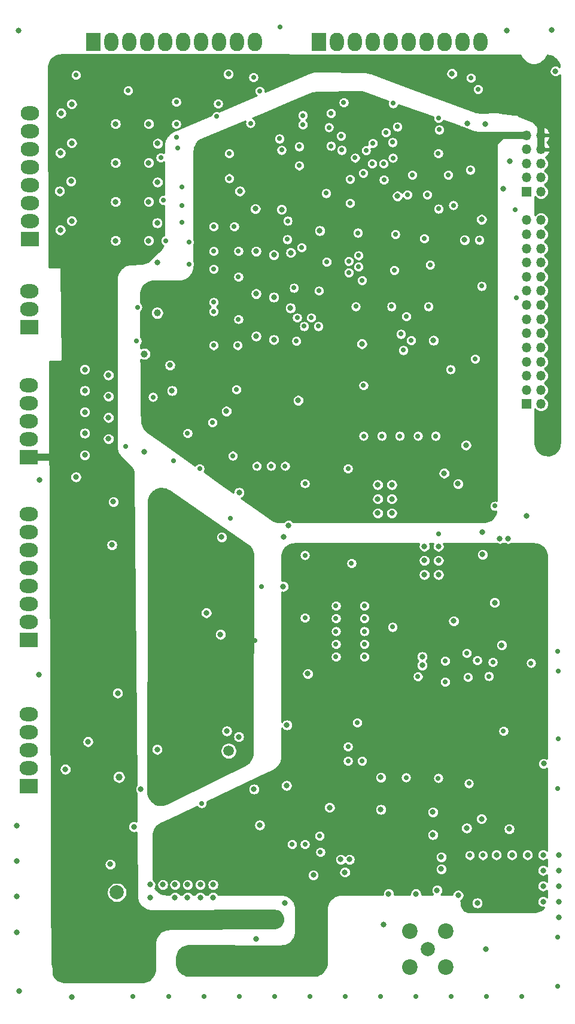
<source format=gbr>
%TF.GenerationSoftware,KiCad,Pcbnew,(5.1.0)-1*%
%TF.CreationDate,2019-03-20T15:23:46+01:00*%
%TF.ProjectId,AcroBoard_Station_GPRS_V04R04_XTAL,4163726f-426f-4617-9264-5f5374617469,rev?*%
%TF.SameCoordinates,Original*%
%TF.FileFunction,Copper,L3,Inr*%
%TF.FilePolarity,Positive*%
%FSLAX46Y46*%
G04 Gerber Fmt 4.6, Leading zero omitted, Abs format (unit mm)*
G04 Created by KiCad (PCBNEW (5.1.0)-1) date 2019-03-20 15:23:46*
%MOMM*%
%LPD*%
G04 APERTURE LIST*
%TA.AperFunction,ViaPad*%
%ADD10C,0.600000*%
%TD*%
%TA.AperFunction,ViaPad*%
%ADD11R,2.000000X2.000000*%
%TD*%
%TA.AperFunction,ViaPad*%
%ADD12C,2.000000*%
%TD*%
%TA.AperFunction,ViaPad*%
%ADD13R,2.600000X2.000000*%
%TD*%
%TA.AperFunction,ViaPad*%
%ADD14O,2.600000X2.000000*%
%TD*%
%TA.AperFunction,ViaPad*%
%ADD15C,2.200000*%
%TD*%
%TA.AperFunction,ViaPad*%
%ADD16R,1.350000X1.350000*%
%TD*%
%TA.AperFunction,ViaPad*%
%ADD17O,1.350000X1.350000*%
%TD*%
%TA.AperFunction,ViaPad*%
%ADD18R,2.000000X2.600000*%
%TD*%
%TA.AperFunction,ViaPad*%
%ADD19O,2.000000X2.600000*%
%TD*%
%TA.AperFunction,ViaPad*%
%ADD20C,1.500000*%
%TD*%
%TA.AperFunction,ViaPad*%
%ADD21C,0.800000*%
%TD*%
%TA.AperFunction,ViaPad*%
%ADD22C,0.700000*%
%TD*%
%TA.AperFunction,ViaPad*%
%ADD23C,1.000000*%
%TD*%
%TA.AperFunction,Conductor*%
%ADD24C,1.000000*%
%TD*%
%TA.AperFunction,Conductor*%
%ADD25C,0.250000*%
%TD*%
%TA.AperFunction,Conductor*%
%ADD26C,0.254000*%
%TD*%
G04 APERTURE END LIST*
D10*
%TO.N,GND*%
%TO.C,U17*%
X78440639Y-120410213D03*
X78440639Y-121110213D03*
X78440639Y-121810213D03*
X78440639Y-122510213D03*
X77640639Y-120310213D03*
X77640639Y-121010213D03*
X77640639Y-121710213D03*
X77640639Y-122410213D03*
%TD*%
D11*
%TO.N,VSelected*%
%TO.C,C26*%
X66000000Y-149000000D03*
D12*
%TO.N,GND*%
X66000000Y-144000000D03*
%TD*%
D13*
%TO.N,/~FAULT*%
%TO.C,J3*%
X53500000Y-128950000D03*
D14*
%TO.N,/ALT_CHARGE*%
X53500000Y-126410000D03*
%TO.N,GND*%
X53500000Y-123870000D03*
%TO.N,/Panel+*%
X53500000Y-121330000D03*
%TO.N,/BC_Vin*%
X53500000Y-118790000D03*
%TD*%
D13*
%TO.N,GND*%
%TO.C,J2*%
X53500000Y-108350000D03*
D14*
%TO.N,/VPrimary*%
X53500000Y-105810000D03*
%TO.N,GND*%
X53500000Y-103270000D03*
%TO.N,/Vbackup*%
X53500000Y-100730000D03*
%TO.N,GND*%
X53500000Y-98190000D03*
%TO.N,/Vwall*%
X53500000Y-95650000D03*
%TO.N,GND*%
X53500000Y-93110000D03*
%TO.N,Net-(J2-Pad8)*%
X53500000Y-90570000D03*
%TD*%
D15*
%TO.N,GND*%
%TO.C,J1*%
X107460000Y-154540000D03*
X107460000Y-149460000D03*
X112540000Y-149460000D03*
X112540000Y-154540000D03*
D12*
%TO.N,/RF_ANT*%
X110000000Y-152000000D03*
%TD*%
D16*
%TO.N,/PA0*%
%TO.C,P2*%
X124000000Y-75000000D03*
D17*
%TO.N,GND*%
X126000000Y-75000000D03*
%TO.N,/PA2*%
X124000000Y-73000000D03*
%TO.N,GND*%
X126000000Y-73000000D03*
%TO.N,/PA3*%
X124000000Y-71000000D03*
%TO.N,GND*%
X126000000Y-71000000D03*
%TO.N,/PA4*%
X124000000Y-69000000D03*
%TO.N,GND*%
X126000000Y-69000000D03*
%TO.N,/PA5*%
X124000000Y-67000000D03*
%TO.N,GND*%
X126000000Y-67000000D03*
%TO.N,/PA6*%
X124000000Y-65000000D03*
%TO.N,GND*%
X126000000Y-65000000D03*
%TO.N,/PA7*%
X124000000Y-63000000D03*
%TO.N,GND*%
X126000000Y-63000000D03*
%TO.N,/PB0*%
X124000000Y-61000000D03*
%TO.N,GND*%
X126000000Y-61000000D03*
%TO.N,/PB1*%
X124000000Y-59000000D03*
%TO.N,GND*%
X126000000Y-59000000D03*
%TO.N,/PB2*%
X124000000Y-57000000D03*
%TO.N,GND*%
X126000000Y-57000000D03*
%TO.N,/PB3*%
X124000000Y-55000000D03*
%TO.N,GND*%
X126000000Y-55000000D03*
%TO.N,/PB4*%
X124000000Y-53000000D03*
%TO.N,GND*%
X126000000Y-53000000D03*
%TO.N,/PB5*%
X124000000Y-51000000D03*
%TO.N,GND*%
X126000000Y-51000000D03*
%TO.N,/PB6*%
X124000000Y-49000000D03*
%TO.N,GND*%
X126000000Y-49000000D03*
%TD*%
D13*
%TO.N,/PULSE2*%
%TO.C,P6*%
X53600000Y-64150000D03*
D14*
%TO.N,Net-(P6-Pad2)*%
X53600000Y-61610000D03*
%TO.N,/PULSE1*%
X53600000Y-59070000D03*
%TD*%
D18*
%TO.N,GND*%
%TO.C,J5*%
X62700000Y-23800000D03*
D19*
%TO.N,/RX2_1*%
X65240000Y-23800000D03*
%TO.N,/RX2_2*%
X67780000Y-23800000D03*
%TO.N,/TX2_1*%
X70320000Y-23800000D03*
%TO.N,/TX2_2*%
X72860000Y-23800000D03*
%TO.N,GND*%
X75400000Y-23800000D03*
%TO.N,/RX2_3*%
X77940000Y-23800000D03*
%TO.N,/RX2_4*%
X80480000Y-23800000D03*
%TO.N,/TX2_3*%
X83020000Y-23800000D03*
%TO.N,/TX2_4*%
X85560000Y-23800000D03*
%TD*%
D13*
%TO.N,/PSW1*%
%TO.C,J6*%
X53700000Y-51660000D03*
D14*
%TO.N,GND*%
X53700000Y-49120000D03*
%TO.N,/PSW2*%
X53700000Y-46580000D03*
%TO.N,GND*%
X53700000Y-44040000D03*
%TO.N,/PSW3*%
X53700000Y-41500000D03*
%TO.N,GND*%
X53700000Y-38960000D03*
%TO.N,/PSW4*%
X53700000Y-36420000D03*
%TO.N,GND*%
X53700000Y-33880000D03*
%TD*%
D18*
%TO.N,GND*%
%TO.C,J4*%
X94560000Y-23800000D03*
D19*
%TO.N,/RX1*%
X97100000Y-23800000D03*
%TO.N,/RX2*%
X99640000Y-23800000D03*
%TO.N,/TX1*%
X102180000Y-23800000D03*
%TO.N,/TX2*%
X104720000Y-23800000D03*
%TO.N,GND*%
X107260000Y-23800000D03*
%TO.N,/RX3*%
X109800000Y-23800000D03*
%TO.N,/RX4*%
X112340000Y-23800000D03*
%TO.N,/TX3*%
X114880000Y-23800000D03*
%TO.N,/TX4*%
X117420000Y-23800000D03*
%TD*%
D16*
%TO.N,/I2C_OUT_SDA*%
%TO.C,P4*%
X124000000Y-45000000D03*
D17*
%TO.N,GND*%
X126000000Y-45000000D03*
%TO.N,/I2C_OUT_SCL*%
X124000000Y-43000000D03*
%TO.N,GND*%
X126000000Y-43000000D03*
%TO.N,/I2C_VIN*%
X124000000Y-41000000D03*
%TO.N,GND*%
X126000000Y-41000000D03*
%TO.N,/I2C_SIG*%
X124000000Y-39000000D03*
%TO.N,VSelected*%
X126000000Y-39000000D03*
%TO.N,V3.3*%
X124000000Y-37000000D03*
%TO.N,VSelected*%
X126000000Y-37000000D03*
%TD*%
D13*
%TO.N,VSelected*%
%TO.C,J7*%
X53500000Y-82480000D03*
D14*
%TO.N,/OC1*%
X53500000Y-79940000D03*
%TO.N,/OC2*%
X53500000Y-77400000D03*
%TO.N,/OC3*%
X53500000Y-74860000D03*
%TO.N,/OC4*%
X53500000Y-72320000D03*
%TD*%
D20*
%TO.N,/BC_NTC*%
%TO.C,P3*%
X81800000Y-124000000D03*
%TD*%
D21*
%TO.N,GND*%
X71750000Y-43640000D03*
X71770000Y-38150000D03*
D22*
X124600000Y-111590000D03*
D21*
X126399996Y-125800000D03*
D22*
X120700000Y-121200000D03*
X128425010Y-112750000D03*
X128425010Y-122300000D03*
X98300000Y-158700000D03*
X117600000Y-58320000D03*
X122549998Y-60000000D03*
X117090000Y-30490000D03*
X116100000Y-28910000D03*
X86200000Y-30750000D03*
X85320000Y-28820000D03*
X115660000Y-113590000D03*
X100890000Y-72370000D03*
D21*
X100670000Y-66480000D03*
D22*
X128400000Y-109950000D03*
D21*
X85700000Y-53400000D03*
X85700000Y-59400000D03*
X85700000Y-65400000D03*
X88200000Y-65900000D03*
X88200000Y-59900000D03*
X88200000Y-53900000D03*
D22*
X88300000Y-158700000D03*
X83300000Y-158700000D03*
X78300000Y-158700000D03*
X73300000Y-158700000D03*
X123300000Y-158700000D03*
X118300000Y-158700000D03*
X113300000Y-158700000D03*
X108300000Y-158700000D03*
X103300000Y-158700000D03*
X93300000Y-158700000D03*
X68300000Y-158700000D03*
X128400000Y-157300000D03*
X128400000Y-150300000D03*
X128400000Y-129300000D03*
D21*
X91650000Y-74470000D03*
D22*
X95600000Y-45200000D03*
X60200000Y-28500000D03*
X67600000Y-30700000D03*
X74400000Y-32300000D03*
X105100000Y-32500000D03*
X96300000Y-38525000D03*
X104050000Y-36625000D03*
X100850000Y-42350000D03*
X101250000Y-39150000D03*
X103725000Y-41025000D03*
X115500000Y-110200000D03*
X91400000Y-66100000D03*
D21*
X74600000Y-92400000D03*
X89299994Y-47500000D03*
D22*
X82400000Y-82300000D03*
X79500000Y-77600000D03*
X76000000Y-79100000D03*
X77700000Y-84100000D03*
X89800000Y-83740000D03*
X87800000Y-83740000D03*
X85800000Y-83740000D03*
D23*
X69900000Y-67900000D03*
D22*
X71100000Y-74000000D03*
X79700000Y-66700000D03*
X83100000Y-66700000D03*
X83200000Y-63000000D03*
X79700000Y-61900000D03*
X79700000Y-60600000D03*
X83200000Y-57000000D03*
X79700000Y-55900000D03*
X83200000Y-53400000D03*
X79700000Y-53400000D03*
X79700000Y-49900000D03*
X82600000Y-49900000D03*
X89100000Y-21700000D03*
X84900000Y-35300000D03*
X92300000Y-34200000D03*
X92300000Y-35500000D03*
X98100000Y-32400000D03*
D21*
X115600000Y-35300012D03*
X118100006Y-35400000D03*
X121600000Y-40700000D03*
D22*
X122400000Y-47500000D03*
X117300000Y-51800000D03*
X116700000Y-68600000D03*
X113200000Y-70100000D03*
X111100000Y-79500000D03*
X108600000Y-79500000D03*
X106000000Y-79500000D03*
X103500000Y-79500000D03*
X100900000Y-79500000D03*
D21*
X70500000Y-51900000D03*
X70500000Y-46400000D03*
X71700000Y-55000000D03*
X71700000Y-49400000D03*
X70500000Y-35400000D03*
X70500000Y-40900000D03*
X65800000Y-35400000D03*
X65800000Y-40900000D03*
X65800000Y-46400000D03*
X65800000Y-51900000D03*
X117740000Y-96250000D03*
X117740000Y-93050000D03*
X123940000Y-90800000D03*
X120190000Y-94000000D03*
X121360000Y-94000000D03*
X120700000Y-44600000D03*
X117600000Y-48900000D03*
D22*
X110100000Y-61200000D03*
X109500002Y-51599998D03*
X105400000Y-51000004D03*
D21*
X58100000Y-33880000D03*
X59600000Y-32600000D03*
X58000000Y-39500000D03*
X59600000Y-38100000D03*
X57900000Y-44900000D03*
X59500000Y-43500000D03*
X58000000Y-50400000D03*
X59600000Y-49100000D03*
X61460000Y-79110000D03*
X61460000Y-76110000D03*
X61460000Y-73110000D03*
X61460000Y-70110000D03*
X64800000Y-79900000D03*
X64800000Y-76900000D03*
X64800000Y-73900000D03*
X64800000Y-70900000D03*
X94700000Y-50500000D03*
X105700000Y-45600000D03*
X73800000Y-73100000D03*
X73500002Y-69500000D03*
D22*
X99800000Y-61200000D03*
X100700000Y-57500000D03*
X100100000Y-50800000D03*
D21*
X85600000Y-47400000D03*
X115200000Y-51800000D03*
X110700000Y-132650000D03*
X110700000Y-135850000D03*
X111900000Y-139000000D03*
X111900000Y-140700000D03*
X114300000Y-144400000D03*
X108300000Y-144200000D03*
X111300000Y-143700000D03*
X104450000Y-144200000D03*
X93800000Y-141550000D03*
X103350000Y-132280000D03*
X120450000Y-109050000D03*
D22*
X98700000Y-84100000D03*
D21*
X51800000Y-149600000D03*
X51800000Y-144600000D03*
X51800000Y-139600000D03*
X51800000Y-134600000D03*
D22*
X78040639Y-123450000D03*
X78040639Y-125250000D03*
X78040639Y-127050000D03*
D21*
X72250000Y-111550000D03*
X74050000Y-111550000D03*
X75850000Y-111550000D03*
X72250000Y-113350000D03*
X74050000Y-113350000D03*
X75850000Y-113350000D03*
X72250000Y-115150000D03*
X74050000Y-115150000D03*
X75850000Y-115150000D03*
X77650000Y-113350000D03*
X79450000Y-113350000D03*
X74050000Y-107850000D03*
X75850000Y-107850000D03*
X72250000Y-107850000D03*
X80650000Y-99200000D03*
X82450000Y-99200000D03*
X84250000Y-99200000D03*
X80650000Y-102350000D03*
X82450000Y-102350000D03*
X84250000Y-102350000D03*
X84250000Y-100750000D03*
X78040639Y-118800000D03*
X113650000Y-105650000D03*
X128050000Y-27950000D03*
X121200000Y-22200000D03*
X52100000Y-22200000D03*
X127550000Y-22150000D03*
X52150000Y-157950000D03*
X59650000Y-158750000D03*
X90050000Y-120350000D03*
X118250000Y-152050000D03*
D22*
X115950000Y-138750000D03*
X117800000Y-138750000D03*
D21*
X119700000Y-138700000D03*
X89540000Y-100770000D03*
X90290000Y-92140000D03*
D22*
X92600000Y-86200000D03*
D21*
X55090000Y-85680000D03*
X54930000Y-113220000D03*
X90550000Y-61420000D03*
X90600000Y-53600000D03*
D22*
X94600000Y-58990000D03*
X107650000Y-66000000D03*
X106520000Y-67380000D03*
X104860000Y-61200000D03*
X110310000Y-55330000D03*
X105240000Y-56070000D03*
D21*
X61460000Y-82200000D03*
D22*
X85500000Y-108380000D03*
X86420000Y-100750000D03*
D21*
X90000000Y-128900000D03*
D22*
X67200000Y-81000000D03*
X92600000Y-105200000D03*
D21*
X103700000Y-148500000D03*
X73900000Y-95300000D03*
X69900000Y-81700000D03*
X83700000Y-97400000D03*
X81400000Y-97400000D03*
X74200000Y-142900000D03*
X76000000Y-142900000D03*
X77800000Y-142900000D03*
X79600000Y-142900000D03*
X74200000Y-144700000D03*
X76000000Y-144700000D03*
X77800000Y-144700000D03*
X72500000Y-142900000D03*
X70700000Y-144700000D03*
X70700000Y-142900000D03*
D22*
X111480000Y-127840000D03*
D21*
X103350000Y-127750000D03*
D22*
X106910000Y-127760000D03*
D23*
X71699988Y-62100000D03*
D21*
X93000000Y-113100000D03*
D22*
X99200000Y-97500000D03*
X92600000Y-96350000D03*
D21*
X72320000Y-101380000D03*
X73850000Y-102480000D03*
X61900000Y-122700000D03*
X58700000Y-126600000D03*
D23*
X66290000Y-127690000D03*
D21*
X66100000Y-115840000D03*
X121520000Y-135030000D03*
X73580000Y-97030000D03*
D22*
X74040000Y-83020000D03*
D21*
X112300000Y-84770000D03*
X114270000Y-86260000D03*
X117000000Y-145500000D03*
X121900000Y-138700000D03*
X124100000Y-138700000D03*
X126300000Y-138700000D03*
X128500000Y-138700000D03*
X126300000Y-140900000D03*
X126300000Y-143100000D03*
X126300000Y-145300000D03*
X128500000Y-140900000D03*
X128500000Y-143100000D03*
X128500000Y-145300000D03*
X128500000Y-147500000D03*
X109500000Y-95100000D03*
X111500000Y-95100000D03*
X109500000Y-97100000D03*
X111500000Y-97100000D03*
X109500000Y-99100000D03*
X111500000Y-99100000D03*
X102900000Y-86400000D03*
X104900000Y-86400000D03*
X102900000Y-88400000D03*
X102900000Y-90400000D03*
X104900000Y-88400000D03*
X104900000Y-90400000D03*
D22*
X76200000Y-52100000D03*
X76200000Y-55200000D03*
X74600000Y-38800000D03*
D21*
X117600000Y-133600000D03*
X83400000Y-44900000D03*
D22*
X78000000Y-131400000D03*
D21*
X86200000Y-134490000D03*
X96100000Y-132000000D03*
X98250000Y-141150000D03*
D22*
X119190000Y-111470000D03*
X115800000Y-128600000D03*
X82910000Y-72940000D03*
X100000000Y-120000000D03*
X105000000Y-106500000D03*
X105000000Y-106500000D03*
X105000000Y-106500000D03*
X105000000Y-106500000D03*
X105000000Y-106500000D03*
X105000000Y-106500000D03*
X105000000Y-106500000D03*
X105000000Y-106500000D03*
X105000000Y-106500000D03*
X105000000Y-106500000D03*
X105000000Y-106500000D03*
X105000000Y-106500000D03*
X105000000Y-106500000D03*
X105000000Y-106500000D03*
X105000000Y-106500000D03*
X105000000Y-106500000D03*
X105000000Y-106500000D03*
X91060000Y-58580000D03*
X95670000Y-54900000D03*
D21*
X79600000Y-144700000D03*
D22*
%TO.N,/SIM_DATA*%
X90800000Y-137200000D03*
X94700000Y-136000000D03*
%TO.N,/SIM_RST*%
X94800000Y-138300000D03*
X92600000Y-137200000D03*
D21*
%TO.N,/SIM_VDD*%
X109200000Y-110700000D03*
X109200000Y-111900000D03*
X97670000Y-139340000D03*
X98910000Y-139340000D03*
%TO.N,/VPrimary*%
X78650000Y-104500000D03*
X83250000Y-122000000D03*
D22*
%TO.N,/Vwall*%
X82100000Y-91150043D03*
D21*
X65500000Y-88800000D03*
%TO.N,/Vbackup*%
X65300000Y-94900000D03*
X80822494Y-93800000D03*
X89600000Y-93800010D03*
%TO.N,/TX2_3*%
X81775000Y-28355000D03*
D22*
%TO.N,/TX2_2*%
X80330000Y-32530000D03*
%TO.N,/TX2_1*%
X80110000Y-34350000D03*
D21*
%TO.N,Net-(L5-Pad1)*%
X80650000Y-107550000D03*
X81550000Y-121200000D03*
%TO.N,/TX3*%
X113400000Y-28300000D03*
D22*
%TO.N,/TX2*%
X111500000Y-34600000D03*
%TO.N,/TX1*%
X111599998Y-36224990D03*
%TO.N,/SP336_M2*%
X105700000Y-35800000D03*
X97700000Y-37100000D03*
%TO.N,/PE0*%
X96300000Y-33900000D03*
X90120000Y-51720000D03*
X90160000Y-49100000D03*
%TO.N,/SP336_M1*%
X111480000Y-39600000D03*
X102200000Y-38125021D03*
%TO.N,/PE1*%
X96000000Y-35900000D03*
X92140000Y-52880000D03*
%TO.N,/SP336_M0*%
X105000000Y-38000000D03*
X97800000Y-39100000D03*
%TO.N,/SP336_SLEW*%
X105050000Y-40210000D03*
X99700000Y-40200000D03*
D21*
%TO.N,/PA1*%
X110800000Y-66000000D03*
X115400000Y-80800000D03*
D22*
%TO.N,/SP336_2_M2*%
X89000000Y-37500000D03*
X74400000Y-35400000D03*
%TO.N,/SP336_2_M0*%
X89300000Y-39100000D03*
X74400000Y-37300000D03*
%TO.N,/SP336_2_SLEW*%
X91800000Y-41300000D03*
X91800000Y-38600000D03*
D21*
%TO.N,/N_SHDN*%
X60200000Y-85300000D03*
X83300000Y-87500000D03*
D22*
%TO.N,/PD1*%
X116000000Y-41900000D03*
X102100000Y-41000000D03*
%TO.N,/PC1*%
X111500000Y-47400000D03*
X113600000Y-46900000D03*
D21*
%TO.N,/NETLIGHT*%
X119450000Y-103050000D03*
X115490000Y-134910000D03*
%TO.N,/PCAL_P7*%
X81490000Y-76000000D03*
X68400000Y-134730000D03*
D22*
%TO.N,/PC5*%
X107800000Y-42600000D03*
X112900000Y-42600000D03*
%TO.N,/PC6*%
X107100012Y-45400000D03*
X109900000Y-45400000D03*
%TO.N,/S900CTS*%
X98800000Y-56400000D03*
X94500000Y-64000000D03*
X97000000Y-105300000D03*
X101000000Y-105300000D03*
%TO.N,/PD5*%
X81900000Y-43100000D03*
X81900000Y-39600000D03*
%TO.N,/PD6*%
X99000000Y-43200000D03*
X99000000Y-46600000D03*
%TO.N,/XMRXD-S900TXD*%
X100200000Y-54000000D03*
X91500000Y-62800000D03*
X97000000Y-110700000D03*
X101000000Y-110700000D03*
%TO.N,/XMTXD-S900RXD*%
X98800000Y-54800000D03*
X92500000Y-64000002D03*
X97000000Y-108900000D03*
X101000000Y-108900000D03*
%TO.N,/XMRTS*%
X101000000Y-107100000D03*
X100199998Y-55600000D03*
X93500000Y-62800000D03*
X97000000Y-107100000D03*
%TO.N,/S900STATUS*%
X97000000Y-103500000D03*
X101000000Y-103500000D03*
%TO.N,/PR0*%
X106200000Y-65100000D03*
X68800000Y-66100000D03*
%TO.N,/PR1*%
X106956553Y-62605437D03*
X68900000Y-61300000D03*
%TO.N,/CMD_PSW2*%
X72560000Y-46200000D03*
X75200000Y-46900000D03*
%TO.N,/CMD_PSW1*%
X72900000Y-51900000D03*
X75200000Y-49300000D03*
%TO.N,/CMD_PSW3*%
X72200000Y-40150000D03*
X75200000Y-44300000D03*
D21*
%TO.N,/~FAULT*%
X71700000Y-123800000D03*
%TO.N,/~CHARGE*%
X85400000Y-129400000D03*
X69400000Y-129400010D03*
D22*
%TO.N,/MCU_Status_LED*%
X103780000Y-43280000D03*
X119500010Y-89400000D03*
%TO.N,/SIM_DATA_0*%
X98700000Y-123400000D03*
X108590002Y-113510000D03*
%TO.N,/SIM_CLK_0*%
X112430000Y-114250000D03*
X100700000Y-125400000D03*
%TO.N,/SIM_RST_0*%
X118650000Y-113450000D03*
X116990000Y-111230000D03*
X112430000Y-111290000D03*
X98700000Y-125400000D03*
D21*
%TO.N,V3.3*%
X106600000Y-91300000D03*
D22*
X98900000Y-59600000D03*
X89280000Y-72740000D03*
X72300000Y-78700000D03*
X104200000Y-33600000D03*
X100600000Y-33550000D03*
D21*
X71100000Y-70100000D03*
X114500000Y-48800000D03*
D22*
X114500000Y-44000000D03*
X111500000Y-50700000D03*
X102400000Y-62500000D03*
X104400002Y-49499998D03*
D21*
X102460000Y-65800000D03*
X88100000Y-51700000D03*
X85500000Y-63900000D03*
X85600000Y-58000000D03*
X85600000Y-46000000D03*
X104300000Y-46100000D03*
D23*
X69900000Y-64300000D03*
X69900000Y-59500000D03*
D21*
X111400000Y-70100000D03*
X109400000Y-70100000D03*
X110400000Y-70100000D03*
X110400000Y-69200000D03*
D23*
X116650000Y-39700000D03*
D21*
X82200000Y-59400000D03*
X82200000Y-54700000D03*
X81600000Y-48000000D03*
X85600000Y-52100000D03*
X88600000Y-45600000D03*
X88100000Y-63600000D03*
X88100000Y-57600000D03*
D22*
X98399148Y-51700033D03*
D21*
X115200000Y-50400000D03*
X94910000Y-60480000D03*
D23*
X89270000Y-78520000D03*
D22*
X77300000Y-50900000D03*
X77300000Y-48400000D03*
X77300000Y-45900000D03*
X77300000Y-43400000D03*
D21*
X108600000Y-91300000D03*
X110600000Y-91300000D03*
X106600000Y-89300000D03*
X108600000Y-89300000D03*
X110600000Y-89300000D03*
D23*
X85650000Y-39900000D03*
D21*
X95200000Y-51784979D03*
%TO.N,VSelected*%
X70080000Y-48560000D03*
X70080000Y-37610004D03*
X70080000Y-43090000D03*
X64300000Y-84100000D03*
X63100000Y-84100000D03*
X63700000Y-83400000D03*
X64900000Y-83400000D03*
X64300000Y-85300000D03*
X65500000Y-84100000D03*
X63090000Y-98390000D03*
X64290000Y-99590000D03*
X65490000Y-98390000D03*
X64290000Y-98390000D03*
X63690000Y-97690000D03*
X64890000Y-97690000D03*
X69900000Y-54700006D03*
X68400000Y-42300000D03*
X66200000Y-42300000D03*
X68500000Y-36800000D03*
X66000000Y-36800000D03*
X68600000Y-53300002D03*
X68600000Y-47800000D03*
X66400000Y-47800000D03*
X66400000Y-53300000D03*
X64800000Y-90600000D03*
X63600000Y-90600000D03*
X63000000Y-91300000D03*
X65400000Y-91300000D03*
X64200000Y-91300000D03*
X64200000Y-92500000D03*
X62400000Y-147200000D03*
X64200000Y-147200000D03*
X62400000Y-149000000D03*
X64200000Y-149000000D03*
X62400000Y-150800000D03*
X64200000Y-150800000D03*
X67800000Y-149000000D03*
X67800000Y-147200000D03*
X67800000Y-150800000D03*
X66000000Y-147200000D03*
X69600000Y-149000000D03*
X69600000Y-147200000D03*
X66000000Y-150800000D03*
D23*
X87900000Y-147700000D03*
D21*
X61000000Y-139680002D03*
X57500000Y-133640000D03*
X126940000Y-80729998D03*
%TO.N,SW3*%
X85700000Y-150600000D03*
X65049998Y-140030000D03*
%TO.N,V4.0*%
X101200000Y-97100000D03*
X125080000Y-105300000D03*
X126300000Y-106700000D03*
X76200000Y-153700000D03*
X80300000Y-138000000D03*
X78600000Y-138000000D03*
X76900000Y-138000000D03*
X75200000Y-138000000D03*
X80300000Y-136300000D03*
X78600000Y-136300000D03*
X76900000Y-136300000D03*
X75200000Y-136300000D03*
X80300000Y-139700000D03*
X78600000Y-139700000D03*
X76900000Y-139700000D03*
X75200000Y-139700000D03*
X118200000Y-140700000D03*
X120000000Y-140700000D03*
X121800000Y-140700000D03*
X121800000Y-143300000D03*
X119100000Y-143300000D03*
X121800000Y-145500000D03*
X119100000Y-145500000D03*
X120500000Y-144400000D03*
X101200000Y-95100000D03*
X103200000Y-97100000D03*
X103200000Y-95100000D03*
X105200000Y-97100000D03*
X105200000Y-95100000D03*
%TO.N,/PG*%
X89800000Y-145500000D03*
D22*
X111500000Y-93300000D03*
%TD*%
D24*
%TO.N,V3.3*%
X116650000Y-39700000D02*
X116650000Y-38350000D01*
X116650000Y-38350000D02*
X118000000Y-37000000D01*
X120400000Y-37000000D02*
X120400000Y-37100000D01*
X120400000Y-37000000D02*
X124000000Y-37000000D01*
X118000000Y-37000000D02*
X120400000Y-37000000D01*
X120400000Y-37100000D02*
X118800000Y-38700000D01*
%TO.N,VSelected*%
X126000000Y-39000000D02*
X126000000Y-37000000D01*
X126000000Y-32200000D02*
X126000000Y-30900000D01*
X53500000Y-82480000D02*
X57550000Y-82480000D01*
X126000000Y-37000000D02*
X126000000Y-32200000D01*
%TD*%
D25*
%TO.N,V3.3*%
G36*
X100465050Y-30840321D02*
G01*
X100683301Y-30875963D01*
X100899384Y-30938077D01*
X104397351Y-32171173D01*
X104354783Y-32273941D01*
X104325000Y-32423669D01*
X104325000Y-32576331D01*
X104354783Y-32726059D01*
X104413204Y-32867100D01*
X104498018Y-32994034D01*
X104605966Y-33101982D01*
X104732900Y-33186796D01*
X104873941Y-33245217D01*
X105023669Y-33275000D01*
X105176331Y-33275000D01*
X105326059Y-33245217D01*
X105467100Y-33186796D01*
X105594034Y-33101982D01*
X105701982Y-32994034D01*
X105786796Y-32867100D01*
X105845217Y-32726059D01*
X105853486Y-32684487D01*
X110747656Y-34409771D01*
X110725000Y-34523669D01*
X110725000Y-34676331D01*
X110754783Y-34826059D01*
X110813204Y-34967100D01*
X110898018Y-35094034D01*
X111005966Y-35201982D01*
X111132900Y-35286796D01*
X111273941Y-35345217D01*
X111423669Y-35375000D01*
X111576331Y-35375000D01*
X111726059Y-35345217D01*
X111867100Y-35286796D01*
X111994034Y-35201982D01*
X112101982Y-35094034D01*
X112186796Y-34967100D01*
X112204870Y-34923465D01*
X114439074Y-35711062D01*
X114475321Y-35724245D01*
X115101221Y-35958957D01*
X115209216Y-36031118D01*
X115359356Y-36093308D01*
X115518745Y-36125012D01*
X115544033Y-36125012D01*
X116516532Y-36489699D01*
X116523604Y-36492113D01*
X116752038Y-36562520D01*
X116766553Y-36566059D01*
X117001755Y-36608709D01*
X117016588Y-36610492D01*
X117255199Y-36624777D01*
X117262669Y-36625000D01*
X118594547Y-36625000D01*
X118803949Y-36643320D01*
X119001710Y-36696311D01*
X119187263Y-36782835D01*
X119354971Y-36900265D01*
X119499735Y-37045029D01*
X119617165Y-37212737D01*
X119703689Y-37398290D01*
X119756680Y-37596051D01*
X119775000Y-37805453D01*
X119775000Y-46798833D01*
X119774999Y-46800972D01*
X119728494Y-88655787D01*
X119726069Y-88654783D01*
X119576341Y-88625000D01*
X119423679Y-88625000D01*
X119273951Y-88654783D01*
X119132910Y-88713204D01*
X119005976Y-88798018D01*
X118898028Y-88905966D01*
X118813214Y-89032900D01*
X118754793Y-89173941D01*
X118725010Y-89323669D01*
X118725010Y-89476331D01*
X118754793Y-89626059D01*
X118813214Y-89767100D01*
X118898028Y-89894034D01*
X119005976Y-90001982D01*
X119132910Y-90086796D01*
X119273951Y-90145217D01*
X119423679Y-90175000D01*
X119576341Y-90175000D01*
X119689219Y-90152547D01*
X119650483Y-90329795D01*
X119556860Y-90580152D01*
X119428586Y-90814645D01*
X119268267Y-91028513D01*
X119079164Y-91217406D01*
X118865111Y-91377493D01*
X118630477Y-91505505D01*
X118380013Y-91598851D01*
X118118832Y-91655627D01*
X117847759Y-91675000D01*
X90971516Y-91675000D01*
X90930819Y-91614093D01*
X90815907Y-91499181D01*
X90680784Y-91408894D01*
X90530644Y-91346704D01*
X90371255Y-91315000D01*
X90208745Y-91315000D01*
X90049356Y-91346704D01*
X89899216Y-91408894D01*
X89764093Y-91499181D01*
X89649181Y-91614093D01*
X89608484Y-91675000D01*
X88990495Y-91675000D01*
X88698371Y-91652481D01*
X88417843Y-91586558D01*
X88150729Y-91478416D01*
X87899211Y-91328142D01*
X86471743Y-90318745D01*
X102075000Y-90318745D01*
X102075000Y-90481255D01*
X102106704Y-90640644D01*
X102168894Y-90790784D01*
X102259181Y-90925907D01*
X102374093Y-91040819D01*
X102509216Y-91131106D01*
X102659356Y-91193296D01*
X102818745Y-91225000D01*
X102981255Y-91225000D01*
X103140644Y-91193296D01*
X103290784Y-91131106D01*
X103425907Y-91040819D01*
X103540819Y-90925907D01*
X103631106Y-90790784D01*
X103693296Y-90640644D01*
X103725000Y-90481255D01*
X103725000Y-90318745D01*
X104075000Y-90318745D01*
X104075000Y-90481255D01*
X104106704Y-90640644D01*
X104168894Y-90790784D01*
X104259181Y-90925907D01*
X104374093Y-91040819D01*
X104509216Y-91131106D01*
X104659356Y-91193296D01*
X104818745Y-91225000D01*
X104981255Y-91225000D01*
X105140644Y-91193296D01*
X105290784Y-91131106D01*
X105425907Y-91040819D01*
X105540819Y-90925907D01*
X105631106Y-90790784D01*
X105693296Y-90640644D01*
X105725000Y-90481255D01*
X105725000Y-90318745D01*
X105693296Y-90159356D01*
X105631106Y-90009216D01*
X105540819Y-89874093D01*
X105425907Y-89759181D01*
X105290784Y-89668894D01*
X105140644Y-89606704D01*
X104981255Y-89575000D01*
X104818745Y-89575000D01*
X104659356Y-89606704D01*
X104509216Y-89668894D01*
X104374093Y-89759181D01*
X104259181Y-89874093D01*
X104168894Y-90009216D01*
X104106704Y-90159356D01*
X104075000Y-90318745D01*
X103725000Y-90318745D01*
X103693296Y-90159356D01*
X103631106Y-90009216D01*
X103540819Y-89874093D01*
X103425907Y-89759181D01*
X103290784Y-89668894D01*
X103140644Y-89606704D01*
X102981255Y-89575000D01*
X102818745Y-89575000D01*
X102659356Y-89606704D01*
X102509216Y-89668894D01*
X102374093Y-89759181D01*
X102259181Y-89874093D01*
X102168894Y-90009216D01*
X102106704Y-90159356D01*
X102075000Y-90318745D01*
X86471743Y-90318745D01*
X83643386Y-88318745D01*
X102075000Y-88318745D01*
X102075000Y-88481255D01*
X102106704Y-88640644D01*
X102168894Y-88790784D01*
X102259181Y-88925907D01*
X102374093Y-89040819D01*
X102509216Y-89131106D01*
X102659356Y-89193296D01*
X102818745Y-89225000D01*
X102981255Y-89225000D01*
X103140644Y-89193296D01*
X103290784Y-89131106D01*
X103425907Y-89040819D01*
X103540819Y-88925907D01*
X103631106Y-88790784D01*
X103693296Y-88640644D01*
X103725000Y-88481255D01*
X103725000Y-88318745D01*
X104075000Y-88318745D01*
X104075000Y-88481255D01*
X104106704Y-88640644D01*
X104168894Y-88790784D01*
X104259181Y-88925907D01*
X104374093Y-89040819D01*
X104509216Y-89131106D01*
X104659356Y-89193296D01*
X104818745Y-89225000D01*
X104981255Y-89225000D01*
X105140644Y-89193296D01*
X105290784Y-89131106D01*
X105425907Y-89040819D01*
X105540819Y-88925907D01*
X105631106Y-88790784D01*
X105693296Y-88640644D01*
X105725000Y-88481255D01*
X105725000Y-88318745D01*
X105693296Y-88159356D01*
X105631106Y-88009216D01*
X105540819Y-87874093D01*
X105425907Y-87759181D01*
X105290784Y-87668894D01*
X105140644Y-87606704D01*
X104981255Y-87575000D01*
X104818745Y-87575000D01*
X104659356Y-87606704D01*
X104509216Y-87668894D01*
X104374093Y-87759181D01*
X104259181Y-87874093D01*
X104168894Y-88009216D01*
X104106704Y-88159356D01*
X104075000Y-88318745D01*
X103725000Y-88318745D01*
X103693296Y-88159356D01*
X103631106Y-88009216D01*
X103540819Y-87874093D01*
X103425907Y-87759181D01*
X103290784Y-87668894D01*
X103140644Y-87606704D01*
X102981255Y-87575000D01*
X102818745Y-87575000D01*
X102659356Y-87606704D01*
X102509216Y-87668894D01*
X102374093Y-87759181D01*
X102259181Y-87874093D01*
X102168894Y-88009216D01*
X102106704Y-88159356D01*
X102075000Y-88318745D01*
X83643386Y-88318745D01*
X83582738Y-88275860D01*
X83690784Y-88231106D01*
X83825907Y-88140819D01*
X83940819Y-88025907D01*
X84031106Y-87890784D01*
X84093296Y-87740644D01*
X84125000Y-87581255D01*
X84125000Y-87418745D01*
X84093296Y-87259356D01*
X84031106Y-87109216D01*
X83940819Y-86974093D01*
X83825907Y-86859181D01*
X83690784Y-86768894D01*
X83540644Y-86706704D01*
X83381255Y-86675000D01*
X83218745Y-86675000D01*
X83059356Y-86706704D01*
X82909216Y-86768894D01*
X82774093Y-86859181D01*
X82659181Y-86974093D01*
X82568894Y-87109216D01*
X82506704Y-87259356D01*
X82475000Y-87418745D01*
X82475000Y-87492552D01*
X80539155Y-86123669D01*
X91825000Y-86123669D01*
X91825000Y-86276331D01*
X91854783Y-86426059D01*
X91913204Y-86567100D01*
X91998018Y-86694034D01*
X92105966Y-86801982D01*
X92232900Y-86886796D01*
X92373941Y-86945217D01*
X92523669Y-86975000D01*
X92676331Y-86975000D01*
X92826059Y-86945217D01*
X92967100Y-86886796D01*
X93094034Y-86801982D01*
X93201982Y-86694034D01*
X93286796Y-86567100D01*
X93345217Y-86426059D01*
X93366563Y-86318745D01*
X102075000Y-86318745D01*
X102075000Y-86481255D01*
X102106704Y-86640644D01*
X102168894Y-86790784D01*
X102259181Y-86925907D01*
X102374093Y-87040819D01*
X102509216Y-87131106D01*
X102659356Y-87193296D01*
X102818745Y-87225000D01*
X102981255Y-87225000D01*
X103140644Y-87193296D01*
X103290784Y-87131106D01*
X103425907Y-87040819D01*
X103540819Y-86925907D01*
X103631106Y-86790784D01*
X103693296Y-86640644D01*
X103725000Y-86481255D01*
X103725000Y-86318745D01*
X104075000Y-86318745D01*
X104075000Y-86481255D01*
X104106704Y-86640644D01*
X104168894Y-86790784D01*
X104259181Y-86925907D01*
X104374093Y-87040819D01*
X104509216Y-87131106D01*
X104659356Y-87193296D01*
X104818745Y-87225000D01*
X104981255Y-87225000D01*
X105140644Y-87193296D01*
X105290784Y-87131106D01*
X105425907Y-87040819D01*
X105540819Y-86925907D01*
X105631106Y-86790784D01*
X105693296Y-86640644D01*
X105725000Y-86481255D01*
X105725000Y-86318745D01*
X105697153Y-86178745D01*
X113445000Y-86178745D01*
X113445000Y-86341255D01*
X113476704Y-86500644D01*
X113538894Y-86650784D01*
X113629181Y-86785907D01*
X113744093Y-86900819D01*
X113879216Y-86991106D01*
X114029356Y-87053296D01*
X114188745Y-87085000D01*
X114351255Y-87085000D01*
X114510644Y-87053296D01*
X114660784Y-86991106D01*
X114795907Y-86900819D01*
X114910819Y-86785907D01*
X115001106Y-86650784D01*
X115063296Y-86500644D01*
X115095000Y-86341255D01*
X115095000Y-86178745D01*
X115063296Y-86019356D01*
X115001106Y-85869216D01*
X114910819Y-85734093D01*
X114795907Y-85619181D01*
X114660784Y-85528894D01*
X114510644Y-85466704D01*
X114351255Y-85435000D01*
X114188745Y-85435000D01*
X114029356Y-85466704D01*
X113879216Y-85528894D01*
X113744093Y-85619181D01*
X113629181Y-85734093D01*
X113538894Y-85869216D01*
X113476704Y-86019356D01*
X113445000Y-86178745D01*
X105697153Y-86178745D01*
X105693296Y-86159356D01*
X105631106Y-86009216D01*
X105540819Y-85874093D01*
X105425907Y-85759181D01*
X105290784Y-85668894D01*
X105140644Y-85606704D01*
X104981255Y-85575000D01*
X104818745Y-85575000D01*
X104659356Y-85606704D01*
X104509216Y-85668894D01*
X104374093Y-85759181D01*
X104259181Y-85874093D01*
X104168894Y-86009216D01*
X104106704Y-86159356D01*
X104075000Y-86318745D01*
X103725000Y-86318745D01*
X103693296Y-86159356D01*
X103631106Y-86009216D01*
X103540819Y-85874093D01*
X103425907Y-85759181D01*
X103290784Y-85668894D01*
X103140644Y-85606704D01*
X102981255Y-85575000D01*
X102818745Y-85575000D01*
X102659356Y-85606704D01*
X102509216Y-85668894D01*
X102374093Y-85759181D01*
X102259181Y-85874093D01*
X102168894Y-86009216D01*
X102106704Y-86159356D01*
X102075000Y-86318745D01*
X93366563Y-86318745D01*
X93375000Y-86276331D01*
X93375000Y-86123669D01*
X93345217Y-85973941D01*
X93286796Y-85832900D01*
X93201982Y-85705966D01*
X93094034Y-85598018D01*
X92967100Y-85513204D01*
X92826059Y-85454783D01*
X92676331Y-85425000D01*
X92523669Y-85425000D01*
X92373941Y-85454783D01*
X92232900Y-85513204D01*
X92105966Y-85598018D01*
X91998018Y-85705966D01*
X91913204Y-85832900D01*
X91854783Y-85973941D01*
X91825000Y-86123669D01*
X80539155Y-86123669D01*
X78325725Y-84558500D01*
X78386796Y-84467100D01*
X78445217Y-84326059D01*
X78475000Y-84176331D01*
X78475000Y-84023669D01*
X78445217Y-83873941D01*
X78386796Y-83732900D01*
X78340538Y-83663669D01*
X85025000Y-83663669D01*
X85025000Y-83816331D01*
X85054783Y-83966059D01*
X85113204Y-84107100D01*
X85198018Y-84234034D01*
X85305966Y-84341982D01*
X85432900Y-84426796D01*
X85573941Y-84485217D01*
X85723669Y-84515000D01*
X85876331Y-84515000D01*
X86026059Y-84485217D01*
X86167100Y-84426796D01*
X86294034Y-84341982D01*
X86401982Y-84234034D01*
X86486796Y-84107100D01*
X86545217Y-83966059D01*
X86575000Y-83816331D01*
X86575000Y-83663669D01*
X87025000Y-83663669D01*
X87025000Y-83816331D01*
X87054783Y-83966059D01*
X87113204Y-84107100D01*
X87198018Y-84234034D01*
X87305966Y-84341982D01*
X87432900Y-84426796D01*
X87573941Y-84485217D01*
X87723669Y-84515000D01*
X87876331Y-84515000D01*
X88026059Y-84485217D01*
X88167100Y-84426796D01*
X88294034Y-84341982D01*
X88401982Y-84234034D01*
X88486796Y-84107100D01*
X88545217Y-83966059D01*
X88575000Y-83816331D01*
X88575000Y-83663669D01*
X89025000Y-83663669D01*
X89025000Y-83816331D01*
X89054783Y-83966059D01*
X89113204Y-84107100D01*
X89198018Y-84234034D01*
X89305966Y-84341982D01*
X89432900Y-84426796D01*
X89573941Y-84485217D01*
X89723669Y-84515000D01*
X89876331Y-84515000D01*
X90026059Y-84485217D01*
X90167100Y-84426796D01*
X90294034Y-84341982D01*
X90401982Y-84234034D01*
X90486796Y-84107100D01*
X90521354Y-84023669D01*
X97925000Y-84023669D01*
X97925000Y-84176331D01*
X97954783Y-84326059D01*
X98013204Y-84467100D01*
X98098018Y-84594034D01*
X98205966Y-84701982D01*
X98332900Y-84786796D01*
X98473941Y-84845217D01*
X98623669Y-84875000D01*
X98776331Y-84875000D01*
X98926059Y-84845217D01*
X99067100Y-84786796D01*
X99194034Y-84701982D01*
X99207271Y-84688745D01*
X111475000Y-84688745D01*
X111475000Y-84851255D01*
X111506704Y-85010644D01*
X111568894Y-85160784D01*
X111659181Y-85295907D01*
X111774093Y-85410819D01*
X111909216Y-85501106D01*
X112059356Y-85563296D01*
X112218745Y-85595000D01*
X112381255Y-85595000D01*
X112540644Y-85563296D01*
X112690784Y-85501106D01*
X112825907Y-85410819D01*
X112940819Y-85295907D01*
X113031106Y-85160784D01*
X113093296Y-85010644D01*
X113125000Y-84851255D01*
X113125000Y-84688745D01*
X113093296Y-84529356D01*
X113031106Y-84379216D01*
X112940819Y-84244093D01*
X112825907Y-84129181D01*
X112690784Y-84038894D01*
X112540644Y-83976704D01*
X112381255Y-83945000D01*
X112218745Y-83945000D01*
X112059356Y-83976704D01*
X111909216Y-84038894D01*
X111774093Y-84129181D01*
X111659181Y-84244093D01*
X111568894Y-84379216D01*
X111506704Y-84529356D01*
X111475000Y-84688745D01*
X99207271Y-84688745D01*
X99301982Y-84594034D01*
X99386796Y-84467100D01*
X99445217Y-84326059D01*
X99475000Y-84176331D01*
X99475000Y-84023669D01*
X99445217Y-83873941D01*
X99386796Y-83732900D01*
X99301982Y-83605966D01*
X99194034Y-83498018D01*
X99067100Y-83413204D01*
X98926059Y-83354783D01*
X98776331Y-83325000D01*
X98623669Y-83325000D01*
X98473941Y-83354783D01*
X98332900Y-83413204D01*
X98205966Y-83498018D01*
X98098018Y-83605966D01*
X98013204Y-83732900D01*
X97954783Y-83873941D01*
X97925000Y-84023669D01*
X90521354Y-84023669D01*
X90545217Y-83966059D01*
X90575000Y-83816331D01*
X90575000Y-83663669D01*
X90545217Y-83513941D01*
X90486796Y-83372900D01*
X90401982Y-83245966D01*
X90294034Y-83138018D01*
X90167100Y-83053204D01*
X90026059Y-82994783D01*
X89876331Y-82965000D01*
X89723669Y-82965000D01*
X89573941Y-82994783D01*
X89432900Y-83053204D01*
X89305966Y-83138018D01*
X89198018Y-83245966D01*
X89113204Y-83372900D01*
X89054783Y-83513941D01*
X89025000Y-83663669D01*
X88575000Y-83663669D01*
X88545217Y-83513941D01*
X88486796Y-83372900D01*
X88401982Y-83245966D01*
X88294034Y-83138018D01*
X88167100Y-83053204D01*
X88026059Y-82994783D01*
X87876331Y-82965000D01*
X87723669Y-82965000D01*
X87573941Y-82994783D01*
X87432900Y-83053204D01*
X87305966Y-83138018D01*
X87198018Y-83245966D01*
X87113204Y-83372900D01*
X87054783Y-83513941D01*
X87025000Y-83663669D01*
X86575000Y-83663669D01*
X86545217Y-83513941D01*
X86486796Y-83372900D01*
X86401982Y-83245966D01*
X86294034Y-83138018D01*
X86167100Y-83053204D01*
X86026059Y-82994783D01*
X85876331Y-82965000D01*
X85723669Y-82965000D01*
X85573941Y-82994783D01*
X85432900Y-83053204D01*
X85305966Y-83138018D01*
X85198018Y-83245966D01*
X85113204Y-83372900D01*
X85054783Y-83513941D01*
X85025000Y-83663669D01*
X78340538Y-83663669D01*
X78301982Y-83605966D01*
X78194034Y-83498018D01*
X78067100Y-83413204D01*
X77926059Y-83354783D01*
X77776331Y-83325000D01*
X77623669Y-83325000D01*
X77473941Y-83354783D01*
X77332900Y-83413204D01*
X77205966Y-83498018D01*
X77098018Y-83605966D01*
X77059723Y-83663280D01*
X75023856Y-82223669D01*
X81625000Y-82223669D01*
X81625000Y-82376331D01*
X81654783Y-82526059D01*
X81713204Y-82667100D01*
X81798018Y-82794034D01*
X81905966Y-82901982D01*
X82032900Y-82986796D01*
X82173941Y-83045217D01*
X82323669Y-83075000D01*
X82476331Y-83075000D01*
X82626059Y-83045217D01*
X82767100Y-82986796D01*
X82894034Y-82901982D01*
X83001982Y-82794034D01*
X83086796Y-82667100D01*
X83145217Y-82526059D01*
X83175000Y-82376331D01*
X83175000Y-82223669D01*
X83145217Y-82073941D01*
X83086796Y-81932900D01*
X83001982Y-81805966D01*
X82894034Y-81698018D01*
X82767100Y-81613204D01*
X82626059Y-81554783D01*
X82476331Y-81525000D01*
X82323669Y-81525000D01*
X82173941Y-81554783D01*
X82032900Y-81613204D01*
X81905966Y-81698018D01*
X81798018Y-81805966D01*
X81713204Y-81932900D01*
X81654783Y-82073941D01*
X81625000Y-82223669D01*
X75023856Y-82223669D01*
X72895624Y-80718745D01*
X114575000Y-80718745D01*
X114575000Y-80881255D01*
X114606704Y-81040644D01*
X114668894Y-81190784D01*
X114759181Y-81325907D01*
X114874093Y-81440819D01*
X115009216Y-81531106D01*
X115159356Y-81593296D01*
X115318745Y-81625000D01*
X115481255Y-81625000D01*
X115640644Y-81593296D01*
X115790784Y-81531106D01*
X115925907Y-81440819D01*
X116040819Y-81325907D01*
X116131106Y-81190784D01*
X116193296Y-81040644D01*
X116225000Y-80881255D01*
X116225000Y-80718745D01*
X116193296Y-80559356D01*
X116131106Y-80409216D01*
X116040819Y-80274093D01*
X115925907Y-80159181D01*
X115790784Y-80068894D01*
X115640644Y-80006704D01*
X115481255Y-79975000D01*
X115318745Y-79975000D01*
X115159356Y-80006704D01*
X115009216Y-80068894D01*
X114874093Y-80159181D01*
X114759181Y-80274093D01*
X114668894Y-80409216D01*
X114606704Y-80559356D01*
X114575000Y-80718745D01*
X72895624Y-80718745D01*
X70498482Y-79023669D01*
X75225000Y-79023669D01*
X75225000Y-79176331D01*
X75254783Y-79326059D01*
X75313204Y-79467100D01*
X75398018Y-79594034D01*
X75505966Y-79701982D01*
X75632900Y-79786796D01*
X75773941Y-79845217D01*
X75923669Y-79875000D01*
X76076331Y-79875000D01*
X76226059Y-79845217D01*
X76367100Y-79786796D01*
X76494034Y-79701982D01*
X76601982Y-79594034D01*
X76686796Y-79467100D01*
X76704785Y-79423669D01*
X100125000Y-79423669D01*
X100125000Y-79576331D01*
X100154783Y-79726059D01*
X100213204Y-79867100D01*
X100298018Y-79994034D01*
X100405966Y-80101982D01*
X100532900Y-80186796D01*
X100673941Y-80245217D01*
X100823669Y-80275000D01*
X100976331Y-80275000D01*
X101126059Y-80245217D01*
X101267100Y-80186796D01*
X101394034Y-80101982D01*
X101501982Y-79994034D01*
X101586796Y-79867100D01*
X101645217Y-79726059D01*
X101675000Y-79576331D01*
X101675000Y-79423669D01*
X102725000Y-79423669D01*
X102725000Y-79576331D01*
X102754783Y-79726059D01*
X102813204Y-79867100D01*
X102898018Y-79994034D01*
X103005966Y-80101982D01*
X103132900Y-80186796D01*
X103273941Y-80245217D01*
X103423669Y-80275000D01*
X103576331Y-80275000D01*
X103726059Y-80245217D01*
X103867100Y-80186796D01*
X103994034Y-80101982D01*
X104101982Y-79994034D01*
X104186796Y-79867100D01*
X104245217Y-79726059D01*
X104275000Y-79576331D01*
X104275000Y-79423669D01*
X105225000Y-79423669D01*
X105225000Y-79576331D01*
X105254783Y-79726059D01*
X105313204Y-79867100D01*
X105398018Y-79994034D01*
X105505966Y-80101982D01*
X105632900Y-80186796D01*
X105773941Y-80245217D01*
X105923669Y-80275000D01*
X106076331Y-80275000D01*
X106226059Y-80245217D01*
X106367100Y-80186796D01*
X106494034Y-80101982D01*
X106601982Y-79994034D01*
X106686796Y-79867100D01*
X106745217Y-79726059D01*
X106775000Y-79576331D01*
X106775000Y-79423669D01*
X107825000Y-79423669D01*
X107825000Y-79576331D01*
X107854783Y-79726059D01*
X107913204Y-79867100D01*
X107998018Y-79994034D01*
X108105966Y-80101982D01*
X108232900Y-80186796D01*
X108373941Y-80245217D01*
X108523669Y-80275000D01*
X108676331Y-80275000D01*
X108826059Y-80245217D01*
X108967100Y-80186796D01*
X109094034Y-80101982D01*
X109201982Y-79994034D01*
X109286796Y-79867100D01*
X109345217Y-79726059D01*
X109375000Y-79576331D01*
X109375000Y-79423669D01*
X110325000Y-79423669D01*
X110325000Y-79576331D01*
X110354783Y-79726059D01*
X110413204Y-79867100D01*
X110498018Y-79994034D01*
X110605966Y-80101982D01*
X110732900Y-80186796D01*
X110873941Y-80245217D01*
X111023669Y-80275000D01*
X111176331Y-80275000D01*
X111326059Y-80245217D01*
X111467100Y-80186796D01*
X111594034Y-80101982D01*
X111701982Y-79994034D01*
X111786796Y-79867100D01*
X111845217Y-79726059D01*
X111875000Y-79576331D01*
X111875000Y-79423669D01*
X111845217Y-79273941D01*
X111786796Y-79132900D01*
X111701982Y-79005966D01*
X111594034Y-78898018D01*
X111467100Y-78813204D01*
X111326059Y-78754783D01*
X111176331Y-78725000D01*
X111023669Y-78725000D01*
X110873941Y-78754783D01*
X110732900Y-78813204D01*
X110605966Y-78898018D01*
X110498018Y-79005966D01*
X110413204Y-79132900D01*
X110354783Y-79273941D01*
X110325000Y-79423669D01*
X109375000Y-79423669D01*
X109345217Y-79273941D01*
X109286796Y-79132900D01*
X109201982Y-79005966D01*
X109094034Y-78898018D01*
X108967100Y-78813204D01*
X108826059Y-78754783D01*
X108676331Y-78725000D01*
X108523669Y-78725000D01*
X108373941Y-78754783D01*
X108232900Y-78813204D01*
X108105966Y-78898018D01*
X107998018Y-79005966D01*
X107913204Y-79132900D01*
X107854783Y-79273941D01*
X107825000Y-79423669D01*
X106775000Y-79423669D01*
X106745217Y-79273941D01*
X106686796Y-79132900D01*
X106601982Y-79005966D01*
X106494034Y-78898018D01*
X106367100Y-78813204D01*
X106226059Y-78754783D01*
X106076331Y-78725000D01*
X105923669Y-78725000D01*
X105773941Y-78754783D01*
X105632900Y-78813204D01*
X105505966Y-78898018D01*
X105398018Y-79005966D01*
X105313204Y-79132900D01*
X105254783Y-79273941D01*
X105225000Y-79423669D01*
X104275000Y-79423669D01*
X104245217Y-79273941D01*
X104186796Y-79132900D01*
X104101982Y-79005966D01*
X103994034Y-78898018D01*
X103867100Y-78813204D01*
X103726059Y-78754783D01*
X103576331Y-78725000D01*
X103423669Y-78725000D01*
X103273941Y-78754783D01*
X103132900Y-78813204D01*
X103005966Y-78898018D01*
X102898018Y-79005966D01*
X102813204Y-79132900D01*
X102754783Y-79273941D01*
X102725000Y-79423669D01*
X101675000Y-79423669D01*
X101645217Y-79273941D01*
X101586796Y-79132900D01*
X101501982Y-79005966D01*
X101394034Y-78898018D01*
X101267100Y-78813204D01*
X101126059Y-78754783D01*
X100976331Y-78725000D01*
X100823669Y-78725000D01*
X100673941Y-78754783D01*
X100532900Y-78813204D01*
X100405966Y-78898018D01*
X100298018Y-79005966D01*
X100213204Y-79132900D01*
X100154783Y-79273941D01*
X100125000Y-79423669D01*
X76704785Y-79423669D01*
X76745217Y-79326059D01*
X76775000Y-79176331D01*
X76775000Y-79023669D01*
X76745217Y-78873941D01*
X76686796Y-78732900D01*
X76601982Y-78605966D01*
X76494034Y-78498018D01*
X76367100Y-78413204D01*
X76226059Y-78354783D01*
X76076331Y-78325000D01*
X75923669Y-78325000D01*
X75773941Y-78354783D01*
X75632900Y-78413204D01*
X75505966Y-78498018D01*
X75398018Y-78605966D01*
X75313204Y-78732900D01*
X75254783Y-78873941D01*
X75225000Y-79023669D01*
X70498482Y-79023669D01*
X70301426Y-78884326D01*
X70103687Y-78723642D01*
X69932012Y-78541067D01*
X69786228Y-78337234D01*
X69668926Y-78115764D01*
X69582216Y-77880639D01*
X69527642Y-77636050D01*
X69517982Y-77523669D01*
X78725000Y-77523669D01*
X78725000Y-77676331D01*
X78754783Y-77826059D01*
X78813204Y-77967100D01*
X78898018Y-78094034D01*
X79005966Y-78201982D01*
X79132900Y-78286796D01*
X79273941Y-78345217D01*
X79423669Y-78375000D01*
X79576331Y-78375000D01*
X79726059Y-78345217D01*
X79867100Y-78286796D01*
X79994034Y-78201982D01*
X80101982Y-78094034D01*
X80186796Y-77967100D01*
X80245217Y-77826059D01*
X80275000Y-77676331D01*
X80275000Y-77523669D01*
X80245217Y-77373941D01*
X80186796Y-77232900D01*
X80101982Y-77105966D01*
X79994034Y-76998018D01*
X79867100Y-76913204D01*
X79726059Y-76854783D01*
X79576331Y-76825000D01*
X79423669Y-76825000D01*
X79273941Y-76854783D01*
X79132900Y-76913204D01*
X79005966Y-76998018D01*
X78898018Y-77105966D01*
X78813204Y-77232900D01*
X78754783Y-77373941D01*
X78725000Y-77523669D01*
X69517982Y-77523669D01*
X69505818Y-77382182D01*
X69478207Y-75918745D01*
X80665000Y-75918745D01*
X80665000Y-76081255D01*
X80696704Y-76240644D01*
X80758894Y-76390784D01*
X80849181Y-76525907D01*
X80964093Y-76640819D01*
X81099216Y-76731106D01*
X81249356Y-76793296D01*
X81408745Y-76825000D01*
X81571255Y-76825000D01*
X81730644Y-76793296D01*
X81880784Y-76731106D01*
X82015907Y-76640819D01*
X82130819Y-76525907D01*
X82221106Y-76390784D01*
X82283296Y-76240644D01*
X82315000Y-76081255D01*
X82315000Y-75918745D01*
X82283296Y-75759356D01*
X82221106Y-75609216D01*
X82130819Y-75474093D01*
X82015907Y-75359181D01*
X81880784Y-75268894D01*
X81730644Y-75206704D01*
X81571255Y-75175000D01*
X81408745Y-75175000D01*
X81249356Y-75206704D01*
X81099216Y-75268894D01*
X80964093Y-75359181D01*
X80849181Y-75474093D01*
X80758894Y-75609216D01*
X80696704Y-75759356D01*
X80665000Y-75918745D01*
X69478207Y-75918745D01*
X69440564Y-73923669D01*
X70325000Y-73923669D01*
X70325000Y-74076331D01*
X70354783Y-74226059D01*
X70413204Y-74367100D01*
X70498018Y-74494034D01*
X70605966Y-74601982D01*
X70732900Y-74686796D01*
X70873941Y-74745217D01*
X71023669Y-74775000D01*
X71176331Y-74775000D01*
X71326059Y-74745217D01*
X71467100Y-74686796D01*
X71594034Y-74601982D01*
X71701982Y-74494034D01*
X71772333Y-74388745D01*
X90825000Y-74388745D01*
X90825000Y-74551255D01*
X90856704Y-74710644D01*
X90918894Y-74860784D01*
X91009181Y-74995907D01*
X91124093Y-75110819D01*
X91259216Y-75201106D01*
X91409356Y-75263296D01*
X91568745Y-75295000D01*
X91731255Y-75295000D01*
X91890644Y-75263296D01*
X92040784Y-75201106D01*
X92175907Y-75110819D01*
X92290819Y-74995907D01*
X92381106Y-74860784D01*
X92443296Y-74710644D01*
X92475000Y-74551255D01*
X92475000Y-74388745D01*
X92443296Y-74229356D01*
X92381106Y-74079216D01*
X92290819Y-73944093D01*
X92175907Y-73829181D01*
X92040784Y-73738894D01*
X91890644Y-73676704D01*
X91731255Y-73645000D01*
X91568745Y-73645000D01*
X91409356Y-73676704D01*
X91259216Y-73738894D01*
X91124093Y-73829181D01*
X91009181Y-73944093D01*
X90918894Y-74079216D01*
X90856704Y-74229356D01*
X90825000Y-74388745D01*
X71772333Y-74388745D01*
X71786796Y-74367100D01*
X71845217Y-74226059D01*
X71875000Y-74076331D01*
X71875000Y-73923669D01*
X71845217Y-73773941D01*
X71786796Y-73632900D01*
X71701982Y-73505966D01*
X71594034Y-73398018D01*
X71467100Y-73313204D01*
X71326059Y-73254783D01*
X71176331Y-73225000D01*
X71023669Y-73225000D01*
X70873941Y-73254783D01*
X70732900Y-73313204D01*
X70605966Y-73398018D01*
X70498018Y-73505966D01*
X70413204Y-73632900D01*
X70354783Y-73773941D01*
X70325000Y-73923669D01*
X69440564Y-73923669D01*
X69425220Y-73110444D01*
X69424914Y-73086285D01*
X69424482Y-73018745D01*
X72975000Y-73018745D01*
X72975000Y-73181255D01*
X73006704Y-73340644D01*
X73068894Y-73490784D01*
X73159181Y-73625907D01*
X73274093Y-73740819D01*
X73409216Y-73831106D01*
X73559356Y-73893296D01*
X73718745Y-73925000D01*
X73881255Y-73925000D01*
X74040644Y-73893296D01*
X74190784Y-73831106D01*
X74325907Y-73740819D01*
X74440819Y-73625907D01*
X74531106Y-73490784D01*
X74593296Y-73340644D01*
X74625000Y-73181255D01*
X74625000Y-73018745D01*
X74594154Y-72863669D01*
X82135000Y-72863669D01*
X82135000Y-73016331D01*
X82164783Y-73166059D01*
X82223204Y-73307100D01*
X82308018Y-73434034D01*
X82415966Y-73541982D01*
X82542900Y-73626796D01*
X82683941Y-73685217D01*
X82833669Y-73715000D01*
X82986331Y-73715000D01*
X83136059Y-73685217D01*
X83277100Y-73626796D01*
X83404034Y-73541982D01*
X83511982Y-73434034D01*
X83596796Y-73307100D01*
X83655217Y-73166059D01*
X83685000Y-73016331D01*
X83685000Y-72863669D01*
X83655217Y-72713941D01*
X83596796Y-72572900D01*
X83511982Y-72445966D01*
X83404034Y-72338018D01*
X83337661Y-72293669D01*
X100115000Y-72293669D01*
X100115000Y-72446331D01*
X100144783Y-72596059D01*
X100203204Y-72737100D01*
X100288018Y-72864034D01*
X100395966Y-72971982D01*
X100522900Y-73056796D01*
X100663941Y-73115217D01*
X100813669Y-73145000D01*
X100966331Y-73145000D01*
X101116059Y-73115217D01*
X101257100Y-73056796D01*
X101384034Y-72971982D01*
X101491982Y-72864034D01*
X101576796Y-72737100D01*
X101635217Y-72596059D01*
X101665000Y-72446331D01*
X101665000Y-72293669D01*
X101635217Y-72143941D01*
X101576796Y-72002900D01*
X101491982Y-71875966D01*
X101384034Y-71768018D01*
X101257100Y-71683204D01*
X101116059Y-71624783D01*
X100966331Y-71595000D01*
X100813669Y-71595000D01*
X100663941Y-71624783D01*
X100522900Y-71683204D01*
X100395966Y-71768018D01*
X100288018Y-71875966D01*
X100203204Y-72002900D01*
X100144783Y-72143941D01*
X100115000Y-72293669D01*
X83337661Y-72293669D01*
X83277100Y-72253204D01*
X83136059Y-72194783D01*
X82986331Y-72165000D01*
X82833669Y-72165000D01*
X82683941Y-72194783D01*
X82542900Y-72253204D01*
X82415966Y-72338018D01*
X82308018Y-72445966D01*
X82223204Y-72572900D01*
X82164783Y-72713941D01*
X82135000Y-72863669D01*
X74594154Y-72863669D01*
X74593296Y-72859356D01*
X74531106Y-72709216D01*
X74440819Y-72574093D01*
X74325907Y-72459181D01*
X74190784Y-72368894D01*
X74040644Y-72306704D01*
X73881255Y-72275000D01*
X73718745Y-72275000D01*
X73559356Y-72306704D01*
X73409216Y-72368894D01*
X73274093Y-72459181D01*
X73159181Y-72574093D01*
X73068894Y-72709216D01*
X73006704Y-72859356D01*
X72975000Y-73018745D01*
X69424482Y-73018745D01*
X69401405Y-69418745D01*
X72675002Y-69418745D01*
X72675002Y-69581255D01*
X72706706Y-69740644D01*
X72768896Y-69890784D01*
X72859183Y-70025907D01*
X72974095Y-70140819D01*
X73109218Y-70231106D01*
X73259358Y-70293296D01*
X73418747Y-70325000D01*
X73581257Y-70325000D01*
X73740646Y-70293296D01*
X73890786Y-70231106D01*
X74025909Y-70140819D01*
X74140821Y-70025907D01*
X74142316Y-70023669D01*
X112425000Y-70023669D01*
X112425000Y-70176331D01*
X112454783Y-70326059D01*
X112513204Y-70467100D01*
X112598018Y-70594034D01*
X112705966Y-70701982D01*
X112832900Y-70786796D01*
X112973941Y-70845217D01*
X113123669Y-70875000D01*
X113276331Y-70875000D01*
X113426059Y-70845217D01*
X113567100Y-70786796D01*
X113694034Y-70701982D01*
X113801982Y-70594034D01*
X113886796Y-70467100D01*
X113945217Y-70326059D01*
X113975000Y-70176331D01*
X113975000Y-70023669D01*
X113945217Y-69873941D01*
X113886796Y-69732900D01*
X113801982Y-69605966D01*
X113694034Y-69498018D01*
X113567100Y-69413204D01*
X113426059Y-69354783D01*
X113276331Y-69325000D01*
X113123669Y-69325000D01*
X112973941Y-69354783D01*
X112832900Y-69413204D01*
X112705966Y-69498018D01*
X112598018Y-69605966D01*
X112513204Y-69732900D01*
X112454783Y-69873941D01*
X112425000Y-70023669D01*
X74142316Y-70023669D01*
X74231108Y-69890784D01*
X74293298Y-69740644D01*
X74325002Y-69581255D01*
X74325002Y-69418745D01*
X74293298Y-69259356D01*
X74231108Y-69109216D01*
X74140821Y-68974093D01*
X74025909Y-68859181D01*
X73890786Y-68768894D01*
X73740646Y-68706704D01*
X73581257Y-68675000D01*
X73418747Y-68675000D01*
X73259358Y-68706704D01*
X73109218Y-68768894D01*
X72974095Y-68859181D01*
X72859183Y-68974093D01*
X72768896Y-69109216D01*
X72706706Y-69259356D01*
X72675002Y-69418745D01*
X69401405Y-69418745D01*
X69396644Y-68676157D01*
X69461848Y-68719725D01*
X69630187Y-68789453D01*
X69808895Y-68825000D01*
X69991105Y-68825000D01*
X70169813Y-68789453D01*
X70338152Y-68719725D01*
X70489653Y-68618495D01*
X70584479Y-68523669D01*
X115925000Y-68523669D01*
X115925000Y-68676331D01*
X115954783Y-68826059D01*
X116013204Y-68967100D01*
X116098018Y-69094034D01*
X116205966Y-69201982D01*
X116332900Y-69286796D01*
X116473941Y-69345217D01*
X116623669Y-69375000D01*
X116776331Y-69375000D01*
X116926059Y-69345217D01*
X117067100Y-69286796D01*
X117194034Y-69201982D01*
X117301982Y-69094034D01*
X117386796Y-68967100D01*
X117445217Y-68826059D01*
X117475000Y-68676331D01*
X117475000Y-68523669D01*
X117445217Y-68373941D01*
X117386796Y-68232900D01*
X117301982Y-68105966D01*
X117194034Y-67998018D01*
X117067100Y-67913204D01*
X116926059Y-67854783D01*
X116776331Y-67825000D01*
X116623669Y-67825000D01*
X116473941Y-67854783D01*
X116332900Y-67913204D01*
X116205966Y-67998018D01*
X116098018Y-68105966D01*
X116013204Y-68232900D01*
X115954783Y-68373941D01*
X115925000Y-68523669D01*
X70584479Y-68523669D01*
X70618495Y-68489653D01*
X70719725Y-68338152D01*
X70789453Y-68169813D01*
X70825000Y-67991105D01*
X70825000Y-67808895D01*
X70789453Y-67630187D01*
X70719725Y-67461848D01*
X70618495Y-67310347D01*
X70489653Y-67181505D01*
X70338152Y-67080275D01*
X70169813Y-67010547D01*
X69991105Y-66975000D01*
X69808895Y-66975000D01*
X69630187Y-67010547D01*
X69461848Y-67080275D01*
X69386736Y-67130463D01*
X69383487Y-66623669D01*
X78925000Y-66623669D01*
X78925000Y-66776331D01*
X78954783Y-66926059D01*
X79013204Y-67067100D01*
X79098018Y-67194034D01*
X79205966Y-67301982D01*
X79332900Y-67386796D01*
X79473941Y-67445217D01*
X79623669Y-67475000D01*
X79776331Y-67475000D01*
X79926059Y-67445217D01*
X80067100Y-67386796D01*
X80194034Y-67301982D01*
X80301982Y-67194034D01*
X80386796Y-67067100D01*
X80445217Y-66926059D01*
X80475000Y-66776331D01*
X80475000Y-66623669D01*
X82325000Y-66623669D01*
X82325000Y-66776331D01*
X82354783Y-66926059D01*
X82413204Y-67067100D01*
X82498018Y-67194034D01*
X82605966Y-67301982D01*
X82732900Y-67386796D01*
X82873941Y-67445217D01*
X83023669Y-67475000D01*
X83176331Y-67475000D01*
X83326059Y-67445217D01*
X83467100Y-67386796D01*
X83594034Y-67301982D01*
X83701982Y-67194034D01*
X83786796Y-67067100D01*
X83845217Y-66926059D01*
X83875000Y-66776331D01*
X83875000Y-66623669D01*
X83845217Y-66473941D01*
X83786796Y-66332900D01*
X83701982Y-66205966D01*
X83594034Y-66098018D01*
X83467100Y-66013204D01*
X83326059Y-65954783D01*
X83176331Y-65925000D01*
X83023669Y-65925000D01*
X82873941Y-65954783D01*
X82732900Y-66013204D01*
X82605966Y-66098018D01*
X82498018Y-66205966D01*
X82413204Y-66332900D01*
X82354783Y-66473941D01*
X82325000Y-66623669D01*
X80475000Y-66623669D01*
X80445217Y-66473941D01*
X80386796Y-66332900D01*
X80301982Y-66205966D01*
X80194034Y-66098018D01*
X80067100Y-66013204D01*
X79926059Y-65954783D01*
X79776331Y-65925000D01*
X79623669Y-65925000D01*
X79473941Y-65954783D01*
X79332900Y-66013204D01*
X79205966Y-66098018D01*
X79098018Y-66205966D01*
X79013204Y-66332900D01*
X78954783Y-66473941D01*
X78925000Y-66623669D01*
X69383487Y-66623669D01*
X69383416Y-66612600D01*
X69401982Y-66594034D01*
X69486796Y-66467100D01*
X69545217Y-66326059D01*
X69575000Y-66176331D01*
X69575000Y-66023669D01*
X69545217Y-65873941D01*
X69486796Y-65732900D01*
X69401982Y-65605966D01*
X69376802Y-65580786D01*
X69375123Y-65318745D01*
X84875000Y-65318745D01*
X84875000Y-65481255D01*
X84906704Y-65640644D01*
X84968894Y-65790784D01*
X85059181Y-65925907D01*
X85174093Y-66040819D01*
X85309216Y-66131106D01*
X85459356Y-66193296D01*
X85618745Y-66225000D01*
X85781255Y-66225000D01*
X85940644Y-66193296D01*
X86090784Y-66131106D01*
X86225907Y-66040819D01*
X86340819Y-65925907D01*
X86412422Y-65818745D01*
X87375000Y-65818745D01*
X87375000Y-65981255D01*
X87406704Y-66140644D01*
X87468894Y-66290784D01*
X87559181Y-66425907D01*
X87674093Y-66540819D01*
X87809216Y-66631106D01*
X87959356Y-66693296D01*
X88118745Y-66725000D01*
X88281255Y-66725000D01*
X88440644Y-66693296D01*
X88590784Y-66631106D01*
X88725907Y-66540819D01*
X88840819Y-66425907D01*
X88931106Y-66290784D01*
X88993296Y-66140644D01*
X89016563Y-66023669D01*
X90625000Y-66023669D01*
X90625000Y-66176331D01*
X90654783Y-66326059D01*
X90713204Y-66467100D01*
X90798018Y-66594034D01*
X90905966Y-66701982D01*
X91032900Y-66786796D01*
X91173941Y-66845217D01*
X91323669Y-66875000D01*
X91476331Y-66875000D01*
X91626059Y-66845217D01*
X91767100Y-66786796D01*
X91894034Y-66701982D01*
X92001982Y-66594034D01*
X92086796Y-66467100D01*
X92115109Y-66398745D01*
X99845000Y-66398745D01*
X99845000Y-66561255D01*
X99876704Y-66720644D01*
X99938894Y-66870784D01*
X100029181Y-67005907D01*
X100144093Y-67120819D01*
X100279216Y-67211106D01*
X100429356Y-67273296D01*
X100588745Y-67305000D01*
X100751255Y-67305000D01*
X100757946Y-67303669D01*
X105745000Y-67303669D01*
X105745000Y-67456331D01*
X105774783Y-67606059D01*
X105833204Y-67747100D01*
X105918018Y-67874034D01*
X106025966Y-67981982D01*
X106152900Y-68066796D01*
X106293941Y-68125217D01*
X106443669Y-68155000D01*
X106596331Y-68155000D01*
X106746059Y-68125217D01*
X106887100Y-68066796D01*
X107014034Y-67981982D01*
X107121982Y-67874034D01*
X107206796Y-67747100D01*
X107265217Y-67606059D01*
X107295000Y-67456331D01*
X107295000Y-67303669D01*
X107265217Y-67153941D01*
X107206796Y-67012900D01*
X107121982Y-66885966D01*
X107014034Y-66778018D01*
X106887100Y-66693204D01*
X106746059Y-66634783D01*
X106596331Y-66605000D01*
X106443669Y-66605000D01*
X106293941Y-66634783D01*
X106152900Y-66693204D01*
X106025966Y-66778018D01*
X105918018Y-66885966D01*
X105833204Y-67012900D01*
X105774783Y-67153941D01*
X105745000Y-67303669D01*
X100757946Y-67303669D01*
X100910644Y-67273296D01*
X101060784Y-67211106D01*
X101195907Y-67120819D01*
X101310819Y-67005907D01*
X101401106Y-66870784D01*
X101463296Y-66720644D01*
X101495000Y-66561255D01*
X101495000Y-66398745D01*
X101463296Y-66239356D01*
X101401106Y-66089216D01*
X101310819Y-65954093D01*
X101280395Y-65923669D01*
X106875000Y-65923669D01*
X106875000Y-66076331D01*
X106904783Y-66226059D01*
X106963204Y-66367100D01*
X107048018Y-66494034D01*
X107155966Y-66601982D01*
X107282900Y-66686796D01*
X107423941Y-66745217D01*
X107573669Y-66775000D01*
X107726331Y-66775000D01*
X107876059Y-66745217D01*
X108017100Y-66686796D01*
X108144034Y-66601982D01*
X108251982Y-66494034D01*
X108336796Y-66367100D01*
X108395217Y-66226059D01*
X108425000Y-66076331D01*
X108425000Y-65923669D01*
X108424021Y-65918745D01*
X109975000Y-65918745D01*
X109975000Y-66081255D01*
X110006704Y-66240644D01*
X110068894Y-66390784D01*
X110159181Y-66525907D01*
X110274093Y-66640819D01*
X110409216Y-66731106D01*
X110559356Y-66793296D01*
X110718745Y-66825000D01*
X110881255Y-66825000D01*
X111040644Y-66793296D01*
X111190784Y-66731106D01*
X111325907Y-66640819D01*
X111440819Y-66525907D01*
X111531106Y-66390784D01*
X111593296Y-66240644D01*
X111625000Y-66081255D01*
X111625000Y-65918745D01*
X111593296Y-65759356D01*
X111531106Y-65609216D01*
X111440819Y-65474093D01*
X111325907Y-65359181D01*
X111190784Y-65268894D01*
X111040644Y-65206704D01*
X110881255Y-65175000D01*
X110718745Y-65175000D01*
X110559356Y-65206704D01*
X110409216Y-65268894D01*
X110274093Y-65359181D01*
X110159181Y-65474093D01*
X110068894Y-65609216D01*
X110006704Y-65759356D01*
X109975000Y-65918745D01*
X108424021Y-65918745D01*
X108395217Y-65773941D01*
X108336796Y-65632900D01*
X108251982Y-65505966D01*
X108144034Y-65398018D01*
X108017100Y-65313204D01*
X107876059Y-65254783D01*
X107726331Y-65225000D01*
X107573669Y-65225000D01*
X107423941Y-65254783D01*
X107282900Y-65313204D01*
X107155966Y-65398018D01*
X107048018Y-65505966D01*
X106963204Y-65632900D01*
X106904783Y-65773941D01*
X106875000Y-65923669D01*
X101280395Y-65923669D01*
X101195907Y-65839181D01*
X101060784Y-65748894D01*
X100910644Y-65686704D01*
X100751255Y-65655000D01*
X100588745Y-65655000D01*
X100429356Y-65686704D01*
X100279216Y-65748894D01*
X100144093Y-65839181D01*
X100029181Y-65954093D01*
X99938894Y-66089216D01*
X99876704Y-66239356D01*
X99845000Y-66398745D01*
X92115109Y-66398745D01*
X92145217Y-66326059D01*
X92175000Y-66176331D01*
X92175000Y-66023669D01*
X92145217Y-65873941D01*
X92086796Y-65732900D01*
X92001982Y-65605966D01*
X91894034Y-65498018D01*
X91767100Y-65413204D01*
X91626059Y-65354783D01*
X91476331Y-65325000D01*
X91323669Y-65325000D01*
X91173941Y-65354783D01*
X91032900Y-65413204D01*
X90905966Y-65498018D01*
X90798018Y-65605966D01*
X90713204Y-65732900D01*
X90654783Y-65873941D01*
X90625000Y-66023669D01*
X89016563Y-66023669D01*
X89025000Y-65981255D01*
X89025000Y-65818745D01*
X88993296Y-65659356D01*
X88931106Y-65509216D01*
X88840819Y-65374093D01*
X88725907Y-65259181D01*
X88590784Y-65168894D01*
X88440644Y-65106704D01*
X88281255Y-65075000D01*
X88118745Y-65075000D01*
X87959356Y-65106704D01*
X87809216Y-65168894D01*
X87674093Y-65259181D01*
X87559181Y-65374093D01*
X87468894Y-65509216D01*
X87406704Y-65659356D01*
X87375000Y-65818745D01*
X86412422Y-65818745D01*
X86431106Y-65790784D01*
X86493296Y-65640644D01*
X86525000Y-65481255D01*
X86525000Y-65318745D01*
X86493296Y-65159356D01*
X86437093Y-65023669D01*
X105425000Y-65023669D01*
X105425000Y-65176331D01*
X105454783Y-65326059D01*
X105513204Y-65467100D01*
X105598018Y-65594034D01*
X105705966Y-65701982D01*
X105832900Y-65786796D01*
X105973941Y-65845217D01*
X106123669Y-65875000D01*
X106276331Y-65875000D01*
X106426059Y-65845217D01*
X106567100Y-65786796D01*
X106694034Y-65701982D01*
X106801982Y-65594034D01*
X106886796Y-65467100D01*
X106945217Y-65326059D01*
X106975000Y-65176331D01*
X106975000Y-65023669D01*
X106945217Y-64873941D01*
X106886796Y-64732900D01*
X106801982Y-64605966D01*
X106694034Y-64498018D01*
X106567100Y-64413204D01*
X106426059Y-64354783D01*
X106276331Y-64325000D01*
X106123669Y-64325000D01*
X105973941Y-64354783D01*
X105832900Y-64413204D01*
X105705966Y-64498018D01*
X105598018Y-64605966D01*
X105513204Y-64732900D01*
X105454783Y-64873941D01*
X105425000Y-65023669D01*
X86437093Y-65023669D01*
X86431106Y-65009216D01*
X86340819Y-64874093D01*
X86225907Y-64759181D01*
X86090784Y-64668894D01*
X85940644Y-64606704D01*
X85781255Y-64575000D01*
X85618745Y-64575000D01*
X85459356Y-64606704D01*
X85309216Y-64668894D01*
X85174093Y-64759181D01*
X85059181Y-64874093D01*
X84968894Y-65009216D01*
X84906704Y-65159356D01*
X84875000Y-65318745D01*
X69375123Y-65318745D01*
X69366181Y-63923671D01*
X91725000Y-63923671D01*
X91725000Y-64076333D01*
X91754783Y-64226061D01*
X91813204Y-64367102D01*
X91898018Y-64494036D01*
X92005966Y-64601984D01*
X92132900Y-64686798D01*
X92273941Y-64745219D01*
X92423669Y-64775002D01*
X92576331Y-64775002D01*
X92726059Y-64745219D01*
X92867100Y-64686798D01*
X92994034Y-64601984D01*
X93101982Y-64494036D01*
X93186796Y-64367102D01*
X93245217Y-64226061D01*
X93275000Y-64076333D01*
X93275000Y-63923671D01*
X93275000Y-63923669D01*
X93725000Y-63923669D01*
X93725000Y-64076331D01*
X93754783Y-64226059D01*
X93813204Y-64367100D01*
X93898018Y-64494034D01*
X94005966Y-64601982D01*
X94132900Y-64686796D01*
X94273941Y-64745217D01*
X94423669Y-64775000D01*
X94576331Y-64775000D01*
X94726059Y-64745217D01*
X94867100Y-64686796D01*
X94994034Y-64601982D01*
X95101982Y-64494034D01*
X95186796Y-64367100D01*
X95245217Y-64226059D01*
X95275000Y-64076331D01*
X95275000Y-63923669D01*
X95245217Y-63773941D01*
X95186796Y-63632900D01*
X95101982Y-63505966D01*
X94994034Y-63398018D01*
X94867100Y-63313204D01*
X94726059Y-63254783D01*
X94576331Y-63225000D01*
X94423669Y-63225000D01*
X94273941Y-63254783D01*
X94132900Y-63313204D01*
X94005966Y-63398018D01*
X93898018Y-63505966D01*
X93813204Y-63632900D01*
X93754783Y-63773941D01*
X93725000Y-63923669D01*
X93275000Y-63923669D01*
X93245217Y-63773943D01*
X93186796Y-63632902D01*
X93101982Y-63505968D01*
X92994034Y-63398020D01*
X92867100Y-63313206D01*
X92726059Y-63254785D01*
X92576331Y-63225002D01*
X92423669Y-63225002D01*
X92273941Y-63254785D01*
X92132900Y-63313206D01*
X92005966Y-63398020D01*
X91898018Y-63505968D01*
X91813204Y-63632902D01*
X91754783Y-63773943D01*
X91725000Y-63923671D01*
X69366181Y-63923671D01*
X69353906Y-62008895D01*
X70774988Y-62008895D01*
X70774988Y-62191105D01*
X70810535Y-62369813D01*
X70880263Y-62538152D01*
X70981493Y-62689653D01*
X71110335Y-62818495D01*
X71261836Y-62919725D01*
X71430175Y-62989453D01*
X71608883Y-63025000D01*
X71791093Y-63025000D01*
X71969801Y-62989453D01*
X72128618Y-62923669D01*
X82425000Y-62923669D01*
X82425000Y-63076331D01*
X82454783Y-63226059D01*
X82513204Y-63367100D01*
X82598018Y-63494034D01*
X82705966Y-63601982D01*
X82832900Y-63686796D01*
X82973941Y-63745217D01*
X83123669Y-63775000D01*
X83276331Y-63775000D01*
X83426059Y-63745217D01*
X83567100Y-63686796D01*
X83694034Y-63601982D01*
X83801982Y-63494034D01*
X83886796Y-63367100D01*
X83945217Y-63226059D01*
X83975000Y-63076331D01*
X83975000Y-62923669D01*
X83945217Y-62773941D01*
X83924394Y-62723669D01*
X90725000Y-62723669D01*
X90725000Y-62876331D01*
X90754783Y-63026059D01*
X90813204Y-63167100D01*
X90898018Y-63294034D01*
X91005966Y-63401982D01*
X91132900Y-63486796D01*
X91273941Y-63545217D01*
X91423669Y-63575000D01*
X91576331Y-63575000D01*
X91726059Y-63545217D01*
X91867100Y-63486796D01*
X91994034Y-63401982D01*
X92101982Y-63294034D01*
X92186796Y-63167100D01*
X92245217Y-63026059D01*
X92275000Y-62876331D01*
X92275000Y-62723669D01*
X92725000Y-62723669D01*
X92725000Y-62876331D01*
X92754783Y-63026059D01*
X92813204Y-63167100D01*
X92898018Y-63294034D01*
X93005966Y-63401982D01*
X93132900Y-63486796D01*
X93273941Y-63545217D01*
X93423669Y-63575000D01*
X93576331Y-63575000D01*
X93726059Y-63545217D01*
X93867100Y-63486796D01*
X93994034Y-63401982D01*
X94101982Y-63294034D01*
X94186796Y-63167100D01*
X94245217Y-63026059D01*
X94275000Y-62876331D01*
X94275000Y-62723669D01*
X94245217Y-62573941D01*
X94226646Y-62529106D01*
X106181553Y-62529106D01*
X106181553Y-62681768D01*
X106211336Y-62831496D01*
X106269757Y-62972537D01*
X106354571Y-63099471D01*
X106462519Y-63207419D01*
X106589453Y-63292233D01*
X106730494Y-63350654D01*
X106880222Y-63380437D01*
X107032884Y-63380437D01*
X107182612Y-63350654D01*
X107323653Y-63292233D01*
X107450587Y-63207419D01*
X107558535Y-63099471D01*
X107643349Y-62972537D01*
X107701770Y-62831496D01*
X107731553Y-62681768D01*
X107731553Y-62529106D01*
X107701770Y-62379378D01*
X107643349Y-62238337D01*
X107558535Y-62111403D01*
X107450587Y-62003455D01*
X107323653Y-61918641D01*
X107182612Y-61860220D01*
X107032884Y-61830437D01*
X106880222Y-61830437D01*
X106730494Y-61860220D01*
X106589453Y-61918641D01*
X106462519Y-62003455D01*
X106354571Y-62111403D01*
X106269757Y-62238337D01*
X106211336Y-62379378D01*
X106181553Y-62529106D01*
X94226646Y-62529106D01*
X94186796Y-62432900D01*
X94101982Y-62305966D01*
X93994034Y-62198018D01*
X93867100Y-62113204D01*
X93726059Y-62054783D01*
X93576331Y-62025000D01*
X93423669Y-62025000D01*
X93273941Y-62054783D01*
X93132900Y-62113204D01*
X93005966Y-62198018D01*
X92898018Y-62305966D01*
X92813204Y-62432900D01*
X92754783Y-62573941D01*
X92725000Y-62723669D01*
X92275000Y-62723669D01*
X92245217Y-62573941D01*
X92186796Y-62432900D01*
X92101982Y-62305966D01*
X91994034Y-62198018D01*
X91867100Y-62113204D01*
X91726059Y-62054783D01*
X91576331Y-62025000D01*
X91423669Y-62025000D01*
X91273941Y-62054783D01*
X91132900Y-62113204D01*
X91005966Y-62198018D01*
X90898018Y-62305966D01*
X90813204Y-62432900D01*
X90754783Y-62573941D01*
X90725000Y-62723669D01*
X83924394Y-62723669D01*
X83886796Y-62632900D01*
X83801982Y-62505966D01*
X83694034Y-62398018D01*
X83567100Y-62313204D01*
X83426059Y-62254783D01*
X83276331Y-62225000D01*
X83123669Y-62225000D01*
X82973941Y-62254783D01*
X82832900Y-62313204D01*
X82705966Y-62398018D01*
X82598018Y-62505966D01*
X82513204Y-62632900D01*
X82454783Y-62773941D01*
X82425000Y-62923669D01*
X72128618Y-62923669D01*
X72138140Y-62919725D01*
X72289641Y-62818495D01*
X72418483Y-62689653D01*
X72519713Y-62538152D01*
X72589441Y-62369813D01*
X72624988Y-62191105D01*
X72624988Y-62008895D01*
X72589441Y-61830187D01*
X72519713Y-61661848D01*
X72418483Y-61510347D01*
X72289641Y-61381505D01*
X72138140Y-61280275D01*
X71969801Y-61210547D01*
X71791093Y-61175000D01*
X71608883Y-61175000D01*
X71430175Y-61210547D01*
X71261836Y-61280275D01*
X71110335Y-61381505D01*
X70981493Y-61510347D01*
X70880263Y-61661848D01*
X70810535Y-61830187D01*
X70774988Y-62008895D01*
X69353906Y-62008895D01*
X69353394Y-61929136D01*
X69394034Y-61901982D01*
X69501982Y-61794034D01*
X69586796Y-61667100D01*
X69645217Y-61526059D01*
X69675000Y-61376331D01*
X69675000Y-61223669D01*
X69645217Y-61073941D01*
X69586796Y-60932900D01*
X69501982Y-60805966D01*
X69394034Y-60698018D01*
X69345294Y-60665451D01*
X69344386Y-60523669D01*
X78925000Y-60523669D01*
X78925000Y-60676331D01*
X78954783Y-60826059D01*
X79013204Y-60967100D01*
X79098018Y-61094034D01*
X79205966Y-61201982D01*
X79277831Y-61250000D01*
X79205966Y-61298018D01*
X79098018Y-61405966D01*
X79013204Y-61532900D01*
X78954783Y-61673941D01*
X78925000Y-61823669D01*
X78925000Y-61976331D01*
X78954783Y-62126059D01*
X79013204Y-62267100D01*
X79098018Y-62394034D01*
X79205966Y-62501982D01*
X79332900Y-62586796D01*
X79473941Y-62645217D01*
X79623669Y-62675000D01*
X79776331Y-62675000D01*
X79926059Y-62645217D01*
X80067100Y-62586796D01*
X80194034Y-62501982D01*
X80301982Y-62394034D01*
X80386796Y-62267100D01*
X80445217Y-62126059D01*
X80475000Y-61976331D01*
X80475000Y-61823669D01*
X80445217Y-61673941D01*
X80386796Y-61532900D01*
X80301982Y-61405966D01*
X80234761Y-61338745D01*
X89725000Y-61338745D01*
X89725000Y-61501255D01*
X89756704Y-61660644D01*
X89818894Y-61810784D01*
X89909181Y-61945907D01*
X90024093Y-62060819D01*
X90159216Y-62151106D01*
X90309356Y-62213296D01*
X90468745Y-62245000D01*
X90631255Y-62245000D01*
X90790644Y-62213296D01*
X90940784Y-62151106D01*
X91075907Y-62060819D01*
X91190819Y-61945907D01*
X91281106Y-61810784D01*
X91343296Y-61660644D01*
X91375000Y-61501255D01*
X91375000Y-61338745D01*
X91343296Y-61179356D01*
X91320230Y-61123669D01*
X99025000Y-61123669D01*
X99025000Y-61276331D01*
X99054783Y-61426059D01*
X99113204Y-61567100D01*
X99198018Y-61694034D01*
X99305966Y-61801982D01*
X99432900Y-61886796D01*
X99573941Y-61945217D01*
X99723669Y-61975000D01*
X99876331Y-61975000D01*
X100026059Y-61945217D01*
X100167100Y-61886796D01*
X100294034Y-61801982D01*
X100401982Y-61694034D01*
X100486796Y-61567100D01*
X100545217Y-61426059D01*
X100575000Y-61276331D01*
X100575000Y-61123669D01*
X104085000Y-61123669D01*
X104085000Y-61276331D01*
X104114783Y-61426059D01*
X104173204Y-61567100D01*
X104258018Y-61694034D01*
X104365966Y-61801982D01*
X104492900Y-61886796D01*
X104633941Y-61945217D01*
X104783669Y-61975000D01*
X104936331Y-61975000D01*
X105086059Y-61945217D01*
X105227100Y-61886796D01*
X105354034Y-61801982D01*
X105461982Y-61694034D01*
X105546796Y-61567100D01*
X105605217Y-61426059D01*
X105635000Y-61276331D01*
X105635000Y-61123669D01*
X109325000Y-61123669D01*
X109325000Y-61276331D01*
X109354783Y-61426059D01*
X109413204Y-61567100D01*
X109498018Y-61694034D01*
X109605966Y-61801982D01*
X109732900Y-61886796D01*
X109873941Y-61945217D01*
X110023669Y-61975000D01*
X110176331Y-61975000D01*
X110326059Y-61945217D01*
X110467100Y-61886796D01*
X110594034Y-61801982D01*
X110701982Y-61694034D01*
X110786796Y-61567100D01*
X110845217Y-61426059D01*
X110875000Y-61276331D01*
X110875000Y-61123669D01*
X110845217Y-60973941D01*
X110786796Y-60832900D01*
X110701982Y-60705966D01*
X110594034Y-60598018D01*
X110467100Y-60513204D01*
X110326059Y-60454783D01*
X110176331Y-60425000D01*
X110023669Y-60425000D01*
X109873941Y-60454783D01*
X109732900Y-60513204D01*
X109605966Y-60598018D01*
X109498018Y-60705966D01*
X109413204Y-60832900D01*
X109354783Y-60973941D01*
X109325000Y-61123669D01*
X105635000Y-61123669D01*
X105605217Y-60973941D01*
X105546796Y-60832900D01*
X105461982Y-60705966D01*
X105354034Y-60598018D01*
X105227100Y-60513204D01*
X105086059Y-60454783D01*
X104936331Y-60425000D01*
X104783669Y-60425000D01*
X104633941Y-60454783D01*
X104492900Y-60513204D01*
X104365966Y-60598018D01*
X104258018Y-60705966D01*
X104173204Y-60832900D01*
X104114783Y-60973941D01*
X104085000Y-61123669D01*
X100575000Y-61123669D01*
X100545217Y-60973941D01*
X100486796Y-60832900D01*
X100401982Y-60705966D01*
X100294034Y-60598018D01*
X100167100Y-60513204D01*
X100026059Y-60454783D01*
X99876331Y-60425000D01*
X99723669Y-60425000D01*
X99573941Y-60454783D01*
X99432900Y-60513204D01*
X99305966Y-60598018D01*
X99198018Y-60705966D01*
X99113204Y-60832900D01*
X99054783Y-60973941D01*
X99025000Y-61123669D01*
X91320230Y-61123669D01*
X91281106Y-61029216D01*
X91190819Y-60894093D01*
X91075907Y-60779181D01*
X90940784Y-60688894D01*
X90790644Y-60626704D01*
X90631255Y-60595000D01*
X90468745Y-60595000D01*
X90309356Y-60626704D01*
X90159216Y-60688894D01*
X90024093Y-60779181D01*
X89909181Y-60894093D01*
X89818894Y-61029216D01*
X89756704Y-61179356D01*
X89725000Y-61338745D01*
X80234761Y-61338745D01*
X80194034Y-61298018D01*
X80122169Y-61250000D01*
X80194034Y-61201982D01*
X80301982Y-61094034D01*
X80386796Y-60967100D01*
X80445217Y-60826059D01*
X80475000Y-60676331D01*
X80475000Y-60523669D01*
X80445217Y-60373941D01*
X80386796Y-60232900D01*
X80301982Y-60105966D01*
X80194034Y-59998018D01*
X80067100Y-59913204D01*
X79926059Y-59854783D01*
X79776331Y-59825000D01*
X79623669Y-59825000D01*
X79473941Y-59854783D01*
X79332900Y-59913204D01*
X79205966Y-59998018D01*
X79098018Y-60105966D01*
X79013204Y-60232900D01*
X78954783Y-60373941D01*
X78925000Y-60523669D01*
X69344386Y-60523669D01*
X69337929Y-59516511D01*
X69350857Y-59318745D01*
X84875000Y-59318745D01*
X84875000Y-59481255D01*
X84906704Y-59640644D01*
X84968894Y-59790784D01*
X85059181Y-59925907D01*
X85174093Y-60040819D01*
X85309216Y-60131106D01*
X85459356Y-60193296D01*
X85618745Y-60225000D01*
X85781255Y-60225000D01*
X85940644Y-60193296D01*
X86090784Y-60131106D01*
X86225907Y-60040819D01*
X86340819Y-59925907D01*
X86412422Y-59818745D01*
X87375000Y-59818745D01*
X87375000Y-59981255D01*
X87406704Y-60140644D01*
X87468894Y-60290784D01*
X87559181Y-60425907D01*
X87674093Y-60540819D01*
X87809216Y-60631106D01*
X87959356Y-60693296D01*
X88118745Y-60725000D01*
X88281255Y-60725000D01*
X88440644Y-60693296D01*
X88590784Y-60631106D01*
X88725907Y-60540819D01*
X88840819Y-60425907D01*
X88931106Y-60290784D01*
X88993296Y-60140644D01*
X89025000Y-59981255D01*
X89025000Y-59818745D01*
X88993296Y-59659356D01*
X88931106Y-59509216D01*
X88840819Y-59374093D01*
X88725907Y-59259181D01*
X88590784Y-59168894D01*
X88440644Y-59106704D01*
X88281255Y-59075000D01*
X88118745Y-59075000D01*
X87959356Y-59106704D01*
X87809216Y-59168894D01*
X87674093Y-59259181D01*
X87559181Y-59374093D01*
X87468894Y-59509216D01*
X87406704Y-59659356D01*
X87375000Y-59818745D01*
X86412422Y-59818745D01*
X86431106Y-59790784D01*
X86493296Y-59640644D01*
X86525000Y-59481255D01*
X86525000Y-59318745D01*
X86493296Y-59159356D01*
X86431106Y-59009216D01*
X86340819Y-58874093D01*
X86225907Y-58759181D01*
X86090784Y-58668894D01*
X85940644Y-58606704D01*
X85781255Y-58575000D01*
X85618745Y-58575000D01*
X85459356Y-58606704D01*
X85309216Y-58668894D01*
X85174093Y-58759181D01*
X85059181Y-58874093D01*
X84968894Y-59009216D01*
X84906704Y-59159356D01*
X84875000Y-59318745D01*
X69350857Y-59318745D01*
X69355742Y-59244024D01*
X69411377Y-58981282D01*
X69503982Y-58729189D01*
X69625850Y-58503669D01*
X90285000Y-58503669D01*
X90285000Y-58656331D01*
X90314783Y-58806059D01*
X90373204Y-58947100D01*
X90458018Y-59074034D01*
X90565966Y-59181982D01*
X90692900Y-59266796D01*
X90833941Y-59325217D01*
X90983669Y-59355000D01*
X91136331Y-59355000D01*
X91286059Y-59325217D01*
X91427100Y-59266796D01*
X91554034Y-59181982D01*
X91661982Y-59074034D01*
X91746796Y-58947100D01*
X91760643Y-58913669D01*
X93825000Y-58913669D01*
X93825000Y-59066331D01*
X93854783Y-59216059D01*
X93913204Y-59357100D01*
X93998018Y-59484034D01*
X94105966Y-59591982D01*
X94232900Y-59676796D01*
X94373941Y-59735217D01*
X94523669Y-59765000D01*
X94676331Y-59765000D01*
X94826059Y-59735217D01*
X94967100Y-59676796D01*
X95094034Y-59591982D01*
X95201982Y-59484034D01*
X95286796Y-59357100D01*
X95345217Y-59216059D01*
X95375000Y-59066331D01*
X95375000Y-58913669D01*
X95345217Y-58763941D01*
X95286796Y-58622900D01*
X95201982Y-58495966D01*
X95094034Y-58388018D01*
X94967100Y-58303204D01*
X94826059Y-58244783D01*
X94676331Y-58215000D01*
X94523669Y-58215000D01*
X94373941Y-58244783D01*
X94232900Y-58303204D01*
X94105966Y-58388018D01*
X93998018Y-58495966D01*
X93913204Y-58622900D01*
X93854783Y-58763941D01*
X93825000Y-58913669D01*
X91760643Y-58913669D01*
X91805217Y-58806059D01*
X91835000Y-58656331D01*
X91835000Y-58503669D01*
X91805217Y-58353941D01*
X91746796Y-58212900D01*
X91661982Y-58085966D01*
X91554034Y-57978018D01*
X91427100Y-57893204D01*
X91286059Y-57834783D01*
X91136331Y-57805000D01*
X90983669Y-57805000D01*
X90833941Y-57834783D01*
X90692900Y-57893204D01*
X90565966Y-57978018D01*
X90458018Y-58085966D01*
X90373204Y-58212900D01*
X90314783Y-58353941D01*
X90285000Y-58503669D01*
X69625850Y-58503669D01*
X69631662Y-58492914D01*
X69791791Y-58277308D01*
X69981086Y-58086796D01*
X70195664Y-57925285D01*
X70431109Y-57796098D01*
X70682608Y-57701876D01*
X70944985Y-57644559D01*
X71217346Y-57625000D01*
X74800000Y-57625000D01*
X74808917Y-57624682D01*
X75093547Y-57604325D01*
X75111201Y-57601786D01*
X75390036Y-57541129D01*
X75407148Y-57536105D01*
X75674513Y-57436383D01*
X75690736Y-57428974D01*
X75941188Y-57292217D01*
X75956192Y-57282575D01*
X76184631Y-57111567D01*
X76198109Y-57099887D01*
X76374327Y-56923669D01*
X82425000Y-56923669D01*
X82425000Y-57076331D01*
X82454783Y-57226059D01*
X82513204Y-57367100D01*
X82598018Y-57494034D01*
X82705966Y-57601982D01*
X82832900Y-57686796D01*
X82973941Y-57745217D01*
X83123669Y-57775000D01*
X83276331Y-57775000D01*
X83426059Y-57745217D01*
X83567100Y-57686796D01*
X83694034Y-57601982D01*
X83801982Y-57494034D01*
X83848998Y-57423669D01*
X99925000Y-57423669D01*
X99925000Y-57576331D01*
X99954783Y-57726059D01*
X100013204Y-57867100D01*
X100098018Y-57994034D01*
X100205966Y-58101982D01*
X100332900Y-58186796D01*
X100473941Y-58245217D01*
X100623669Y-58275000D01*
X100776331Y-58275000D01*
X100926059Y-58245217D01*
X100929796Y-58243669D01*
X116825000Y-58243669D01*
X116825000Y-58396331D01*
X116854783Y-58546059D01*
X116913204Y-58687100D01*
X116998018Y-58814034D01*
X117105966Y-58921982D01*
X117232900Y-59006796D01*
X117373941Y-59065217D01*
X117523669Y-59095000D01*
X117676331Y-59095000D01*
X117826059Y-59065217D01*
X117967100Y-59006796D01*
X118094034Y-58921982D01*
X118201982Y-58814034D01*
X118286796Y-58687100D01*
X118345217Y-58546059D01*
X118375000Y-58396331D01*
X118375000Y-58243669D01*
X118345217Y-58093941D01*
X118286796Y-57952900D01*
X118201982Y-57825966D01*
X118094034Y-57718018D01*
X117967100Y-57633204D01*
X117826059Y-57574783D01*
X117676331Y-57545000D01*
X117523669Y-57545000D01*
X117373941Y-57574783D01*
X117232900Y-57633204D01*
X117105966Y-57718018D01*
X116998018Y-57825966D01*
X116913204Y-57952900D01*
X116854783Y-58093941D01*
X116825000Y-58243669D01*
X100929796Y-58243669D01*
X101067100Y-58186796D01*
X101194034Y-58101982D01*
X101301982Y-57994034D01*
X101386796Y-57867100D01*
X101445217Y-57726059D01*
X101475000Y-57576331D01*
X101475000Y-57423669D01*
X101445217Y-57273941D01*
X101386796Y-57132900D01*
X101301982Y-57005966D01*
X101194034Y-56898018D01*
X101067100Y-56813204D01*
X100926059Y-56754783D01*
X100776331Y-56725000D01*
X100623669Y-56725000D01*
X100473941Y-56754783D01*
X100332900Y-56813204D01*
X100205966Y-56898018D01*
X100098018Y-57005966D01*
X100013204Y-57132900D01*
X99954783Y-57273941D01*
X99925000Y-57423669D01*
X83848998Y-57423669D01*
X83886796Y-57367100D01*
X83945217Y-57226059D01*
X83975000Y-57076331D01*
X83975000Y-56923669D01*
X83945217Y-56773941D01*
X83886796Y-56632900D01*
X83801982Y-56505966D01*
X83694034Y-56398018D01*
X83582763Y-56323669D01*
X98025000Y-56323669D01*
X98025000Y-56476331D01*
X98054783Y-56626059D01*
X98113204Y-56767100D01*
X98198018Y-56894034D01*
X98305966Y-57001982D01*
X98432900Y-57086796D01*
X98573941Y-57145217D01*
X98723669Y-57175000D01*
X98876331Y-57175000D01*
X99026059Y-57145217D01*
X99167100Y-57086796D01*
X99294034Y-57001982D01*
X99401982Y-56894034D01*
X99486796Y-56767100D01*
X99545217Y-56626059D01*
X99575000Y-56476331D01*
X99575000Y-56323669D01*
X99545217Y-56173941D01*
X99486796Y-56032900D01*
X99401982Y-55905966D01*
X99294034Y-55798018D01*
X99167100Y-55713204D01*
X99026059Y-55654783D01*
X98876331Y-55625000D01*
X98723669Y-55625000D01*
X98573941Y-55654783D01*
X98432900Y-55713204D01*
X98305966Y-55798018D01*
X98198018Y-55905966D01*
X98113204Y-56032900D01*
X98054783Y-56173941D01*
X98025000Y-56323669D01*
X83582763Y-56323669D01*
X83567100Y-56313204D01*
X83426059Y-56254783D01*
X83276331Y-56225000D01*
X83123669Y-56225000D01*
X82973941Y-56254783D01*
X82832900Y-56313204D01*
X82705966Y-56398018D01*
X82598018Y-56505966D01*
X82513204Y-56632900D01*
X82454783Y-56773941D01*
X82425000Y-56923669D01*
X76374327Y-56923669D01*
X76399887Y-56898109D01*
X76411567Y-56884631D01*
X76582575Y-56656192D01*
X76592217Y-56641188D01*
X76728974Y-56390736D01*
X76736383Y-56374513D01*
X76836105Y-56107148D01*
X76841129Y-56090036D01*
X76899073Y-55823669D01*
X78925000Y-55823669D01*
X78925000Y-55976331D01*
X78954783Y-56126059D01*
X79013204Y-56267100D01*
X79098018Y-56394034D01*
X79205966Y-56501982D01*
X79332900Y-56586796D01*
X79473941Y-56645217D01*
X79623669Y-56675000D01*
X79776331Y-56675000D01*
X79926059Y-56645217D01*
X80067100Y-56586796D01*
X80194034Y-56501982D01*
X80301982Y-56394034D01*
X80386796Y-56267100D01*
X80445217Y-56126059D01*
X80475000Y-55976331D01*
X80475000Y-55823669D01*
X80445217Y-55673941D01*
X80386796Y-55532900D01*
X80301982Y-55405966D01*
X80194034Y-55298018D01*
X80067100Y-55213204D01*
X79926059Y-55154783D01*
X79776331Y-55125000D01*
X79623669Y-55125000D01*
X79473941Y-55154783D01*
X79332900Y-55213204D01*
X79205966Y-55298018D01*
X79098018Y-55405966D01*
X79013204Y-55532900D01*
X78954783Y-55673941D01*
X78925000Y-55823669D01*
X76899073Y-55823669D01*
X76901786Y-55811201D01*
X76904325Y-55793547D01*
X76924682Y-55508917D01*
X76925000Y-55500000D01*
X76925000Y-55474867D01*
X76945217Y-55426059D01*
X76975000Y-55276331D01*
X76975000Y-55123669D01*
X76945217Y-54973941D01*
X76925000Y-54925133D01*
X76925000Y-54823669D01*
X94895000Y-54823669D01*
X94895000Y-54976331D01*
X94924783Y-55126059D01*
X94983204Y-55267100D01*
X95068018Y-55394034D01*
X95175966Y-55501982D01*
X95302900Y-55586796D01*
X95443941Y-55645217D01*
X95593669Y-55675000D01*
X95746331Y-55675000D01*
X95896059Y-55645217D01*
X96037100Y-55586796D01*
X96164034Y-55501982D01*
X96271982Y-55394034D01*
X96356796Y-55267100D01*
X96415217Y-55126059D01*
X96445000Y-54976331D01*
X96445000Y-54823669D01*
X96425109Y-54723669D01*
X98025000Y-54723669D01*
X98025000Y-54876331D01*
X98054783Y-55026059D01*
X98113204Y-55167100D01*
X98198018Y-55294034D01*
X98305966Y-55401982D01*
X98432900Y-55486796D01*
X98573941Y-55545217D01*
X98723669Y-55575000D01*
X98876331Y-55575000D01*
X99026059Y-55545217D01*
X99078080Y-55523669D01*
X99424998Y-55523669D01*
X99424998Y-55676331D01*
X99454781Y-55826059D01*
X99513202Y-55967100D01*
X99598016Y-56094034D01*
X99705964Y-56201982D01*
X99832898Y-56286796D01*
X99973939Y-56345217D01*
X100123667Y-56375000D01*
X100276329Y-56375000D01*
X100426057Y-56345217D01*
X100567098Y-56286796D01*
X100694032Y-56201982D01*
X100801980Y-56094034D01*
X100869041Y-55993669D01*
X104465000Y-55993669D01*
X104465000Y-56146331D01*
X104494783Y-56296059D01*
X104553204Y-56437100D01*
X104638018Y-56564034D01*
X104745966Y-56671982D01*
X104872900Y-56756796D01*
X105013941Y-56815217D01*
X105163669Y-56845000D01*
X105316331Y-56845000D01*
X105466059Y-56815217D01*
X105607100Y-56756796D01*
X105734034Y-56671982D01*
X105841982Y-56564034D01*
X105926796Y-56437100D01*
X105985217Y-56296059D01*
X106015000Y-56146331D01*
X106015000Y-55993669D01*
X105985217Y-55843941D01*
X105926796Y-55702900D01*
X105841982Y-55575966D01*
X105734034Y-55468018D01*
X105607100Y-55383204D01*
X105466059Y-55324783D01*
X105316331Y-55295000D01*
X105163669Y-55295000D01*
X105013941Y-55324783D01*
X104872900Y-55383204D01*
X104745966Y-55468018D01*
X104638018Y-55575966D01*
X104553204Y-55702900D01*
X104494783Y-55843941D01*
X104465000Y-55993669D01*
X100869041Y-55993669D01*
X100886794Y-55967100D01*
X100945215Y-55826059D01*
X100974998Y-55676331D01*
X100974998Y-55523669D01*
X100945215Y-55373941D01*
X100895397Y-55253669D01*
X109535000Y-55253669D01*
X109535000Y-55406331D01*
X109564783Y-55556059D01*
X109623204Y-55697100D01*
X109708018Y-55824034D01*
X109815966Y-55931982D01*
X109942900Y-56016796D01*
X110083941Y-56075217D01*
X110233669Y-56105000D01*
X110386331Y-56105000D01*
X110536059Y-56075217D01*
X110677100Y-56016796D01*
X110804034Y-55931982D01*
X110911982Y-55824034D01*
X110996796Y-55697100D01*
X111055217Y-55556059D01*
X111085000Y-55406331D01*
X111085000Y-55253669D01*
X111055217Y-55103941D01*
X110996796Y-54962900D01*
X110911982Y-54835966D01*
X110804034Y-54728018D01*
X110677100Y-54643204D01*
X110536059Y-54584783D01*
X110386331Y-54555000D01*
X110233669Y-54555000D01*
X110083941Y-54584783D01*
X109942900Y-54643204D01*
X109815966Y-54728018D01*
X109708018Y-54835966D01*
X109623204Y-54962900D01*
X109564783Y-55103941D01*
X109535000Y-55253669D01*
X100895397Y-55253669D01*
X100886794Y-55232900D01*
X100801980Y-55105966D01*
X100694032Y-54998018D01*
X100567098Y-54913204D01*
X100426057Y-54854783D01*
X100276329Y-54825000D01*
X100123667Y-54825000D01*
X99973939Y-54854783D01*
X99832898Y-54913204D01*
X99705964Y-54998018D01*
X99598016Y-55105966D01*
X99513202Y-55232900D01*
X99454781Y-55373941D01*
X99424998Y-55523669D01*
X99078080Y-55523669D01*
X99167100Y-55486796D01*
X99294034Y-55401982D01*
X99401982Y-55294034D01*
X99486796Y-55167100D01*
X99545217Y-55026059D01*
X99575000Y-54876331D01*
X99575000Y-54723669D01*
X99545217Y-54573941D01*
X99486796Y-54432900D01*
X99401982Y-54305966D01*
X99294034Y-54198018D01*
X99167100Y-54113204D01*
X99026059Y-54054783D01*
X98876331Y-54025000D01*
X98723669Y-54025000D01*
X98573941Y-54054783D01*
X98432900Y-54113204D01*
X98305966Y-54198018D01*
X98198018Y-54305966D01*
X98113204Y-54432900D01*
X98054783Y-54573941D01*
X98025000Y-54723669D01*
X96425109Y-54723669D01*
X96415217Y-54673941D01*
X96356796Y-54532900D01*
X96271982Y-54405966D01*
X96164034Y-54298018D01*
X96037100Y-54213204D01*
X95896059Y-54154783D01*
X95746331Y-54125000D01*
X95593669Y-54125000D01*
X95443941Y-54154783D01*
X95302900Y-54213204D01*
X95175966Y-54298018D01*
X95068018Y-54405966D01*
X94983204Y-54532900D01*
X94924783Y-54673941D01*
X94895000Y-54823669D01*
X76925000Y-54823669D01*
X76925000Y-53323669D01*
X78925000Y-53323669D01*
X78925000Y-53476331D01*
X78954783Y-53626059D01*
X79013204Y-53767100D01*
X79098018Y-53894034D01*
X79205966Y-54001982D01*
X79332900Y-54086796D01*
X79473941Y-54145217D01*
X79623669Y-54175000D01*
X79776331Y-54175000D01*
X79926059Y-54145217D01*
X80067100Y-54086796D01*
X80194034Y-54001982D01*
X80301982Y-53894034D01*
X80386796Y-53767100D01*
X80445217Y-53626059D01*
X80475000Y-53476331D01*
X80475000Y-53323669D01*
X82425000Y-53323669D01*
X82425000Y-53476331D01*
X82454783Y-53626059D01*
X82513204Y-53767100D01*
X82598018Y-53894034D01*
X82705966Y-54001982D01*
X82832900Y-54086796D01*
X82973941Y-54145217D01*
X83123669Y-54175000D01*
X83276331Y-54175000D01*
X83426059Y-54145217D01*
X83567100Y-54086796D01*
X83694034Y-54001982D01*
X83801982Y-53894034D01*
X83886796Y-53767100D01*
X83945217Y-53626059D01*
X83975000Y-53476331D01*
X83975000Y-53323669D01*
X83974021Y-53318745D01*
X84875000Y-53318745D01*
X84875000Y-53481255D01*
X84906704Y-53640644D01*
X84968894Y-53790784D01*
X85059181Y-53925907D01*
X85174093Y-54040819D01*
X85309216Y-54131106D01*
X85459356Y-54193296D01*
X85618745Y-54225000D01*
X85781255Y-54225000D01*
X85940644Y-54193296D01*
X86090784Y-54131106D01*
X86225907Y-54040819D01*
X86340819Y-53925907D01*
X86412422Y-53818745D01*
X87375000Y-53818745D01*
X87375000Y-53981255D01*
X87406704Y-54140644D01*
X87468894Y-54290784D01*
X87559181Y-54425907D01*
X87674093Y-54540819D01*
X87809216Y-54631106D01*
X87959356Y-54693296D01*
X88118745Y-54725000D01*
X88281255Y-54725000D01*
X88440644Y-54693296D01*
X88590784Y-54631106D01*
X88725907Y-54540819D01*
X88840819Y-54425907D01*
X88931106Y-54290784D01*
X88993296Y-54140644D01*
X89025000Y-53981255D01*
X89025000Y-53818745D01*
X88993296Y-53659356D01*
X88935054Y-53518745D01*
X89775000Y-53518745D01*
X89775000Y-53681255D01*
X89806704Y-53840644D01*
X89868894Y-53990784D01*
X89959181Y-54125907D01*
X90074093Y-54240819D01*
X90209216Y-54331106D01*
X90359356Y-54393296D01*
X90518745Y-54425000D01*
X90681255Y-54425000D01*
X90840644Y-54393296D01*
X90990784Y-54331106D01*
X91125907Y-54240819D01*
X91240819Y-54125907D01*
X91331106Y-53990784D01*
X91358905Y-53923669D01*
X99425000Y-53923669D01*
X99425000Y-54076331D01*
X99454783Y-54226059D01*
X99513204Y-54367100D01*
X99598018Y-54494034D01*
X99705966Y-54601982D01*
X99832900Y-54686796D01*
X99973941Y-54745217D01*
X100123669Y-54775000D01*
X100276331Y-54775000D01*
X100426059Y-54745217D01*
X100567100Y-54686796D01*
X100694034Y-54601982D01*
X100801982Y-54494034D01*
X100886796Y-54367100D01*
X100945217Y-54226059D01*
X100975000Y-54076331D01*
X100975000Y-53923669D01*
X100945217Y-53773941D01*
X100886796Y-53632900D01*
X100801982Y-53505966D01*
X100694034Y-53398018D01*
X100567100Y-53313204D01*
X100426059Y-53254783D01*
X100276331Y-53225000D01*
X100123669Y-53225000D01*
X99973941Y-53254783D01*
X99832900Y-53313204D01*
X99705966Y-53398018D01*
X99598018Y-53505966D01*
X99513204Y-53632900D01*
X99454783Y-53773941D01*
X99425000Y-53923669D01*
X91358905Y-53923669D01*
X91393296Y-53840644D01*
X91425000Y-53681255D01*
X91425000Y-53518745D01*
X91393296Y-53359356D01*
X91331106Y-53209216D01*
X91240819Y-53074093D01*
X91125907Y-52959181D01*
X90990784Y-52868894D01*
X90840644Y-52806704D01*
X90825386Y-52803669D01*
X91365000Y-52803669D01*
X91365000Y-52956331D01*
X91394783Y-53106059D01*
X91453204Y-53247100D01*
X91538018Y-53374034D01*
X91645966Y-53481982D01*
X91772900Y-53566796D01*
X91913941Y-53625217D01*
X92063669Y-53655000D01*
X92216331Y-53655000D01*
X92366059Y-53625217D01*
X92507100Y-53566796D01*
X92634034Y-53481982D01*
X92741982Y-53374034D01*
X92826796Y-53247100D01*
X92885217Y-53106059D01*
X92915000Y-52956331D01*
X92915000Y-52803669D01*
X92885217Y-52653941D01*
X92826796Y-52512900D01*
X92741982Y-52385966D01*
X92634034Y-52278018D01*
X92507100Y-52193204D01*
X92366059Y-52134783D01*
X92216331Y-52105000D01*
X92063669Y-52105000D01*
X91913941Y-52134783D01*
X91772900Y-52193204D01*
X91645966Y-52278018D01*
X91538018Y-52385966D01*
X91453204Y-52512900D01*
X91394783Y-52653941D01*
X91365000Y-52803669D01*
X90825386Y-52803669D01*
X90681255Y-52775000D01*
X90518745Y-52775000D01*
X90359356Y-52806704D01*
X90209216Y-52868894D01*
X90074093Y-52959181D01*
X89959181Y-53074093D01*
X89868894Y-53209216D01*
X89806704Y-53359356D01*
X89775000Y-53518745D01*
X88935054Y-53518745D01*
X88931106Y-53509216D01*
X88840819Y-53374093D01*
X88725907Y-53259181D01*
X88590784Y-53168894D01*
X88440644Y-53106704D01*
X88281255Y-53075000D01*
X88118745Y-53075000D01*
X87959356Y-53106704D01*
X87809216Y-53168894D01*
X87674093Y-53259181D01*
X87559181Y-53374093D01*
X87468894Y-53509216D01*
X87406704Y-53659356D01*
X87375000Y-53818745D01*
X86412422Y-53818745D01*
X86431106Y-53790784D01*
X86493296Y-53640644D01*
X86525000Y-53481255D01*
X86525000Y-53318745D01*
X86493296Y-53159356D01*
X86431106Y-53009216D01*
X86340819Y-52874093D01*
X86225907Y-52759181D01*
X86090784Y-52668894D01*
X85940644Y-52606704D01*
X85781255Y-52575000D01*
X85618745Y-52575000D01*
X85459356Y-52606704D01*
X85309216Y-52668894D01*
X85174093Y-52759181D01*
X85059181Y-52874093D01*
X84968894Y-53009216D01*
X84906704Y-53159356D01*
X84875000Y-53318745D01*
X83974021Y-53318745D01*
X83945217Y-53173941D01*
X83886796Y-53032900D01*
X83801982Y-52905966D01*
X83694034Y-52798018D01*
X83567100Y-52713204D01*
X83426059Y-52654783D01*
X83276331Y-52625000D01*
X83123669Y-52625000D01*
X82973941Y-52654783D01*
X82832900Y-52713204D01*
X82705966Y-52798018D01*
X82598018Y-52905966D01*
X82513204Y-53032900D01*
X82454783Y-53173941D01*
X82425000Y-53323669D01*
X80475000Y-53323669D01*
X80445217Y-53173941D01*
X80386796Y-53032900D01*
X80301982Y-52905966D01*
X80194034Y-52798018D01*
X80067100Y-52713204D01*
X79926059Y-52654783D01*
X79776331Y-52625000D01*
X79623669Y-52625000D01*
X79473941Y-52654783D01*
X79332900Y-52713204D01*
X79205966Y-52798018D01*
X79098018Y-52905966D01*
X79013204Y-53032900D01*
X78954783Y-53173941D01*
X78925000Y-53323669D01*
X76925000Y-53323669D01*
X76925000Y-52374867D01*
X76945217Y-52326059D01*
X76975000Y-52176331D01*
X76975000Y-52023669D01*
X76945217Y-51873941D01*
X76925000Y-51825133D01*
X76925000Y-51643669D01*
X89345000Y-51643669D01*
X89345000Y-51796331D01*
X89374783Y-51946059D01*
X89433204Y-52087100D01*
X89518018Y-52214034D01*
X89625966Y-52321982D01*
X89752900Y-52406796D01*
X89893941Y-52465217D01*
X90043669Y-52495000D01*
X90196331Y-52495000D01*
X90346059Y-52465217D01*
X90487100Y-52406796D01*
X90614034Y-52321982D01*
X90721982Y-52214034D01*
X90806796Y-52087100D01*
X90865217Y-51946059D01*
X90895000Y-51796331D01*
X90895000Y-51643669D01*
X90865217Y-51493941D01*
X90806796Y-51352900D01*
X90721982Y-51225966D01*
X90614034Y-51118018D01*
X90487100Y-51033204D01*
X90346059Y-50974783D01*
X90196331Y-50945000D01*
X90043669Y-50945000D01*
X89893941Y-50974783D01*
X89752900Y-51033204D01*
X89625966Y-51118018D01*
X89518018Y-51225966D01*
X89433204Y-51352900D01*
X89374783Y-51493941D01*
X89345000Y-51643669D01*
X76925000Y-51643669D01*
X76925000Y-49823669D01*
X78925000Y-49823669D01*
X78925000Y-49976331D01*
X78954783Y-50126059D01*
X79013204Y-50267100D01*
X79098018Y-50394034D01*
X79205966Y-50501982D01*
X79332900Y-50586796D01*
X79473941Y-50645217D01*
X79623669Y-50675000D01*
X79776331Y-50675000D01*
X79926059Y-50645217D01*
X80067100Y-50586796D01*
X80194034Y-50501982D01*
X80301982Y-50394034D01*
X80386796Y-50267100D01*
X80445217Y-50126059D01*
X80475000Y-49976331D01*
X80475000Y-49823669D01*
X81825000Y-49823669D01*
X81825000Y-49976331D01*
X81854783Y-50126059D01*
X81913204Y-50267100D01*
X81998018Y-50394034D01*
X82105966Y-50501982D01*
X82232900Y-50586796D01*
X82373941Y-50645217D01*
X82523669Y-50675000D01*
X82676331Y-50675000D01*
X82826059Y-50645217D01*
X82967100Y-50586796D01*
X83094034Y-50501982D01*
X83177271Y-50418745D01*
X93875000Y-50418745D01*
X93875000Y-50581255D01*
X93906704Y-50740644D01*
X93968894Y-50890784D01*
X94059181Y-51025907D01*
X94174093Y-51140819D01*
X94309216Y-51231106D01*
X94459356Y-51293296D01*
X94618745Y-51325000D01*
X94781255Y-51325000D01*
X94940644Y-51293296D01*
X95090784Y-51231106D01*
X95225907Y-51140819D01*
X95340819Y-51025907D01*
X95431106Y-50890784D01*
X95493296Y-50740644D01*
X95496672Y-50723669D01*
X99325000Y-50723669D01*
X99325000Y-50876331D01*
X99354783Y-51026059D01*
X99413204Y-51167100D01*
X99498018Y-51294034D01*
X99605966Y-51401982D01*
X99732900Y-51486796D01*
X99873941Y-51545217D01*
X100023669Y-51575000D01*
X100176331Y-51575000D01*
X100326059Y-51545217D01*
X100467100Y-51486796D01*
X100594034Y-51401982D01*
X100701982Y-51294034D01*
X100786796Y-51167100D01*
X100845217Y-51026059D01*
X100865583Y-50923673D01*
X104625000Y-50923673D01*
X104625000Y-51076335D01*
X104654783Y-51226063D01*
X104713204Y-51367104D01*
X104798018Y-51494038D01*
X104905966Y-51601986D01*
X105032900Y-51686800D01*
X105173941Y-51745221D01*
X105323669Y-51775004D01*
X105476331Y-51775004D01*
X105626059Y-51745221D01*
X105767100Y-51686800D01*
X105894034Y-51601986D01*
X105972353Y-51523667D01*
X108725002Y-51523667D01*
X108725002Y-51676329D01*
X108754785Y-51826057D01*
X108813206Y-51967098D01*
X108898020Y-52094032D01*
X109005968Y-52201980D01*
X109132902Y-52286794D01*
X109273943Y-52345215D01*
X109423671Y-52374998D01*
X109576333Y-52374998D01*
X109726061Y-52345215D01*
X109867102Y-52286794D01*
X109994036Y-52201980D01*
X110101984Y-52094032D01*
X110186798Y-51967098D01*
X110245219Y-51826057D01*
X110266564Y-51718745D01*
X114375000Y-51718745D01*
X114375000Y-51881255D01*
X114406704Y-52040644D01*
X114468894Y-52190784D01*
X114559181Y-52325907D01*
X114674093Y-52440819D01*
X114809216Y-52531106D01*
X114959356Y-52593296D01*
X115118745Y-52625000D01*
X115281255Y-52625000D01*
X115440644Y-52593296D01*
X115590784Y-52531106D01*
X115725907Y-52440819D01*
X115840819Y-52325907D01*
X115931106Y-52190784D01*
X115993296Y-52040644D01*
X116025000Y-51881255D01*
X116025000Y-51723669D01*
X116525000Y-51723669D01*
X116525000Y-51876331D01*
X116554783Y-52026059D01*
X116613204Y-52167100D01*
X116698018Y-52294034D01*
X116805966Y-52401982D01*
X116932900Y-52486796D01*
X117073941Y-52545217D01*
X117223669Y-52575000D01*
X117376331Y-52575000D01*
X117526059Y-52545217D01*
X117667100Y-52486796D01*
X117794034Y-52401982D01*
X117901982Y-52294034D01*
X117986796Y-52167100D01*
X118045217Y-52026059D01*
X118075000Y-51876331D01*
X118075000Y-51723669D01*
X118045217Y-51573941D01*
X117986796Y-51432900D01*
X117901982Y-51305966D01*
X117794034Y-51198018D01*
X117667100Y-51113204D01*
X117526059Y-51054783D01*
X117376331Y-51025000D01*
X117223669Y-51025000D01*
X117073941Y-51054783D01*
X116932900Y-51113204D01*
X116805966Y-51198018D01*
X116698018Y-51305966D01*
X116613204Y-51432900D01*
X116554783Y-51573941D01*
X116525000Y-51723669D01*
X116025000Y-51723669D01*
X116025000Y-51718745D01*
X115993296Y-51559356D01*
X115931106Y-51409216D01*
X115840819Y-51274093D01*
X115725907Y-51159181D01*
X115590784Y-51068894D01*
X115440644Y-51006704D01*
X115281255Y-50975000D01*
X115118745Y-50975000D01*
X114959356Y-51006704D01*
X114809216Y-51068894D01*
X114674093Y-51159181D01*
X114559181Y-51274093D01*
X114468894Y-51409216D01*
X114406704Y-51559356D01*
X114375000Y-51718745D01*
X110266564Y-51718745D01*
X110275002Y-51676329D01*
X110275002Y-51523667D01*
X110245219Y-51373939D01*
X110186798Y-51232898D01*
X110101984Y-51105964D01*
X109994036Y-50998016D01*
X109867102Y-50913202D01*
X109726061Y-50854781D01*
X109576333Y-50824998D01*
X109423671Y-50824998D01*
X109273943Y-50854781D01*
X109132902Y-50913202D01*
X109005968Y-50998016D01*
X108898020Y-51105964D01*
X108813206Y-51232898D01*
X108754785Y-51373939D01*
X108725002Y-51523667D01*
X105972353Y-51523667D01*
X106001982Y-51494038D01*
X106086796Y-51367104D01*
X106145217Y-51226063D01*
X106175000Y-51076335D01*
X106175000Y-50923673D01*
X106145217Y-50773945D01*
X106086796Y-50632904D01*
X106001982Y-50505970D01*
X105894034Y-50398022D01*
X105767100Y-50313208D01*
X105626059Y-50254787D01*
X105476331Y-50225004D01*
X105323669Y-50225004D01*
X105173941Y-50254787D01*
X105032900Y-50313208D01*
X104905966Y-50398022D01*
X104798018Y-50505970D01*
X104713204Y-50632904D01*
X104654783Y-50773945D01*
X104625000Y-50923673D01*
X100865583Y-50923673D01*
X100875000Y-50876331D01*
X100875000Y-50723669D01*
X100845217Y-50573941D01*
X100786796Y-50432900D01*
X100701982Y-50305966D01*
X100594034Y-50198018D01*
X100467100Y-50113204D01*
X100326059Y-50054783D01*
X100176331Y-50025000D01*
X100023669Y-50025000D01*
X99873941Y-50054783D01*
X99732900Y-50113204D01*
X99605966Y-50198018D01*
X99498018Y-50305966D01*
X99413204Y-50432900D01*
X99354783Y-50573941D01*
X99325000Y-50723669D01*
X95496672Y-50723669D01*
X95525000Y-50581255D01*
X95525000Y-50418745D01*
X95493296Y-50259356D01*
X95431106Y-50109216D01*
X95340819Y-49974093D01*
X95225907Y-49859181D01*
X95090784Y-49768894D01*
X94940644Y-49706704D01*
X94781255Y-49675000D01*
X94618745Y-49675000D01*
X94459356Y-49706704D01*
X94309216Y-49768894D01*
X94174093Y-49859181D01*
X94059181Y-49974093D01*
X93968894Y-50109216D01*
X93906704Y-50259356D01*
X93875000Y-50418745D01*
X83177271Y-50418745D01*
X83201982Y-50394034D01*
X83286796Y-50267100D01*
X83345217Y-50126059D01*
X83375000Y-49976331D01*
X83375000Y-49823669D01*
X83345217Y-49673941D01*
X83286796Y-49532900D01*
X83201982Y-49405966D01*
X83094034Y-49298018D01*
X82967100Y-49213204D01*
X82826059Y-49154783D01*
X82676331Y-49125000D01*
X82523669Y-49125000D01*
X82373941Y-49154783D01*
X82232900Y-49213204D01*
X82105966Y-49298018D01*
X81998018Y-49405966D01*
X81913204Y-49532900D01*
X81854783Y-49673941D01*
X81825000Y-49823669D01*
X80475000Y-49823669D01*
X80445217Y-49673941D01*
X80386796Y-49532900D01*
X80301982Y-49405966D01*
X80194034Y-49298018D01*
X80067100Y-49213204D01*
X79926059Y-49154783D01*
X79776331Y-49125000D01*
X79623669Y-49125000D01*
X79473941Y-49154783D01*
X79332900Y-49213204D01*
X79205966Y-49298018D01*
X79098018Y-49405966D01*
X79013204Y-49532900D01*
X78954783Y-49673941D01*
X78925000Y-49823669D01*
X76925000Y-49823669D01*
X76925000Y-49023669D01*
X89385000Y-49023669D01*
X89385000Y-49176331D01*
X89414783Y-49326059D01*
X89473204Y-49467100D01*
X89558018Y-49594034D01*
X89665966Y-49701982D01*
X89792900Y-49786796D01*
X89933941Y-49845217D01*
X90083669Y-49875000D01*
X90236331Y-49875000D01*
X90386059Y-49845217D01*
X90527100Y-49786796D01*
X90654034Y-49701982D01*
X90761982Y-49594034D01*
X90846796Y-49467100D01*
X90905217Y-49326059D01*
X90935000Y-49176331D01*
X90935000Y-49023669D01*
X90905217Y-48873941D01*
X90882355Y-48818745D01*
X116775000Y-48818745D01*
X116775000Y-48981255D01*
X116806704Y-49140644D01*
X116868894Y-49290784D01*
X116959181Y-49425907D01*
X117074093Y-49540819D01*
X117209216Y-49631106D01*
X117359356Y-49693296D01*
X117518745Y-49725000D01*
X117681255Y-49725000D01*
X117840644Y-49693296D01*
X117990784Y-49631106D01*
X118125907Y-49540819D01*
X118240819Y-49425907D01*
X118331106Y-49290784D01*
X118393296Y-49140644D01*
X118425000Y-48981255D01*
X118425000Y-48818745D01*
X118393296Y-48659356D01*
X118331106Y-48509216D01*
X118240819Y-48374093D01*
X118125907Y-48259181D01*
X117990784Y-48168894D01*
X117840644Y-48106704D01*
X117681255Y-48075000D01*
X117518745Y-48075000D01*
X117359356Y-48106704D01*
X117209216Y-48168894D01*
X117074093Y-48259181D01*
X116959181Y-48374093D01*
X116868894Y-48509216D01*
X116806704Y-48659356D01*
X116775000Y-48818745D01*
X90882355Y-48818745D01*
X90846796Y-48732900D01*
X90761982Y-48605966D01*
X90654034Y-48498018D01*
X90527100Y-48413204D01*
X90386059Y-48354783D01*
X90236331Y-48325000D01*
X90083669Y-48325000D01*
X89933941Y-48354783D01*
X89792900Y-48413204D01*
X89665966Y-48498018D01*
X89558018Y-48605966D01*
X89473204Y-48732900D01*
X89414783Y-48873941D01*
X89385000Y-49023669D01*
X76925000Y-49023669D01*
X76925000Y-47318745D01*
X84775000Y-47318745D01*
X84775000Y-47481255D01*
X84806704Y-47640644D01*
X84868894Y-47790784D01*
X84959181Y-47925907D01*
X85074093Y-48040819D01*
X85209216Y-48131106D01*
X85359356Y-48193296D01*
X85518745Y-48225000D01*
X85681255Y-48225000D01*
X85840644Y-48193296D01*
X85990784Y-48131106D01*
X86125907Y-48040819D01*
X86240819Y-47925907D01*
X86331106Y-47790784D01*
X86393296Y-47640644D01*
X86425000Y-47481255D01*
X86425000Y-47418745D01*
X88474994Y-47418745D01*
X88474994Y-47581255D01*
X88506698Y-47740644D01*
X88568888Y-47890784D01*
X88659175Y-48025907D01*
X88774087Y-48140819D01*
X88909210Y-48231106D01*
X89059350Y-48293296D01*
X89218739Y-48325000D01*
X89381249Y-48325000D01*
X89540638Y-48293296D01*
X89690778Y-48231106D01*
X89825901Y-48140819D01*
X89940813Y-48025907D01*
X90031100Y-47890784D01*
X90093290Y-47740644D01*
X90124994Y-47581255D01*
X90124994Y-47418745D01*
X90093290Y-47259356D01*
X90031100Y-47109216D01*
X89940813Y-46974093D01*
X89825901Y-46859181D01*
X89690778Y-46768894D01*
X89540638Y-46706704D01*
X89381249Y-46675000D01*
X89218739Y-46675000D01*
X89059350Y-46706704D01*
X88909210Y-46768894D01*
X88774087Y-46859181D01*
X88659175Y-46974093D01*
X88568888Y-47109216D01*
X88506698Y-47259356D01*
X88474994Y-47418745D01*
X86425000Y-47418745D01*
X86425000Y-47318745D01*
X86393296Y-47159356D01*
X86331106Y-47009216D01*
X86240819Y-46874093D01*
X86125907Y-46759181D01*
X85990784Y-46668894D01*
X85840644Y-46606704D01*
X85681255Y-46575000D01*
X85518745Y-46575000D01*
X85359356Y-46606704D01*
X85209216Y-46668894D01*
X85074093Y-46759181D01*
X84959181Y-46874093D01*
X84868894Y-47009216D01*
X84806704Y-47159356D01*
X84775000Y-47318745D01*
X76925000Y-47318745D01*
X76925000Y-46523669D01*
X98225000Y-46523669D01*
X98225000Y-46676331D01*
X98254783Y-46826059D01*
X98313204Y-46967100D01*
X98398018Y-47094034D01*
X98505966Y-47201982D01*
X98632900Y-47286796D01*
X98773941Y-47345217D01*
X98923669Y-47375000D01*
X99076331Y-47375000D01*
X99226059Y-47345217D01*
X99278080Y-47323669D01*
X110725000Y-47323669D01*
X110725000Y-47476331D01*
X110754783Y-47626059D01*
X110813204Y-47767100D01*
X110898018Y-47894034D01*
X111005966Y-48001982D01*
X111132900Y-48086796D01*
X111273941Y-48145217D01*
X111423669Y-48175000D01*
X111576331Y-48175000D01*
X111726059Y-48145217D01*
X111867100Y-48086796D01*
X111994034Y-48001982D01*
X112101982Y-47894034D01*
X112186796Y-47767100D01*
X112245217Y-47626059D01*
X112275000Y-47476331D01*
X112275000Y-47323669D01*
X112245217Y-47173941D01*
X112186796Y-47032900D01*
X112101982Y-46905966D01*
X112019685Y-46823669D01*
X112825000Y-46823669D01*
X112825000Y-46976331D01*
X112854783Y-47126059D01*
X112913204Y-47267100D01*
X112998018Y-47394034D01*
X113105966Y-47501982D01*
X113232900Y-47586796D01*
X113373941Y-47645217D01*
X113523669Y-47675000D01*
X113676331Y-47675000D01*
X113826059Y-47645217D01*
X113967100Y-47586796D01*
X114094034Y-47501982D01*
X114201982Y-47394034D01*
X114286796Y-47267100D01*
X114345217Y-47126059D01*
X114375000Y-46976331D01*
X114375000Y-46823669D01*
X114345217Y-46673941D01*
X114286796Y-46532900D01*
X114201982Y-46405966D01*
X114094034Y-46298018D01*
X113967100Y-46213204D01*
X113826059Y-46154783D01*
X113676331Y-46125000D01*
X113523669Y-46125000D01*
X113373941Y-46154783D01*
X113232900Y-46213204D01*
X113105966Y-46298018D01*
X112998018Y-46405966D01*
X112913204Y-46532900D01*
X112854783Y-46673941D01*
X112825000Y-46823669D01*
X112019685Y-46823669D01*
X111994034Y-46798018D01*
X111867100Y-46713204D01*
X111726059Y-46654783D01*
X111576331Y-46625000D01*
X111423669Y-46625000D01*
X111273941Y-46654783D01*
X111132900Y-46713204D01*
X111005966Y-46798018D01*
X110898018Y-46905966D01*
X110813204Y-47032900D01*
X110754783Y-47173941D01*
X110725000Y-47323669D01*
X99278080Y-47323669D01*
X99367100Y-47286796D01*
X99494034Y-47201982D01*
X99601982Y-47094034D01*
X99686796Y-46967100D01*
X99745217Y-46826059D01*
X99775000Y-46676331D01*
X99775000Y-46523669D01*
X99745217Y-46373941D01*
X99686796Y-46232900D01*
X99601982Y-46105966D01*
X99494034Y-45998018D01*
X99367100Y-45913204D01*
X99226059Y-45854783D01*
X99076331Y-45825000D01*
X98923669Y-45825000D01*
X98773941Y-45854783D01*
X98632900Y-45913204D01*
X98505966Y-45998018D01*
X98398018Y-46105966D01*
X98313204Y-46232900D01*
X98254783Y-46373941D01*
X98225000Y-46523669D01*
X76925000Y-46523669D01*
X76925000Y-44818745D01*
X82575000Y-44818745D01*
X82575000Y-44981255D01*
X82606704Y-45140644D01*
X82668894Y-45290784D01*
X82759181Y-45425907D01*
X82874093Y-45540819D01*
X83009216Y-45631106D01*
X83159356Y-45693296D01*
X83318745Y-45725000D01*
X83481255Y-45725000D01*
X83640644Y-45693296D01*
X83790784Y-45631106D01*
X83925907Y-45540819D01*
X84040819Y-45425907D01*
X84131106Y-45290784D01*
X84193296Y-45140644D01*
X84196672Y-45123669D01*
X94825000Y-45123669D01*
X94825000Y-45276331D01*
X94854783Y-45426059D01*
X94913204Y-45567100D01*
X94998018Y-45694034D01*
X95105966Y-45801982D01*
X95232900Y-45886796D01*
X95373941Y-45945217D01*
X95523669Y-45975000D01*
X95676331Y-45975000D01*
X95826059Y-45945217D01*
X95967100Y-45886796D01*
X96094034Y-45801982D01*
X96201982Y-45694034D01*
X96286796Y-45567100D01*
X96306825Y-45518745D01*
X104875000Y-45518745D01*
X104875000Y-45681255D01*
X104906704Y-45840644D01*
X104968894Y-45990784D01*
X105059181Y-46125907D01*
X105174093Y-46240819D01*
X105309216Y-46331106D01*
X105459356Y-46393296D01*
X105618745Y-46425000D01*
X105781255Y-46425000D01*
X105940644Y-46393296D01*
X106090784Y-46331106D01*
X106225907Y-46240819D01*
X106340819Y-46125907D01*
X106431106Y-45990784D01*
X106481456Y-45869229D01*
X106498030Y-45894034D01*
X106605978Y-46001982D01*
X106732912Y-46086796D01*
X106873953Y-46145217D01*
X107023681Y-46175000D01*
X107176343Y-46175000D01*
X107326071Y-46145217D01*
X107467112Y-46086796D01*
X107594046Y-46001982D01*
X107701994Y-45894034D01*
X107786808Y-45767100D01*
X107845229Y-45626059D01*
X107875012Y-45476331D01*
X107875012Y-45323669D01*
X109125000Y-45323669D01*
X109125000Y-45476331D01*
X109154783Y-45626059D01*
X109213204Y-45767100D01*
X109298018Y-45894034D01*
X109405966Y-46001982D01*
X109532900Y-46086796D01*
X109673941Y-46145217D01*
X109823669Y-46175000D01*
X109976331Y-46175000D01*
X110126059Y-46145217D01*
X110267100Y-46086796D01*
X110394034Y-46001982D01*
X110501982Y-45894034D01*
X110586796Y-45767100D01*
X110645217Y-45626059D01*
X110675000Y-45476331D01*
X110675000Y-45323669D01*
X110645217Y-45173941D01*
X110586796Y-45032900D01*
X110501982Y-44905966D01*
X110394034Y-44798018D01*
X110267100Y-44713204D01*
X110126059Y-44654783D01*
X109976331Y-44625000D01*
X109823669Y-44625000D01*
X109673941Y-44654783D01*
X109532900Y-44713204D01*
X109405966Y-44798018D01*
X109298018Y-44905966D01*
X109213204Y-45032900D01*
X109154783Y-45173941D01*
X109125000Y-45323669D01*
X107875012Y-45323669D01*
X107845229Y-45173941D01*
X107786808Y-45032900D01*
X107701994Y-44905966D01*
X107594046Y-44798018D01*
X107467112Y-44713204D01*
X107326071Y-44654783D01*
X107176343Y-44625000D01*
X107023681Y-44625000D01*
X106873953Y-44654783D01*
X106732912Y-44713204D01*
X106605978Y-44798018D01*
X106498030Y-44905966D01*
X106413216Y-45032900D01*
X106374978Y-45125215D01*
X106340819Y-45074093D01*
X106225907Y-44959181D01*
X106090784Y-44868894D01*
X105940644Y-44806704D01*
X105781255Y-44775000D01*
X105618745Y-44775000D01*
X105459356Y-44806704D01*
X105309216Y-44868894D01*
X105174093Y-44959181D01*
X105059181Y-45074093D01*
X104968894Y-45209216D01*
X104906704Y-45359356D01*
X104875000Y-45518745D01*
X96306825Y-45518745D01*
X96345217Y-45426059D01*
X96375000Y-45276331D01*
X96375000Y-45123669D01*
X96345217Y-44973941D01*
X96286796Y-44832900D01*
X96201982Y-44705966D01*
X96094034Y-44598018D01*
X95967100Y-44513204D01*
X95826059Y-44454783D01*
X95676331Y-44425000D01*
X95523669Y-44425000D01*
X95373941Y-44454783D01*
X95232900Y-44513204D01*
X95105966Y-44598018D01*
X94998018Y-44705966D01*
X94913204Y-44832900D01*
X94854783Y-44973941D01*
X94825000Y-45123669D01*
X84196672Y-45123669D01*
X84225000Y-44981255D01*
X84225000Y-44818745D01*
X84193296Y-44659356D01*
X84131106Y-44509216D01*
X84040819Y-44374093D01*
X83925907Y-44259181D01*
X83790784Y-44168894D01*
X83640644Y-44106704D01*
X83481255Y-44075000D01*
X83318745Y-44075000D01*
X83159356Y-44106704D01*
X83009216Y-44168894D01*
X82874093Y-44259181D01*
X82759181Y-44374093D01*
X82668894Y-44509216D01*
X82606704Y-44659356D01*
X82575000Y-44818745D01*
X76925000Y-44818745D01*
X76925000Y-43023669D01*
X81125000Y-43023669D01*
X81125000Y-43176331D01*
X81154783Y-43326059D01*
X81213204Y-43467100D01*
X81298018Y-43594034D01*
X81405966Y-43701982D01*
X81532900Y-43786796D01*
X81673941Y-43845217D01*
X81823669Y-43875000D01*
X81976331Y-43875000D01*
X82126059Y-43845217D01*
X82267100Y-43786796D01*
X82394034Y-43701982D01*
X82501982Y-43594034D01*
X82586796Y-43467100D01*
X82645217Y-43326059D01*
X82675000Y-43176331D01*
X82675000Y-43123669D01*
X98225000Y-43123669D01*
X98225000Y-43276331D01*
X98254783Y-43426059D01*
X98313204Y-43567100D01*
X98398018Y-43694034D01*
X98505966Y-43801982D01*
X98632900Y-43886796D01*
X98773941Y-43945217D01*
X98923669Y-43975000D01*
X99076331Y-43975000D01*
X99226059Y-43945217D01*
X99367100Y-43886796D01*
X99494034Y-43801982D01*
X99601982Y-43694034D01*
X99686796Y-43567100D01*
X99745217Y-43426059D01*
X99775000Y-43276331D01*
X99775000Y-43203669D01*
X103005000Y-43203669D01*
X103005000Y-43356331D01*
X103034783Y-43506059D01*
X103093204Y-43647100D01*
X103178018Y-43774034D01*
X103285966Y-43881982D01*
X103412900Y-43966796D01*
X103553941Y-44025217D01*
X103703669Y-44055000D01*
X103856331Y-44055000D01*
X104006059Y-44025217D01*
X104147100Y-43966796D01*
X104274034Y-43881982D01*
X104381982Y-43774034D01*
X104466796Y-43647100D01*
X104525217Y-43506059D01*
X104555000Y-43356331D01*
X104555000Y-43203669D01*
X104525217Y-43053941D01*
X104466796Y-42912900D01*
X104381982Y-42785966D01*
X104274034Y-42678018D01*
X104147100Y-42593204D01*
X104006059Y-42534783D01*
X103950186Y-42523669D01*
X107025000Y-42523669D01*
X107025000Y-42676331D01*
X107054783Y-42826059D01*
X107113204Y-42967100D01*
X107198018Y-43094034D01*
X107305966Y-43201982D01*
X107432900Y-43286796D01*
X107573941Y-43345217D01*
X107723669Y-43375000D01*
X107876331Y-43375000D01*
X108026059Y-43345217D01*
X108167100Y-43286796D01*
X108294034Y-43201982D01*
X108401982Y-43094034D01*
X108486796Y-42967100D01*
X108545217Y-42826059D01*
X108575000Y-42676331D01*
X108575000Y-42523669D01*
X112125000Y-42523669D01*
X112125000Y-42676331D01*
X112154783Y-42826059D01*
X112213204Y-42967100D01*
X112298018Y-43094034D01*
X112405966Y-43201982D01*
X112532900Y-43286796D01*
X112673941Y-43345217D01*
X112823669Y-43375000D01*
X112976331Y-43375000D01*
X113126059Y-43345217D01*
X113267100Y-43286796D01*
X113394034Y-43201982D01*
X113501982Y-43094034D01*
X113586796Y-42967100D01*
X113645217Y-42826059D01*
X113675000Y-42676331D01*
X113675000Y-42523669D01*
X113645217Y-42373941D01*
X113586796Y-42232900D01*
X113501982Y-42105966D01*
X113394034Y-41998018D01*
X113267100Y-41913204D01*
X113126059Y-41854783D01*
X112976331Y-41825000D01*
X112823669Y-41825000D01*
X112673941Y-41854783D01*
X112532900Y-41913204D01*
X112405966Y-41998018D01*
X112298018Y-42105966D01*
X112213204Y-42232900D01*
X112154783Y-42373941D01*
X112125000Y-42523669D01*
X108575000Y-42523669D01*
X108545217Y-42373941D01*
X108486796Y-42232900D01*
X108401982Y-42105966D01*
X108294034Y-41998018D01*
X108167100Y-41913204D01*
X108026059Y-41854783D01*
X107876331Y-41825000D01*
X107723669Y-41825000D01*
X107573941Y-41854783D01*
X107432900Y-41913204D01*
X107305966Y-41998018D01*
X107198018Y-42105966D01*
X107113204Y-42232900D01*
X107054783Y-42373941D01*
X107025000Y-42523669D01*
X103950186Y-42523669D01*
X103856331Y-42505000D01*
X103703669Y-42505000D01*
X103553941Y-42534783D01*
X103412900Y-42593204D01*
X103285966Y-42678018D01*
X103178018Y-42785966D01*
X103093204Y-42912900D01*
X103034783Y-43053941D01*
X103005000Y-43203669D01*
X99775000Y-43203669D01*
X99775000Y-43123669D01*
X99745217Y-42973941D01*
X99686796Y-42832900D01*
X99601982Y-42705966D01*
X99494034Y-42598018D01*
X99367100Y-42513204D01*
X99226059Y-42454783D01*
X99076331Y-42425000D01*
X98923669Y-42425000D01*
X98773941Y-42454783D01*
X98632900Y-42513204D01*
X98505966Y-42598018D01*
X98398018Y-42705966D01*
X98313204Y-42832900D01*
X98254783Y-42973941D01*
X98225000Y-43123669D01*
X82675000Y-43123669D01*
X82675000Y-43023669D01*
X82645217Y-42873941D01*
X82586796Y-42732900D01*
X82501982Y-42605966D01*
X82394034Y-42498018D01*
X82267100Y-42413204D01*
X82126059Y-42354783D01*
X81976331Y-42325000D01*
X81823669Y-42325000D01*
X81673941Y-42354783D01*
X81532900Y-42413204D01*
X81405966Y-42498018D01*
X81298018Y-42605966D01*
X81213204Y-42732900D01*
X81154783Y-42873941D01*
X81125000Y-43023669D01*
X76925000Y-43023669D01*
X76925000Y-42273669D01*
X100075000Y-42273669D01*
X100075000Y-42426331D01*
X100104783Y-42576059D01*
X100163204Y-42717100D01*
X100248018Y-42844034D01*
X100355966Y-42951982D01*
X100482900Y-43036796D01*
X100623941Y-43095217D01*
X100773669Y-43125000D01*
X100926331Y-43125000D01*
X101076059Y-43095217D01*
X101217100Y-43036796D01*
X101344034Y-42951982D01*
X101451982Y-42844034D01*
X101536796Y-42717100D01*
X101595217Y-42576059D01*
X101625000Y-42426331D01*
X101625000Y-42273669D01*
X101595217Y-42123941D01*
X101536796Y-41982900D01*
X101451982Y-41855966D01*
X101419685Y-41823669D01*
X115225000Y-41823669D01*
X115225000Y-41976331D01*
X115254783Y-42126059D01*
X115313204Y-42267100D01*
X115398018Y-42394034D01*
X115505966Y-42501982D01*
X115632900Y-42586796D01*
X115773941Y-42645217D01*
X115923669Y-42675000D01*
X116076331Y-42675000D01*
X116226059Y-42645217D01*
X116367100Y-42586796D01*
X116494034Y-42501982D01*
X116601982Y-42394034D01*
X116686796Y-42267100D01*
X116745217Y-42126059D01*
X116775000Y-41976331D01*
X116775000Y-41823669D01*
X116745217Y-41673941D01*
X116686796Y-41532900D01*
X116601982Y-41405966D01*
X116494034Y-41298018D01*
X116367100Y-41213204D01*
X116226059Y-41154783D01*
X116076331Y-41125000D01*
X115923669Y-41125000D01*
X115773941Y-41154783D01*
X115632900Y-41213204D01*
X115505966Y-41298018D01*
X115398018Y-41405966D01*
X115313204Y-41532900D01*
X115254783Y-41673941D01*
X115225000Y-41823669D01*
X101419685Y-41823669D01*
X101344034Y-41748018D01*
X101217100Y-41663204D01*
X101076059Y-41604783D01*
X100926331Y-41575000D01*
X100773669Y-41575000D01*
X100623941Y-41604783D01*
X100482900Y-41663204D01*
X100355966Y-41748018D01*
X100248018Y-41855966D01*
X100163204Y-41982900D01*
X100104783Y-42123941D01*
X100075000Y-42273669D01*
X76925000Y-42273669D01*
X76925000Y-41223669D01*
X91025000Y-41223669D01*
X91025000Y-41376331D01*
X91054783Y-41526059D01*
X91113204Y-41667100D01*
X91198018Y-41794034D01*
X91305966Y-41901982D01*
X91432900Y-41986796D01*
X91573941Y-42045217D01*
X91723669Y-42075000D01*
X91876331Y-42075000D01*
X92026059Y-42045217D01*
X92167100Y-41986796D01*
X92294034Y-41901982D01*
X92401982Y-41794034D01*
X92486796Y-41667100D01*
X92545217Y-41526059D01*
X92575000Y-41376331D01*
X92575000Y-41223669D01*
X92545217Y-41073941D01*
X92486796Y-40932900D01*
X92401982Y-40805966D01*
X92294034Y-40698018D01*
X92167100Y-40613204D01*
X92026059Y-40554783D01*
X91876331Y-40525000D01*
X91723669Y-40525000D01*
X91573941Y-40554783D01*
X91432900Y-40613204D01*
X91305966Y-40698018D01*
X91198018Y-40805966D01*
X91113204Y-40932900D01*
X91054783Y-41073941D01*
X91025000Y-41223669D01*
X76925000Y-41223669D01*
X76925000Y-39523669D01*
X81125000Y-39523669D01*
X81125000Y-39676331D01*
X81154783Y-39826059D01*
X81213204Y-39967100D01*
X81298018Y-40094034D01*
X81405966Y-40201982D01*
X81532900Y-40286796D01*
X81673941Y-40345217D01*
X81823669Y-40375000D01*
X81976331Y-40375000D01*
X82126059Y-40345217D01*
X82267100Y-40286796D01*
X82394034Y-40201982D01*
X82472347Y-40123669D01*
X98925000Y-40123669D01*
X98925000Y-40276331D01*
X98954783Y-40426059D01*
X99013204Y-40567100D01*
X99098018Y-40694034D01*
X99205966Y-40801982D01*
X99332900Y-40886796D01*
X99473941Y-40945217D01*
X99623669Y-40975000D01*
X99776331Y-40975000D01*
X99926059Y-40945217D01*
X99978080Y-40923669D01*
X101325000Y-40923669D01*
X101325000Y-41076331D01*
X101354783Y-41226059D01*
X101413204Y-41367100D01*
X101498018Y-41494034D01*
X101605966Y-41601982D01*
X101732900Y-41686796D01*
X101873941Y-41745217D01*
X102023669Y-41775000D01*
X102176331Y-41775000D01*
X102326059Y-41745217D01*
X102467100Y-41686796D01*
X102594034Y-41601982D01*
X102701982Y-41494034D01*
X102786796Y-41367100D01*
X102845217Y-41226059D01*
X102875000Y-41076331D01*
X102875000Y-40948669D01*
X102950000Y-40948669D01*
X102950000Y-41101331D01*
X102979783Y-41251059D01*
X103038204Y-41392100D01*
X103123018Y-41519034D01*
X103230966Y-41626982D01*
X103357900Y-41711796D01*
X103498941Y-41770217D01*
X103648669Y-41800000D01*
X103801331Y-41800000D01*
X103951059Y-41770217D01*
X104092100Y-41711796D01*
X104219034Y-41626982D01*
X104326982Y-41519034D01*
X104411796Y-41392100D01*
X104470217Y-41251059D01*
X104500000Y-41101331D01*
X104500000Y-40948669D01*
X104470217Y-40798941D01*
X104411796Y-40657900D01*
X104326982Y-40530966D01*
X104219034Y-40423018D01*
X104092100Y-40338204D01*
X103951059Y-40279783D01*
X103801331Y-40250000D01*
X103648669Y-40250000D01*
X103498941Y-40279783D01*
X103357900Y-40338204D01*
X103230966Y-40423018D01*
X103123018Y-40530966D01*
X103038204Y-40657900D01*
X102979783Y-40798941D01*
X102950000Y-40948669D01*
X102875000Y-40948669D01*
X102875000Y-40923669D01*
X102845217Y-40773941D01*
X102786796Y-40632900D01*
X102701982Y-40505966D01*
X102594034Y-40398018D01*
X102467100Y-40313204D01*
X102326059Y-40254783D01*
X102176331Y-40225000D01*
X102023669Y-40225000D01*
X101873941Y-40254783D01*
X101732900Y-40313204D01*
X101605966Y-40398018D01*
X101498018Y-40505966D01*
X101413204Y-40632900D01*
X101354783Y-40773941D01*
X101325000Y-40923669D01*
X99978080Y-40923669D01*
X100067100Y-40886796D01*
X100194034Y-40801982D01*
X100301982Y-40694034D01*
X100386796Y-40567100D01*
X100445217Y-40426059D01*
X100475000Y-40276331D01*
X100475000Y-40133669D01*
X104275000Y-40133669D01*
X104275000Y-40286331D01*
X104304783Y-40436059D01*
X104363204Y-40577100D01*
X104448018Y-40704034D01*
X104555966Y-40811982D01*
X104682900Y-40896796D01*
X104823941Y-40955217D01*
X104973669Y-40985000D01*
X105126331Y-40985000D01*
X105276059Y-40955217D01*
X105417100Y-40896796D01*
X105544034Y-40811982D01*
X105651982Y-40704034D01*
X105736796Y-40577100D01*
X105795217Y-40436059D01*
X105825000Y-40286331D01*
X105825000Y-40133669D01*
X105795217Y-39983941D01*
X105736796Y-39842900D01*
X105651982Y-39715966D01*
X105544034Y-39608018D01*
X105417796Y-39523669D01*
X110705000Y-39523669D01*
X110705000Y-39676331D01*
X110734783Y-39826059D01*
X110793204Y-39967100D01*
X110878018Y-40094034D01*
X110985966Y-40201982D01*
X111112900Y-40286796D01*
X111253941Y-40345217D01*
X111403669Y-40375000D01*
X111556331Y-40375000D01*
X111706059Y-40345217D01*
X111847100Y-40286796D01*
X111974034Y-40201982D01*
X112081982Y-40094034D01*
X112166796Y-39967100D01*
X112225217Y-39826059D01*
X112255000Y-39676331D01*
X112255000Y-39523669D01*
X112225217Y-39373941D01*
X112166796Y-39232900D01*
X112081982Y-39105966D01*
X111974034Y-38998018D01*
X111847100Y-38913204D01*
X111706059Y-38854783D01*
X111556331Y-38825000D01*
X111403669Y-38825000D01*
X111253941Y-38854783D01*
X111112900Y-38913204D01*
X110985966Y-38998018D01*
X110878018Y-39105966D01*
X110793204Y-39232900D01*
X110734783Y-39373941D01*
X110705000Y-39523669D01*
X105417796Y-39523669D01*
X105417100Y-39523204D01*
X105276059Y-39464783D01*
X105126331Y-39435000D01*
X104973669Y-39435000D01*
X104823941Y-39464783D01*
X104682900Y-39523204D01*
X104555966Y-39608018D01*
X104448018Y-39715966D01*
X104363204Y-39842900D01*
X104304783Y-39983941D01*
X104275000Y-40133669D01*
X100475000Y-40133669D01*
X100475000Y-40123669D01*
X100445217Y-39973941D01*
X100386796Y-39832900D01*
X100301982Y-39705966D01*
X100194034Y-39598018D01*
X100067100Y-39513204D01*
X99926059Y-39454783D01*
X99776331Y-39425000D01*
X99623669Y-39425000D01*
X99473941Y-39454783D01*
X99332900Y-39513204D01*
X99205966Y-39598018D01*
X99098018Y-39705966D01*
X99013204Y-39832900D01*
X98954783Y-39973941D01*
X98925000Y-40123669D01*
X82472347Y-40123669D01*
X82501982Y-40094034D01*
X82586796Y-39967100D01*
X82645217Y-39826059D01*
X82675000Y-39676331D01*
X82675000Y-39523669D01*
X82645217Y-39373941D01*
X82586796Y-39232900D01*
X82501982Y-39105966D01*
X82419685Y-39023669D01*
X88525000Y-39023669D01*
X88525000Y-39176331D01*
X88554783Y-39326059D01*
X88613204Y-39467100D01*
X88698018Y-39594034D01*
X88805966Y-39701982D01*
X88932900Y-39786796D01*
X89073941Y-39845217D01*
X89223669Y-39875000D01*
X89376331Y-39875000D01*
X89526059Y-39845217D01*
X89667100Y-39786796D01*
X89794034Y-39701982D01*
X89901982Y-39594034D01*
X89986796Y-39467100D01*
X90045217Y-39326059D01*
X90075000Y-39176331D01*
X90075000Y-39023669D01*
X90045217Y-38873941D01*
X89986796Y-38732900D01*
X89901982Y-38605966D01*
X89819685Y-38523669D01*
X91025000Y-38523669D01*
X91025000Y-38676331D01*
X91054783Y-38826059D01*
X91113204Y-38967100D01*
X91198018Y-39094034D01*
X91305966Y-39201982D01*
X91432900Y-39286796D01*
X91573941Y-39345217D01*
X91723669Y-39375000D01*
X91876331Y-39375000D01*
X92026059Y-39345217D01*
X92167100Y-39286796D01*
X92294034Y-39201982D01*
X92401982Y-39094034D01*
X92486796Y-38967100D01*
X92545217Y-38826059D01*
X92575000Y-38676331D01*
X92575000Y-38523669D01*
X92560082Y-38448669D01*
X95525000Y-38448669D01*
X95525000Y-38601331D01*
X95554783Y-38751059D01*
X95613204Y-38892100D01*
X95698018Y-39019034D01*
X95805966Y-39126982D01*
X95932900Y-39211796D01*
X96073941Y-39270217D01*
X96223669Y-39300000D01*
X96376331Y-39300000D01*
X96526059Y-39270217D01*
X96667100Y-39211796D01*
X96794034Y-39126982D01*
X96897347Y-39023669D01*
X97025000Y-39023669D01*
X97025000Y-39176331D01*
X97054783Y-39326059D01*
X97113204Y-39467100D01*
X97198018Y-39594034D01*
X97305966Y-39701982D01*
X97432900Y-39786796D01*
X97573941Y-39845217D01*
X97723669Y-39875000D01*
X97876331Y-39875000D01*
X98026059Y-39845217D01*
X98167100Y-39786796D01*
X98294034Y-39701982D01*
X98401982Y-39594034D01*
X98486796Y-39467100D01*
X98545217Y-39326059D01*
X98575000Y-39176331D01*
X98575000Y-39073669D01*
X100475000Y-39073669D01*
X100475000Y-39226331D01*
X100504783Y-39376059D01*
X100563204Y-39517100D01*
X100648018Y-39644034D01*
X100755966Y-39751982D01*
X100882900Y-39836796D01*
X101023941Y-39895217D01*
X101173669Y-39925000D01*
X101326331Y-39925000D01*
X101476059Y-39895217D01*
X101617100Y-39836796D01*
X101744034Y-39751982D01*
X101851982Y-39644034D01*
X101936796Y-39517100D01*
X101995217Y-39376059D01*
X102025000Y-39226331D01*
X102025000Y-39073669D01*
X101995217Y-38923941D01*
X101972772Y-38869754D01*
X101973941Y-38870238D01*
X102123669Y-38900021D01*
X102276331Y-38900021D01*
X102426059Y-38870238D01*
X102567100Y-38811817D01*
X102694034Y-38727003D01*
X102801982Y-38619055D01*
X102886796Y-38492121D01*
X102945217Y-38351080D01*
X102975000Y-38201352D01*
X102975000Y-38048690D01*
X102950132Y-37923669D01*
X104225000Y-37923669D01*
X104225000Y-38076331D01*
X104254783Y-38226059D01*
X104313204Y-38367100D01*
X104398018Y-38494034D01*
X104505966Y-38601982D01*
X104632900Y-38686796D01*
X104773941Y-38745217D01*
X104923669Y-38775000D01*
X105076331Y-38775000D01*
X105226059Y-38745217D01*
X105367100Y-38686796D01*
X105494034Y-38601982D01*
X105601982Y-38494034D01*
X105686796Y-38367100D01*
X105745217Y-38226059D01*
X105775000Y-38076331D01*
X105775000Y-37923669D01*
X105745217Y-37773941D01*
X105686796Y-37632900D01*
X105601982Y-37505966D01*
X105494034Y-37398018D01*
X105367100Y-37313204D01*
X105226059Y-37254783D01*
X105076331Y-37225000D01*
X104923669Y-37225000D01*
X104773941Y-37254783D01*
X104632900Y-37313204D01*
X104505966Y-37398018D01*
X104398018Y-37505966D01*
X104313204Y-37632900D01*
X104254783Y-37773941D01*
X104225000Y-37923669D01*
X102950132Y-37923669D01*
X102945217Y-37898962D01*
X102886796Y-37757921D01*
X102801982Y-37630987D01*
X102694034Y-37523039D01*
X102567100Y-37438225D01*
X102426059Y-37379804D01*
X102276331Y-37350021D01*
X102123669Y-37350021D01*
X101973941Y-37379804D01*
X101832900Y-37438225D01*
X101705966Y-37523039D01*
X101598018Y-37630987D01*
X101513204Y-37757921D01*
X101454783Y-37898962D01*
X101425000Y-38048690D01*
X101425000Y-38201352D01*
X101454783Y-38351080D01*
X101477228Y-38405267D01*
X101476059Y-38404783D01*
X101326331Y-38375000D01*
X101173669Y-38375000D01*
X101023941Y-38404783D01*
X100882900Y-38463204D01*
X100755966Y-38548018D01*
X100648018Y-38655966D01*
X100563204Y-38782900D01*
X100504783Y-38923941D01*
X100475000Y-39073669D01*
X98575000Y-39073669D01*
X98575000Y-39023669D01*
X98545217Y-38873941D01*
X98486796Y-38732900D01*
X98401982Y-38605966D01*
X98294034Y-38498018D01*
X98167100Y-38413204D01*
X98026059Y-38354783D01*
X97876331Y-38325000D01*
X97723669Y-38325000D01*
X97573941Y-38354783D01*
X97432900Y-38413204D01*
X97305966Y-38498018D01*
X97198018Y-38605966D01*
X97113204Y-38732900D01*
X97054783Y-38873941D01*
X97025000Y-39023669D01*
X96897347Y-39023669D01*
X96901982Y-39019034D01*
X96986796Y-38892100D01*
X97045217Y-38751059D01*
X97075000Y-38601331D01*
X97075000Y-38448669D01*
X97045217Y-38298941D01*
X96986796Y-38157900D01*
X96901982Y-38030966D01*
X96794034Y-37923018D01*
X96667100Y-37838204D01*
X96526059Y-37779783D01*
X96376331Y-37750000D01*
X96223669Y-37750000D01*
X96073941Y-37779783D01*
X95932900Y-37838204D01*
X95805966Y-37923018D01*
X95698018Y-38030966D01*
X95613204Y-38157900D01*
X95554783Y-38298941D01*
X95525000Y-38448669D01*
X92560082Y-38448669D01*
X92545217Y-38373941D01*
X92486796Y-38232900D01*
X92401982Y-38105966D01*
X92294034Y-37998018D01*
X92167100Y-37913204D01*
X92026059Y-37854783D01*
X91876331Y-37825000D01*
X91723669Y-37825000D01*
X91573941Y-37854783D01*
X91432900Y-37913204D01*
X91305966Y-37998018D01*
X91198018Y-38105966D01*
X91113204Y-38232900D01*
X91054783Y-38373941D01*
X91025000Y-38523669D01*
X89819685Y-38523669D01*
X89794034Y-38498018D01*
X89667100Y-38413204D01*
X89526059Y-38354783D01*
X89376331Y-38325000D01*
X89223669Y-38325000D01*
X89073941Y-38354783D01*
X88932900Y-38413204D01*
X88805966Y-38498018D01*
X88698018Y-38605966D01*
X88613204Y-38732900D01*
X88554783Y-38873941D01*
X88525000Y-39023669D01*
X82419685Y-39023669D01*
X82394034Y-38998018D01*
X82267100Y-38913204D01*
X82126059Y-38854783D01*
X81976331Y-38825000D01*
X81823669Y-38825000D01*
X81673941Y-38854783D01*
X81532900Y-38913204D01*
X81405966Y-38998018D01*
X81298018Y-39105966D01*
X81213204Y-39232900D01*
X81154783Y-39373941D01*
X81125000Y-39523669D01*
X76925000Y-39523669D01*
X76925000Y-39242730D01*
X76945673Y-38962764D01*
X77006229Y-38693383D01*
X77105693Y-38435823D01*
X77241910Y-38195665D01*
X77411925Y-37978118D01*
X77612051Y-37787899D01*
X77837942Y-37629143D01*
X78088833Y-37503213D01*
X78281531Y-37423669D01*
X88225000Y-37423669D01*
X88225000Y-37576331D01*
X88254783Y-37726059D01*
X88313204Y-37867100D01*
X88398018Y-37994034D01*
X88505966Y-38101982D01*
X88632900Y-38186796D01*
X88773941Y-38245217D01*
X88923669Y-38275000D01*
X89076331Y-38275000D01*
X89226059Y-38245217D01*
X89367100Y-38186796D01*
X89494034Y-38101982D01*
X89601982Y-37994034D01*
X89686796Y-37867100D01*
X89745217Y-37726059D01*
X89775000Y-37576331D01*
X89775000Y-37423669D01*
X89745217Y-37273941D01*
X89686796Y-37132900D01*
X89613811Y-37023669D01*
X96925000Y-37023669D01*
X96925000Y-37176331D01*
X96954783Y-37326059D01*
X97013204Y-37467100D01*
X97098018Y-37594034D01*
X97205966Y-37701982D01*
X97332900Y-37786796D01*
X97473941Y-37845217D01*
X97623669Y-37875000D01*
X97776331Y-37875000D01*
X97926059Y-37845217D01*
X98067100Y-37786796D01*
X98194034Y-37701982D01*
X98301982Y-37594034D01*
X98386796Y-37467100D01*
X98445217Y-37326059D01*
X98475000Y-37176331D01*
X98475000Y-37023669D01*
X98445217Y-36873941D01*
X98386796Y-36732900D01*
X98301982Y-36605966D01*
X98244685Y-36548669D01*
X103275000Y-36548669D01*
X103275000Y-36701331D01*
X103304783Y-36851059D01*
X103363204Y-36992100D01*
X103448018Y-37119034D01*
X103555966Y-37226982D01*
X103682900Y-37311796D01*
X103823941Y-37370217D01*
X103973669Y-37400000D01*
X104126331Y-37400000D01*
X104276059Y-37370217D01*
X104417100Y-37311796D01*
X104544034Y-37226982D01*
X104651982Y-37119034D01*
X104736796Y-36992100D01*
X104795217Y-36851059D01*
X104825000Y-36701331D01*
X104825000Y-36548669D01*
X104795217Y-36398941D01*
X104736796Y-36257900D01*
X104651982Y-36130966D01*
X104544034Y-36023018D01*
X104417100Y-35938204D01*
X104276059Y-35879783D01*
X104126331Y-35850000D01*
X103973669Y-35850000D01*
X103823941Y-35879783D01*
X103682900Y-35938204D01*
X103555966Y-36023018D01*
X103448018Y-36130966D01*
X103363204Y-36257900D01*
X103304783Y-36398941D01*
X103275000Y-36548669D01*
X98244685Y-36548669D01*
X98194034Y-36498018D01*
X98067100Y-36413204D01*
X97926059Y-36354783D01*
X97776331Y-36325000D01*
X97623669Y-36325000D01*
X97473941Y-36354783D01*
X97332900Y-36413204D01*
X97205966Y-36498018D01*
X97098018Y-36605966D01*
X97013204Y-36732900D01*
X96954783Y-36873941D01*
X96925000Y-37023669D01*
X89613811Y-37023669D01*
X89601982Y-37005966D01*
X89494034Y-36898018D01*
X89367100Y-36813204D01*
X89226059Y-36754783D01*
X89076331Y-36725000D01*
X88923669Y-36725000D01*
X88773941Y-36754783D01*
X88632900Y-36813204D01*
X88505966Y-36898018D01*
X88398018Y-37005966D01*
X88313204Y-37132900D01*
X88254783Y-37273941D01*
X88225000Y-37423669D01*
X78281531Y-37423669D01*
X84192104Y-34983839D01*
X84154783Y-35073941D01*
X84125000Y-35223669D01*
X84125000Y-35376331D01*
X84154783Y-35526059D01*
X84213204Y-35667100D01*
X84298018Y-35794034D01*
X84405966Y-35901982D01*
X84532900Y-35986796D01*
X84673941Y-36045217D01*
X84823669Y-36075000D01*
X84976331Y-36075000D01*
X85126059Y-36045217D01*
X85267100Y-35986796D01*
X85394034Y-35901982D01*
X85501982Y-35794034D01*
X85586796Y-35667100D01*
X85645217Y-35526059D01*
X85675000Y-35376331D01*
X85675000Y-35223669D01*
X85645217Y-35073941D01*
X85586796Y-34932900D01*
X85501982Y-34805966D01*
X85394034Y-34698018D01*
X85267100Y-34613204D01*
X85178693Y-34576585D01*
X86275897Y-34123669D01*
X91525000Y-34123669D01*
X91525000Y-34276331D01*
X91554783Y-34426059D01*
X91613204Y-34567100D01*
X91698018Y-34694034D01*
X91805966Y-34801982D01*
X91877831Y-34850000D01*
X91805966Y-34898018D01*
X91698018Y-35005966D01*
X91613204Y-35132900D01*
X91554783Y-35273941D01*
X91525000Y-35423669D01*
X91525000Y-35576331D01*
X91554783Y-35726059D01*
X91613204Y-35867100D01*
X91698018Y-35994034D01*
X91805966Y-36101982D01*
X91932900Y-36186796D01*
X92073941Y-36245217D01*
X92223669Y-36275000D01*
X92376331Y-36275000D01*
X92526059Y-36245217D01*
X92667100Y-36186796D01*
X92794034Y-36101982D01*
X92901982Y-35994034D01*
X92986796Y-35867100D01*
X93004785Y-35823669D01*
X95225000Y-35823669D01*
X95225000Y-35976331D01*
X95254783Y-36126059D01*
X95313204Y-36267100D01*
X95398018Y-36394034D01*
X95505966Y-36501982D01*
X95632900Y-36586796D01*
X95773941Y-36645217D01*
X95923669Y-36675000D01*
X96076331Y-36675000D01*
X96226059Y-36645217D01*
X96367100Y-36586796D01*
X96494034Y-36501982D01*
X96601982Y-36394034D01*
X96686796Y-36267100D01*
X96745217Y-36126059D01*
X96775000Y-35976331D01*
X96775000Y-35823669D01*
X96755109Y-35723669D01*
X104925000Y-35723669D01*
X104925000Y-35876331D01*
X104954783Y-36026059D01*
X105013204Y-36167100D01*
X105098018Y-36294034D01*
X105205966Y-36401982D01*
X105332900Y-36486796D01*
X105473941Y-36545217D01*
X105623669Y-36575000D01*
X105776331Y-36575000D01*
X105926059Y-36545217D01*
X106067100Y-36486796D01*
X106194034Y-36401982D01*
X106301982Y-36294034D01*
X106386796Y-36167100D01*
X106394434Y-36148659D01*
X110824998Y-36148659D01*
X110824998Y-36301321D01*
X110854781Y-36451049D01*
X110913202Y-36592090D01*
X110998016Y-36719024D01*
X111105964Y-36826972D01*
X111232898Y-36911786D01*
X111373939Y-36970207D01*
X111523667Y-36999990D01*
X111676329Y-36999990D01*
X111826057Y-36970207D01*
X111967098Y-36911786D01*
X112094032Y-36826972D01*
X112201980Y-36719024D01*
X112286794Y-36592090D01*
X112345215Y-36451049D01*
X112374998Y-36301321D01*
X112374998Y-36148659D01*
X112345215Y-35998931D01*
X112286794Y-35857890D01*
X112201980Y-35730956D01*
X112094032Y-35623008D01*
X111967098Y-35538194D01*
X111826057Y-35479773D01*
X111676329Y-35449990D01*
X111523667Y-35449990D01*
X111373939Y-35479773D01*
X111232898Y-35538194D01*
X111105964Y-35623008D01*
X110998016Y-35730956D01*
X110913202Y-35857890D01*
X110854781Y-35998931D01*
X110824998Y-36148659D01*
X106394434Y-36148659D01*
X106445217Y-36026059D01*
X106475000Y-35876331D01*
X106475000Y-35723669D01*
X106445217Y-35573941D01*
X106386796Y-35432900D01*
X106301982Y-35305966D01*
X106194034Y-35198018D01*
X106067100Y-35113204D01*
X105926059Y-35054783D01*
X105776331Y-35025000D01*
X105623669Y-35025000D01*
X105473941Y-35054783D01*
X105332900Y-35113204D01*
X105205966Y-35198018D01*
X105098018Y-35305966D01*
X105013204Y-35432900D01*
X104954783Y-35573941D01*
X104925000Y-35723669D01*
X96755109Y-35723669D01*
X96745217Y-35673941D01*
X96686796Y-35532900D01*
X96601982Y-35405966D01*
X96494034Y-35298018D01*
X96367100Y-35213204D01*
X96226059Y-35154783D01*
X96076331Y-35125000D01*
X95923669Y-35125000D01*
X95773941Y-35154783D01*
X95632900Y-35213204D01*
X95505966Y-35298018D01*
X95398018Y-35405966D01*
X95313204Y-35532900D01*
X95254783Y-35673941D01*
X95225000Y-35823669D01*
X93004785Y-35823669D01*
X93045217Y-35726059D01*
X93075000Y-35576331D01*
X93075000Y-35423669D01*
X93045217Y-35273941D01*
X92986796Y-35132900D01*
X92901982Y-35005966D01*
X92794034Y-34898018D01*
X92722169Y-34850000D01*
X92794034Y-34801982D01*
X92901982Y-34694034D01*
X92986796Y-34567100D01*
X93045217Y-34426059D01*
X93075000Y-34276331D01*
X93075000Y-34123669D01*
X93045217Y-33973941D01*
X92986796Y-33832900D01*
X92980629Y-33823669D01*
X95525000Y-33823669D01*
X95525000Y-33976331D01*
X95554783Y-34126059D01*
X95613204Y-34267100D01*
X95698018Y-34394034D01*
X95805966Y-34501982D01*
X95932900Y-34586796D01*
X96073941Y-34645217D01*
X96223669Y-34675000D01*
X96376331Y-34675000D01*
X96526059Y-34645217D01*
X96667100Y-34586796D01*
X96794034Y-34501982D01*
X96901982Y-34394034D01*
X96986796Y-34267100D01*
X97045217Y-34126059D01*
X97075000Y-33976331D01*
X97075000Y-33823669D01*
X97045217Y-33673941D01*
X96986796Y-33532900D01*
X96901982Y-33405966D01*
X96794034Y-33298018D01*
X96667100Y-33213204D01*
X96526059Y-33154783D01*
X96376331Y-33125000D01*
X96223669Y-33125000D01*
X96073941Y-33154783D01*
X95932900Y-33213204D01*
X95805966Y-33298018D01*
X95698018Y-33405966D01*
X95613204Y-33532900D01*
X95554783Y-33673941D01*
X95525000Y-33823669D01*
X92980629Y-33823669D01*
X92901982Y-33705966D01*
X92794034Y-33598018D01*
X92667100Y-33513204D01*
X92526059Y-33454783D01*
X92376331Y-33425000D01*
X92223669Y-33425000D01*
X92073941Y-33454783D01*
X91932900Y-33513204D01*
X91805966Y-33598018D01*
X91698018Y-33705966D01*
X91613204Y-33832900D01*
X91554783Y-33973941D01*
X91525000Y-34123669D01*
X86275897Y-34123669D01*
X90636459Y-32323669D01*
X97325000Y-32323669D01*
X97325000Y-32476331D01*
X97354783Y-32626059D01*
X97413204Y-32767100D01*
X97498018Y-32894034D01*
X97605966Y-33001982D01*
X97732900Y-33086796D01*
X97873941Y-33145217D01*
X98023669Y-33175000D01*
X98176331Y-33175000D01*
X98326059Y-33145217D01*
X98467100Y-33086796D01*
X98594034Y-33001982D01*
X98701982Y-32894034D01*
X98786796Y-32767100D01*
X98845217Y-32626059D01*
X98875000Y-32476331D01*
X98875000Y-32323669D01*
X98845217Y-32173941D01*
X98786796Y-32032900D01*
X98701982Y-31905966D01*
X98594034Y-31798018D01*
X98467100Y-31713204D01*
X98326059Y-31654783D01*
X98176331Y-31625000D01*
X98023669Y-31625000D01*
X97873941Y-31654783D01*
X97732900Y-31713204D01*
X97605966Y-31798018D01*
X97498018Y-31905966D01*
X97413204Y-32032900D01*
X97354783Y-32173941D01*
X97325000Y-32323669D01*
X90636459Y-32323669D01*
X93692049Y-31062350D01*
X93918198Y-30985201D01*
X94148382Y-30937745D01*
X94386601Y-30919157D01*
X100240436Y-30830463D01*
X100465050Y-30840321D01*
X100465050Y-30840321D01*
G37*
X100465050Y-30840321D02*
X100683301Y-30875963D01*
X100899384Y-30938077D01*
X104397351Y-32171173D01*
X104354783Y-32273941D01*
X104325000Y-32423669D01*
X104325000Y-32576331D01*
X104354783Y-32726059D01*
X104413204Y-32867100D01*
X104498018Y-32994034D01*
X104605966Y-33101982D01*
X104732900Y-33186796D01*
X104873941Y-33245217D01*
X105023669Y-33275000D01*
X105176331Y-33275000D01*
X105326059Y-33245217D01*
X105467100Y-33186796D01*
X105594034Y-33101982D01*
X105701982Y-32994034D01*
X105786796Y-32867100D01*
X105845217Y-32726059D01*
X105853486Y-32684487D01*
X110747656Y-34409771D01*
X110725000Y-34523669D01*
X110725000Y-34676331D01*
X110754783Y-34826059D01*
X110813204Y-34967100D01*
X110898018Y-35094034D01*
X111005966Y-35201982D01*
X111132900Y-35286796D01*
X111273941Y-35345217D01*
X111423669Y-35375000D01*
X111576331Y-35375000D01*
X111726059Y-35345217D01*
X111867100Y-35286796D01*
X111994034Y-35201982D01*
X112101982Y-35094034D01*
X112186796Y-34967100D01*
X112204870Y-34923465D01*
X114439074Y-35711062D01*
X114475321Y-35724245D01*
X115101221Y-35958957D01*
X115209216Y-36031118D01*
X115359356Y-36093308D01*
X115518745Y-36125012D01*
X115544033Y-36125012D01*
X116516532Y-36489699D01*
X116523604Y-36492113D01*
X116752038Y-36562520D01*
X116766553Y-36566059D01*
X117001755Y-36608709D01*
X117016588Y-36610492D01*
X117255199Y-36624777D01*
X117262669Y-36625000D01*
X118594547Y-36625000D01*
X118803949Y-36643320D01*
X119001710Y-36696311D01*
X119187263Y-36782835D01*
X119354971Y-36900265D01*
X119499735Y-37045029D01*
X119617165Y-37212737D01*
X119703689Y-37398290D01*
X119756680Y-37596051D01*
X119775000Y-37805453D01*
X119775000Y-46798833D01*
X119774999Y-46800972D01*
X119728494Y-88655787D01*
X119726069Y-88654783D01*
X119576341Y-88625000D01*
X119423679Y-88625000D01*
X119273951Y-88654783D01*
X119132910Y-88713204D01*
X119005976Y-88798018D01*
X118898028Y-88905966D01*
X118813214Y-89032900D01*
X118754793Y-89173941D01*
X118725010Y-89323669D01*
X118725010Y-89476331D01*
X118754793Y-89626059D01*
X118813214Y-89767100D01*
X118898028Y-89894034D01*
X119005976Y-90001982D01*
X119132910Y-90086796D01*
X119273951Y-90145217D01*
X119423679Y-90175000D01*
X119576341Y-90175000D01*
X119689219Y-90152547D01*
X119650483Y-90329795D01*
X119556860Y-90580152D01*
X119428586Y-90814645D01*
X119268267Y-91028513D01*
X119079164Y-91217406D01*
X118865111Y-91377493D01*
X118630477Y-91505505D01*
X118380013Y-91598851D01*
X118118832Y-91655627D01*
X117847759Y-91675000D01*
X90971516Y-91675000D01*
X90930819Y-91614093D01*
X90815907Y-91499181D01*
X90680784Y-91408894D01*
X90530644Y-91346704D01*
X90371255Y-91315000D01*
X90208745Y-91315000D01*
X90049356Y-91346704D01*
X89899216Y-91408894D01*
X89764093Y-91499181D01*
X89649181Y-91614093D01*
X89608484Y-91675000D01*
X88990495Y-91675000D01*
X88698371Y-91652481D01*
X88417843Y-91586558D01*
X88150729Y-91478416D01*
X87899211Y-91328142D01*
X86471743Y-90318745D01*
X102075000Y-90318745D01*
X102075000Y-90481255D01*
X102106704Y-90640644D01*
X102168894Y-90790784D01*
X102259181Y-90925907D01*
X102374093Y-91040819D01*
X102509216Y-91131106D01*
X102659356Y-91193296D01*
X102818745Y-91225000D01*
X102981255Y-91225000D01*
X103140644Y-91193296D01*
X103290784Y-91131106D01*
X103425907Y-91040819D01*
X103540819Y-90925907D01*
X103631106Y-90790784D01*
X103693296Y-90640644D01*
X103725000Y-90481255D01*
X103725000Y-90318745D01*
X104075000Y-90318745D01*
X104075000Y-90481255D01*
X104106704Y-90640644D01*
X104168894Y-90790784D01*
X104259181Y-90925907D01*
X104374093Y-91040819D01*
X104509216Y-91131106D01*
X104659356Y-91193296D01*
X104818745Y-91225000D01*
X104981255Y-91225000D01*
X105140644Y-91193296D01*
X105290784Y-91131106D01*
X105425907Y-91040819D01*
X105540819Y-90925907D01*
X105631106Y-90790784D01*
X105693296Y-90640644D01*
X105725000Y-90481255D01*
X105725000Y-90318745D01*
X105693296Y-90159356D01*
X105631106Y-90009216D01*
X105540819Y-89874093D01*
X105425907Y-89759181D01*
X105290784Y-89668894D01*
X105140644Y-89606704D01*
X104981255Y-89575000D01*
X104818745Y-89575000D01*
X104659356Y-89606704D01*
X104509216Y-89668894D01*
X104374093Y-89759181D01*
X104259181Y-89874093D01*
X104168894Y-90009216D01*
X104106704Y-90159356D01*
X104075000Y-90318745D01*
X103725000Y-90318745D01*
X103693296Y-90159356D01*
X103631106Y-90009216D01*
X103540819Y-89874093D01*
X103425907Y-89759181D01*
X103290784Y-89668894D01*
X103140644Y-89606704D01*
X102981255Y-89575000D01*
X102818745Y-89575000D01*
X102659356Y-89606704D01*
X102509216Y-89668894D01*
X102374093Y-89759181D01*
X102259181Y-89874093D01*
X102168894Y-90009216D01*
X102106704Y-90159356D01*
X102075000Y-90318745D01*
X86471743Y-90318745D01*
X83643386Y-88318745D01*
X102075000Y-88318745D01*
X102075000Y-88481255D01*
X102106704Y-88640644D01*
X102168894Y-88790784D01*
X102259181Y-88925907D01*
X102374093Y-89040819D01*
X102509216Y-89131106D01*
X102659356Y-89193296D01*
X102818745Y-89225000D01*
X102981255Y-89225000D01*
X103140644Y-89193296D01*
X103290784Y-89131106D01*
X103425907Y-89040819D01*
X103540819Y-88925907D01*
X103631106Y-88790784D01*
X103693296Y-88640644D01*
X103725000Y-88481255D01*
X103725000Y-88318745D01*
X104075000Y-88318745D01*
X104075000Y-88481255D01*
X104106704Y-88640644D01*
X104168894Y-88790784D01*
X104259181Y-88925907D01*
X104374093Y-89040819D01*
X104509216Y-89131106D01*
X104659356Y-89193296D01*
X104818745Y-89225000D01*
X104981255Y-89225000D01*
X105140644Y-89193296D01*
X105290784Y-89131106D01*
X105425907Y-89040819D01*
X105540819Y-88925907D01*
X105631106Y-88790784D01*
X105693296Y-88640644D01*
X105725000Y-88481255D01*
X105725000Y-88318745D01*
X105693296Y-88159356D01*
X105631106Y-88009216D01*
X105540819Y-87874093D01*
X105425907Y-87759181D01*
X105290784Y-87668894D01*
X105140644Y-87606704D01*
X104981255Y-87575000D01*
X104818745Y-87575000D01*
X104659356Y-87606704D01*
X104509216Y-87668894D01*
X104374093Y-87759181D01*
X104259181Y-87874093D01*
X104168894Y-88009216D01*
X104106704Y-88159356D01*
X104075000Y-88318745D01*
X103725000Y-88318745D01*
X103693296Y-88159356D01*
X103631106Y-88009216D01*
X103540819Y-87874093D01*
X103425907Y-87759181D01*
X103290784Y-87668894D01*
X103140644Y-87606704D01*
X102981255Y-87575000D01*
X102818745Y-87575000D01*
X102659356Y-87606704D01*
X102509216Y-87668894D01*
X102374093Y-87759181D01*
X102259181Y-87874093D01*
X102168894Y-88009216D01*
X102106704Y-88159356D01*
X102075000Y-88318745D01*
X83643386Y-88318745D01*
X83582738Y-88275860D01*
X83690784Y-88231106D01*
X83825907Y-88140819D01*
X83940819Y-88025907D01*
X84031106Y-87890784D01*
X84093296Y-87740644D01*
X84125000Y-87581255D01*
X84125000Y-87418745D01*
X84093296Y-87259356D01*
X84031106Y-87109216D01*
X83940819Y-86974093D01*
X83825907Y-86859181D01*
X83690784Y-86768894D01*
X83540644Y-86706704D01*
X83381255Y-86675000D01*
X83218745Y-86675000D01*
X83059356Y-86706704D01*
X82909216Y-86768894D01*
X82774093Y-86859181D01*
X82659181Y-86974093D01*
X82568894Y-87109216D01*
X82506704Y-87259356D01*
X82475000Y-87418745D01*
X82475000Y-87492552D01*
X80539155Y-86123669D01*
X91825000Y-86123669D01*
X91825000Y-86276331D01*
X91854783Y-86426059D01*
X91913204Y-86567100D01*
X91998018Y-86694034D01*
X92105966Y-86801982D01*
X92232900Y-86886796D01*
X92373941Y-86945217D01*
X92523669Y-86975000D01*
X92676331Y-86975000D01*
X92826059Y-86945217D01*
X92967100Y-86886796D01*
X93094034Y-86801982D01*
X93201982Y-86694034D01*
X93286796Y-86567100D01*
X93345217Y-86426059D01*
X93366563Y-86318745D01*
X102075000Y-86318745D01*
X102075000Y-86481255D01*
X102106704Y-86640644D01*
X102168894Y-86790784D01*
X102259181Y-86925907D01*
X102374093Y-87040819D01*
X102509216Y-87131106D01*
X102659356Y-87193296D01*
X102818745Y-87225000D01*
X102981255Y-87225000D01*
X103140644Y-87193296D01*
X103290784Y-87131106D01*
X103425907Y-87040819D01*
X103540819Y-86925907D01*
X103631106Y-86790784D01*
X103693296Y-86640644D01*
X103725000Y-86481255D01*
X103725000Y-86318745D01*
X104075000Y-86318745D01*
X104075000Y-86481255D01*
X104106704Y-86640644D01*
X104168894Y-86790784D01*
X104259181Y-86925907D01*
X104374093Y-87040819D01*
X104509216Y-87131106D01*
X104659356Y-87193296D01*
X104818745Y-87225000D01*
X104981255Y-87225000D01*
X105140644Y-87193296D01*
X105290784Y-87131106D01*
X105425907Y-87040819D01*
X105540819Y-86925907D01*
X105631106Y-86790784D01*
X105693296Y-86640644D01*
X105725000Y-86481255D01*
X105725000Y-86318745D01*
X105697153Y-86178745D01*
X113445000Y-86178745D01*
X113445000Y-86341255D01*
X113476704Y-86500644D01*
X113538894Y-86650784D01*
X113629181Y-86785907D01*
X113744093Y-86900819D01*
X113879216Y-86991106D01*
X114029356Y-87053296D01*
X114188745Y-87085000D01*
X114351255Y-87085000D01*
X114510644Y-87053296D01*
X114660784Y-86991106D01*
X114795907Y-86900819D01*
X114910819Y-86785907D01*
X115001106Y-86650784D01*
X115063296Y-86500644D01*
X115095000Y-86341255D01*
X115095000Y-86178745D01*
X115063296Y-86019356D01*
X115001106Y-85869216D01*
X114910819Y-85734093D01*
X114795907Y-85619181D01*
X114660784Y-85528894D01*
X114510644Y-85466704D01*
X114351255Y-85435000D01*
X114188745Y-85435000D01*
X114029356Y-85466704D01*
X113879216Y-85528894D01*
X113744093Y-85619181D01*
X113629181Y-85734093D01*
X113538894Y-85869216D01*
X113476704Y-86019356D01*
X113445000Y-86178745D01*
X105697153Y-86178745D01*
X105693296Y-86159356D01*
X105631106Y-86009216D01*
X105540819Y-85874093D01*
X105425907Y-85759181D01*
X105290784Y-85668894D01*
X105140644Y-85606704D01*
X104981255Y-85575000D01*
X104818745Y-85575000D01*
X104659356Y-85606704D01*
X104509216Y-85668894D01*
X104374093Y-85759181D01*
X104259181Y-85874093D01*
X104168894Y-86009216D01*
X104106704Y-86159356D01*
X104075000Y-86318745D01*
X103725000Y-86318745D01*
X103693296Y-86159356D01*
X103631106Y-86009216D01*
X103540819Y-85874093D01*
X103425907Y-85759181D01*
X103290784Y-85668894D01*
X103140644Y-85606704D01*
X102981255Y-85575000D01*
X102818745Y-85575000D01*
X102659356Y-85606704D01*
X102509216Y-85668894D01*
X102374093Y-85759181D01*
X102259181Y-85874093D01*
X102168894Y-86009216D01*
X102106704Y-86159356D01*
X102075000Y-86318745D01*
X93366563Y-86318745D01*
X93375000Y-86276331D01*
X93375000Y-86123669D01*
X93345217Y-85973941D01*
X93286796Y-85832900D01*
X93201982Y-85705966D01*
X93094034Y-85598018D01*
X92967100Y-85513204D01*
X92826059Y-85454783D01*
X92676331Y-85425000D01*
X92523669Y-85425000D01*
X92373941Y-85454783D01*
X92232900Y-85513204D01*
X92105966Y-85598018D01*
X91998018Y-85705966D01*
X91913204Y-85832900D01*
X91854783Y-85973941D01*
X91825000Y-86123669D01*
X80539155Y-86123669D01*
X78325725Y-84558500D01*
X78386796Y-84467100D01*
X78445217Y-84326059D01*
X78475000Y-84176331D01*
X78475000Y-84023669D01*
X78445217Y-83873941D01*
X78386796Y-83732900D01*
X78340538Y-83663669D01*
X85025000Y-83663669D01*
X85025000Y-83816331D01*
X85054783Y-83966059D01*
X85113204Y-84107100D01*
X85198018Y-84234034D01*
X85305966Y-84341982D01*
X85432900Y-84426796D01*
X85573941Y-84485217D01*
X85723669Y-84515000D01*
X85876331Y-84515000D01*
X86026059Y-84485217D01*
X86167100Y-84426796D01*
X86294034Y-84341982D01*
X86401982Y-84234034D01*
X86486796Y-84107100D01*
X86545217Y-83966059D01*
X86575000Y-83816331D01*
X86575000Y-83663669D01*
X87025000Y-83663669D01*
X87025000Y-83816331D01*
X87054783Y-83966059D01*
X87113204Y-84107100D01*
X87198018Y-84234034D01*
X87305966Y-84341982D01*
X87432900Y-84426796D01*
X87573941Y-84485217D01*
X87723669Y-84515000D01*
X87876331Y-84515000D01*
X88026059Y-84485217D01*
X88167100Y-84426796D01*
X88294034Y-84341982D01*
X88401982Y-84234034D01*
X88486796Y-84107100D01*
X88545217Y-83966059D01*
X88575000Y-83816331D01*
X88575000Y-83663669D01*
X89025000Y-83663669D01*
X89025000Y-83816331D01*
X89054783Y-83966059D01*
X89113204Y-84107100D01*
X89198018Y-84234034D01*
X89305966Y-84341982D01*
X89432900Y-84426796D01*
X89573941Y-84485217D01*
X89723669Y-84515000D01*
X89876331Y-84515000D01*
X90026059Y-84485217D01*
X90167100Y-84426796D01*
X90294034Y-84341982D01*
X90401982Y-84234034D01*
X90486796Y-84107100D01*
X90521354Y-84023669D01*
X97925000Y-84023669D01*
X97925000Y-84176331D01*
X97954783Y-84326059D01*
X98013204Y-84467100D01*
X98098018Y-84594034D01*
X98205966Y-84701982D01*
X98332900Y-84786796D01*
X98473941Y-84845217D01*
X98623669Y-84875000D01*
X98776331Y-84875000D01*
X98926059Y-84845217D01*
X99067100Y-84786796D01*
X99194034Y-84701982D01*
X99207271Y-84688745D01*
X111475000Y-84688745D01*
X111475000Y-84851255D01*
X111506704Y-85010644D01*
X111568894Y-85160784D01*
X111659181Y-85295907D01*
X111774093Y-85410819D01*
X111909216Y-85501106D01*
X112059356Y-85563296D01*
X112218745Y-85595000D01*
X112381255Y-85595000D01*
X112540644Y-85563296D01*
X112690784Y-85501106D01*
X112825907Y-85410819D01*
X112940819Y-85295907D01*
X113031106Y-85160784D01*
X113093296Y-85010644D01*
X113125000Y-84851255D01*
X113125000Y-84688745D01*
X113093296Y-84529356D01*
X113031106Y-84379216D01*
X112940819Y-84244093D01*
X112825907Y-84129181D01*
X112690784Y-84038894D01*
X112540644Y-83976704D01*
X112381255Y-83945000D01*
X112218745Y-83945000D01*
X112059356Y-83976704D01*
X111909216Y-84038894D01*
X111774093Y-84129181D01*
X111659181Y-84244093D01*
X111568894Y-84379216D01*
X111506704Y-84529356D01*
X111475000Y-84688745D01*
X99207271Y-84688745D01*
X99301982Y-84594034D01*
X99386796Y-84467100D01*
X99445217Y-84326059D01*
X99475000Y-84176331D01*
X99475000Y-84023669D01*
X99445217Y-83873941D01*
X99386796Y-83732900D01*
X99301982Y-83605966D01*
X99194034Y-83498018D01*
X99067100Y-83413204D01*
X98926059Y-83354783D01*
X98776331Y-83325000D01*
X98623669Y-83325000D01*
X98473941Y-83354783D01*
X98332900Y-83413204D01*
X98205966Y-83498018D01*
X98098018Y-83605966D01*
X98013204Y-83732900D01*
X97954783Y-83873941D01*
X97925000Y-84023669D01*
X90521354Y-84023669D01*
X90545217Y-83966059D01*
X90575000Y-83816331D01*
X90575000Y-83663669D01*
X90545217Y-83513941D01*
X90486796Y-83372900D01*
X90401982Y-83245966D01*
X90294034Y-83138018D01*
X90167100Y-83053204D01*
X90026059Y-82994783D01*
X89876331Y-82965000D01*
X89723669Y-82965000D01*
X89573941Y-82994783D01*
X89432900Y-83053204D01*
X89305966Y-83138018D01*
X89198018Y-83245966D01*
X89113204Y-83372900D01*
X89054783Y-83513941D01*
X89025000Y-83663669D01*
X88575000Y-83663669D01*
X88545217Y-83513941D01*
X88486796Y-83372900D01*
X88401982Y-83245966D01*
X88294034Y-83138018D01*
X88167100Y-83053204D01*
X88026059Y-82994783D01*
X87876331Y-82965000D01*
X87723669Y-82965000D01*
X87573941Y-82994783D01*
X87432900Y-83053204D01*
X87305966Y-83138018D01*
X87198018Y-83245966D01*
X87113204Y-83372900D01*
X87054783Y-83513941D01*
X87025000Y-83663669D01*
X86575000Y-83663669D01*
X86545217Y-83513941D01*
X86486796Y-83372900D01*
X86401982Y-83245966D01*
X86294034Y-83138018D01*
X86167100Y-83053204D01*
X86026059Y-82994783D01*
X85876331Y-82965000D01*
X85723669Y-82965000D01*
X85573941Y-82994783D01*
X85432900Y-83053204D01*
X85305966Y-83138018D01*
X85198018Y-83245966D01*
X85113204Y-83372900D01*
X85054783Y-83513941D01*
X85025000Y-83663669D01*
X78340538Y-83663669D01*
X78301982Y-83605966D01*
X78194034Y-83498018D01*
X78067100Y-83413204D01*
X77926059Y-83354783D01*
X77776331Y-83325000D01*
X77623669Y-83325000D01*
X77473941Y-83354783D01*
X77332900Y-83413204D01*
X77205966Y-83498018D01*
X77098018Y-83605966D01*
X77059723Y-83663280D01*
X75023856Y-82223669D01*
X81625000Y-82223669D01*
X81625000Y-82376331D01*
X81654783Y-82526059D01*
X81713204Y-82667100D01*
X81798018Y-82794034D01*
X81905966Y-82901982D01*
X82032900Y-82986796D01*
X82173941Y-83045217D01*
X82323669Y-83075000D01*
X82476331Y-83075000D01*
X82626059Y-83045217D01*
X82767100Y-82986796D01*
X82894034Y-82901982D01*
X83001982Y-82794034D01*
X83086796Y-82667100D01*
X83145217Y-82526059D01*
X83175000Y-82376331D01*
X83175000Y-82223669D01*
X83145217Y-82073941D01*
X83086796Y-81932900D01*
X83001982Y-81805966D01*
X82894034Y-81698018D01*
X82767100Y-81613204D01*
X82626059Y-81554783D01*
X82476331Y-81525000D01*
X82323669Y-81525000D01*
X82173941Y-81554783D01*
X82032900Y-81613204D01*
X81905966Y-81698018D01*
X81798018Y-81805966D01*
X81713204Y-81932900D01*
X81654783Y-82073941D01*
X81625000Y-82223669D01*
X75023856Y-82223669D01*
X72895624Y-80718745D01*
X114575000Y-80718745D01*
X114575000Y-80881255D01*
X114606704Y-81040644D01*
X114668894Y-81190784D01*
X114759181Y-81325907D01*
X114874093Y-81440819D01*
X115009216Y-81531106D01*
X115159356Y-81593296D01*
X115318745Y-81625000D01*
X115481255Y-81625000D01*
X115640644Y-81593296D01*
X115790784Y-81531106D01*
X115925907Y-81440819D01*
X116040819Y-81325907D01*
X116131106Y-81190784D01*
X116193296Y-81040644D01*
X116225000Y-80881255D01*
X116225000Y-80718745D01*
X116193296Y-80559356D01*
X116131106Y-80409216D01*
X116040819Y-80274093D01*
X115925907Y-80159181D01*
X115790784Y-80068894D01*
X115640644Y-80006704D01*
X115481255Y-79975000D01*
X115318745Y-79975000D01*
X115159356Y-80006704D01*
X115009216Y-80068894D01*
X114874093Y-80159181D01*
X114759181Y-80274093D01*
X114668894Y-80409216D01*
X114606704Y-80559356D01*
X114575000Y-80718745D01*
X72895624Y-80718745D01*
X70498482Y-79023669D01*
X75225000Y-79023669D01*
X75225000Y-79176331D01*
X75254783Y-79326059D01*
X75313204Y-79467100D01*
X75398018Y-79594034D01*
X75505966Y-79701982D01*
X75632900Y-79786796D01*
X75773941Y-79845217D01*
X75923669Y-79875000D01*
X76076331Y-79875000D01*
X76226059Y-79845217D01*
X76367100Y-79786796D01*
X76494034Y-79701982D01*
X76601982Y-79594034D01*
X76686796Y-79467100D01*
X76704785Y-79423669D01*
X100125000Y-79423669D01*
X100125000Y-79576331D01*
X100154783Y-79726059D01*
X100213204Y-79867100D01*
X100298018Y-79994034D01*
X100405966Y-80101982D01*
X100532900Y-80186796D01*
X100673941Y-80245217D01*
X100823669Y-80275000D01*
X100976331Y-80275000D01*
X101126059Y-80245217D01*
X101267100Y-80186796D01*
X101394034Y-80101982D01*
X101501982Y-79994034D01*
X101586796Y-79867100D01*
X101645217Y-79726059D01*
X101675000Y-79576331D01*
X101675000Y-79423669D01*
X102725000Y-79423669D01*
X102725000Y-79576331D01*
X102754783Y-79726059D01*
X102813204Y-79867100D01*
X102898018Y-79994034D01*
X103005966Y-80101982D01*
X103132900Y-80186796D01*
X103273941Y-80245217D01*
X103423669Y-80275000D01*
X103576331Y-80275000D01*
X103726059Y-80245217D01*
X103867100Y-80186796D01*
X103994034Y-80101982D01*
X104101982Y-79994034D01*
X104186796Y-79867100D01*
X104245217Y-79726059D01*
X104275000Y-79576331D01*
X104275000Y-79423669D01*
X105225000Y-79423669D01*
X105225000Y-79576331D01*
X105254783Y-79726059D01*
X105313204Y-79867100D01*
X105398018Y-79994034D01*
X105505966Y-80101982D01*
X105632900Y-80186796D01*
X105773941Y-80245217D01*
X105923669Y-80275000D01*
X106076331Y-80275000D01*
X106226059Y-80245217D01*
X106367100Y-80186796D01*
X106494034Y-80101982D01*
X106601982Y-79994034D01*
X106686796Y-79867100D01*
X106745217Y-79726059D01*
X106775000Y-79576331D01*
X106775000Y-79423669D01*
X107825000Y-79423669D01*
X107825000Y-79576331D01*
X107854783Y-79726059D01*
X107913204Y-79867100D01*
X107998018Y-79994034D01*
X108105966Y-80101982D01*
X108232900Y-80186796D01*
X108373941Y-80245217D01*
X108523669Y-80275000D01*
X108676331Y-80275000D01*
X108826059Y-80245217D01*
X108967100Y-80186796D01*
X109094034Y-80101982D01*
X109201982Y-79994034D01*
X109286796Y-79867100D01*
X109345217Y-79726059D01*
X109375000Y-79576331D01*
X109375000Y-79423669D01*
X110325000Y-79423669D01*
X110325000Y-79576331D01*
X110354783Y-79726059D01*
X110413204Y-79867100D01*
X110498018Y-79994034D01*
X110605966Y-80101982D01*
X110732900Y-80186796D01*
X110873941Y-80245217D01*
X111023669Y-80275000D01*
X111176331Y-80275000D01*
X111326059Y-80245217D01*
X111467100Y-80186796D01*
X111594034Y-80101982D01*
X111701982Y-79994034D01*
X111786796Y-79867100D01*
X111845217Y-79726059D01*
X111875000Y-79576331D01*
X111875000Y-79423669D01*
X111845217Y-79273941D01*
X111786796Y-79132900D01*
X111701982Y-79005966D01*
X111594034Y-78898018D01*
X111467100Y-78813204D01*
X111326059Y-78754783D01*
X111176331Y-78725000D01*
X111023669Y-78725000D01*
X110873941Y-78754783D01*
X110732900Y-78813204D01*
X110605966Y-78898018D01*
X110498018Y-79005966D01*
X110413204Y-79132900D01*
X110354783Y-79273941D01*
X110325000Y-79423669D01*
X109375000Y-79423669D01*
X109345217Y-79273941D01*
X109286796Y-79132900D01*
X109201982Y-79005966D01*
X109094034Y-78898018D01*
X108967100Y-78813204D01*
X108826059Y-78754783D01*
X108676331Y-78725000D01*
X108523669Y-78725000D01*
X108373941Y-78754783D01*
X108232900Y-78813204D01*
X108105966Y-78898018D01*
X107998018Y-79005966D01*
X107913204Y-79132900D01*
X107854783Y-79273941D01*
X107825000Y-79423669D01*
X106775000Y-79423669D01*
X106745217Y-79273941D01*
X106686796Y-79132900D01*
X106601982Y-79005966D01*
X106494034Y-78898018D01*
X106367100Y-78813204D01*
X106226059Y-78754783D01*
X106076331Y-78725000D01*
X105923669Y-78725000D01*
X105773941Y-78754783D01*
X105632900Y-78813204D01*
X105505966Y-78898018D01*
X105398018Y-79005966D01*
X105313204Y-79132900D01*
X105254783Y-79273941D01*
X105225000Y-79423669D01*
X104275000Y-79423669D01*
X104245217Y-79273941D01*
X104186796Y-79132900D01*
X104101982Y-79005966D01*
X103994034Y-78898018D01*
X103867100Y-78813204D01*
X103726059Y-78754783D01*
X103576331Y-78725000D01*
X103423669Y-78725000D01*
X103273941Y-78754783D01*
X103132900Y-78813204D01*
X103005966Y-78898018D01*
X102898018Y-79005966D01*
X102813204Y-79132900D01*
X102754783Y-79273941D01*
X102725000Y-79423669D01*
X101675000Y-79423669D01*
X101645217Y-79273941D01*
X101586796Y-79132900D01*
X101501982Y-79005966D01*
X101394034Y-78898018D01*
X101267100Y-78813204D01*
X101126059Y-78754783D01*
X100976331Y-78725000D01*
X100823669Y-78725000D01*
X100673941Y-78754783D01*
X100532900Y-78813204D01*
X100405966Y-78898018D01*
X100298018Y-79005966D01*
X100213204Y-79132900D01*
X100154783Y-79273941D01*
X100125000Y-79423669D01*
X76704785Y-79423669D01*
X76745217Y-79326059D01*
X76775000Y-79176331D01*
X76775000Y-79023669D01*
X76745217Y-78873941D01*
X76686796Y-78732900D01*
X76601982Y-78605966D01*
X76494034Y-78498018D01*
X76367100Y-78413204D01*
X76226059Y-78354783D01*
X76076331Y-78325000D01*
X75923669Y-78325000D01*
X75773941Y-78354783D01*
X75632900Y-78413204D01*
X75505966Y-78498018D01*
X75398018Y-78605966D01*
X75313204Y-78732900D01*
X75254783Y-78873941D01*
X75225000Y-79023669D01*
X70498482Y-79023669D01*
X70301426Y-78884326D01*
X70103687Y-78723642D01*
X69932012Y-78541067D01*
X69786228Y-78337234D01*
X69668926Y-78115764D01*
X69582216Y-77880639D01*
X69527642Y-77636050D01*
X69517982Y-77523669D01*
X78725000Y-77523669D01*
X78725000Y-77676331D01*
X78754783Y-77826059D01*
X78813204Y-77967100D01*
X78898018Y-78094034D01*
X79005966Y-78201982D01*
X79132900Y-78286796D01*
X79273941Y-78345217D01*
X79423669Y-78375000D01*
X79576331Y-78375000D01*
X79726059Y-78345217D01*
X79867100Y-78286796D01*
X79994034Y-78201982D01*
X80101982Y-78094034D01*
X80186796Y-77967100D01*
X80245217Y-77826059D01*
X80275000Y-77676331D01*
X80275000Y-77523669D01*
X80245217Y-77373941D01*
X80186796Y-77232900D01*
X80101982Y-77105966D01*
X79994034Y-76998018D01*
X79867100Y-76913204D01*
X79726059Y-76854783D01*
X79576331Y-76825000D01*
X79423669Y-76825000D01*
X79273941Y-76854783D01*
X79132900Y-76913204D01*
X79005966Y-76998018D01*
X78898018Y-77105966D01*
X78813204Y-77232900D01*
X78754783Y-77373941D01*
X78725000Y-77523669D01*
X69517982Y-77523669D01*
X69505818Y-77382182D01*
X69478207Y-75918745D01*
X80665000Y-75918745D01*
X80665000Y-76081255D01*
X80696704Y-76240644D01*
X80758894Y-76390784D01*
X80849181Y-76525907D01*
X80964093Y-76640819D01*
X81099216Y-76731106D01*
X81249356Y-76793296D01*
X81408745Y-76825000D01*
X81571255Y-76825000D01*
X81730644Y-76793296D01*
X81880784Y-76731106D01*
X82015907Y-76640819D01*
X82130819Y-76525907D01*
X82221106Y-76390784D01*
X82283296Y-76240644D01*
X82315000Y-76081255D01*
X82315000Y-75918745D01*
X82283296Y-75759356D01*
X82221106Y-75609216D01*
X82130819Y-75474093D01*
X82015907Y-75359181D01*
X81880784Y-75268894D01*
X81730644Y-75206704D01*
X81571255Y-75175000D01*
X81408745Y-75175000D01*
X81249356Y-75206704D01*
X81099216Y-75268894D01*
X80964093Y-75359181D01*
X80849181Y-75474093D01*
X80758894Y-75609216D01*
X80696704Y-75759356D01*
X80665000Y-75918745D01*
X69478207Y-75918745D01*
X69440564Y-73923669D01*
X70325000Y-73923669D01*
X70325000Y-74076331D01*
X70354783Y-74226059D01*
X70413204Y-74367100D01*
X70498018Y-74494034D01*
X70605966Y-74601982D01*
X70732900Y-74686796D01*
X70873941Y-74745217D01*
X71023669Y-74775000D01*
X71176331Y-74775000D01*
X71326059Y-74745217D01*
X71467100Y-74686796D01*
X71594034Y-74601982D01*
X71701982Y-74494034D01*
X71772333Y-74388745D01*
X90825000Y-74388745D01*
X90825000Y-74551255D01*
X90856704Y-74710644D01*
X90918894Y-74860784D01*
X91009181Y-74995907D01*
X91124093Y-75110819D01*
X91259216Y-75201106D01*
X91409356Y-75263296D01*
X91568745Y-75295000D01*
X91731255Y-75295000D01*
X91890644Y-75263296D01*
X92040784Y-75201106D01*
X92175907Y-75110819D01*
X92290819Y-74995907D01*
X92381106Y-74860784D01*
X92443296Y-74710644D01*
X92475000Y-74551255D01*
X92475000Y-74388745D01*
X92443296Y-74229356D01*
X92381106Y-74079216D01*
X92290819Y-73944093D01*
X92175907Y-73829181D01*
X92040784Y-73738894D01*
X91890644Y-73676704D01*
X91731255Y-73645000D01*
X91568745Y-73645000D01*
X91409356Y-73676704D01*
X91259216Y-73738894D01*
X91124093Y-73829181D01*
X91009181Y-73944093D01*
X90918894Y-74079216D01*
X90856704Y-74229356D01*
X90825000Y-74388745D01*
X71772333Y-74388745D01*
X71786796Y-74367100D01*
X71845217Y-74226059D01*
X71875000Y-74076331D01*
X71875000Y-73923669D01*
X71845217Y-73773941D01*
X71786796Y-73632900D01*
X71701982Y-73505966D01*
X71594034Y-73398018D01*
X71467100Y-73313204D01*
X71326059Y-73254783D01*
X71176331Y-73225000D01*
X71023669Y-73225000D01*
X70873941Y-73254783D01*
X70732900Y-73313204D01*
X70605966Y-73398018D01*
X70498018Y-73505966D01*
X70413204Y-73632900D01*
X70354783Y-73773941D01*
X70325000Y-73923669D01*
X69440564Y-73923669D01*
X69425220Y-73110444D01*
X69424914Y-73086285D01*
X69424482Y-73018745D01*
X72975000Y-73018745D01*
X72975000Y-73181255D01*
X73006704Y-73340644D01*
X73068894Y-73490784D01*
X73159181Y-73625907D01*
X73274093Y-73740819D01*
X73409216Y-73831106D01*
X73559356Y-73893296D01*
X73718745Y-73925000D01*
X73881255Y-73925000D01*
X74040644Y-73893296D01*
X74190784Y-73831106D01*
X74325907Y-73740819D01*
X74440819Y-73625907D01*
X74531106Y-73490784D01*
X74593296Y-73340644D01*
X74625000Y-73181255D01*
X74625000Y-73018745D01*
X74594154Y-72863669D01*
X82135000Y-72863669D01*
X82135000Y-73016331D01*
X82164783Y-73166059D01*
X82223204Y-73307100D01*
X82308018Y-73434034D01*
X82415966Y-73541982D01*
X82542900Y-73626796D01*
X82683941Y-73685217D01*
X82833669Y-73715000D01*
X82986331Y-73715000D01*
X83136059Y-73685217D01*
X83277100Y-73626796D01*
X83404034Y-73541982D01*
X83511982Y-73434034D01*
X83596796Y-73307100D01*
X83655217Y-73166059D01*
X83685000Y-73016331D01*
X83685000Y-72863669D01*
X83655217Y-72713941D01*
X83596796Y-72572900D01*
X83511982Y-72445966D01*
X83404034Y-72338018D01*
X83337661Y-72293669D01*
X100115000Y-72293669D01*
X100115000Y-72446331D01*
X100144783Y-72596059D01*
X100203204Y-72737100D01*
X100288018Y-72864034D01*
X100395966Y-72971982D01*
X100522900Y-73056796D01*
X100663941Y-73115217D01*
X100813669Y-73145000D01*
X100966331Y-73145000D01*
X101116059Y-73115217D01*
X101257100Y-73056796D01*
X101384034Y-72971982D01*
X101491982Y-72864034D01*
X101576796Y-72737100D01*
X101635217Y-72596059D01*
X101665000Y-72446331D01*
X101665000Y-72293669D01*
X101635217Y-72143941D01*
X101576796Y-72002900D01*
X101491982Y-71875966D01*
X101384034Y-71768018D01*
X101257100Y-71683204D01*
X101116059Y-71624783D01*
X100966331Y-71595000D01*
X100813669Y-71595000D01*
X100663941Y-71624783D01*
X100522900Y-71683204D01*
X100395966Y-71768018D01*
X100288018Y-71875966D01*
X100203204Y-72002900D01*
X100144783Y-72143941D01*
X100115000Y-72293669D01*
X83337661Y-72293669D01*
X83277100Y-72253204D01*
X83136059Y-72194783D01*
X82986331Y-72165000D01*
X82833669Y-72165000D01*
X82683941Y-72194783D01*
X82542900Y-72253204D01*
X82415966Y-72338018D01*
X82308018Y-72445966D01*
X82223204Y-72572900D01*
X82164783Y-72713941D01*
X82135000Y-72863669D01*
X74594154Y-72863669D01*
X74593296Y-72859356D01*
X74531106Y-72709216D01*
X74440819Y-72574093D01*
X74325907Y-72459181D01*
X74190784Y-72368894D01*
X74040644Y-72306704D01*
X73881255Y-72275000D01*
X73718745Y-72275000D01*
X73559356Y-72306704D01*
X73409216Y-72368894D01*
X73274093Y-72459181D01*
X73159181Y-72574093D01*
X73068894Y-72709216D01*
X73006704Y-72859356D01*
X72975000Y-73018745D01*
X69424482Y-73018745D01*
X69401405Y-69418745D01*
X72675002Y-69418745D01*
X72675002Y-69581255D01*
X72706706Y-69740644D01*
X72768896Y-69890784D01*
X72859183Y-70025907D01*
X72974095Y-70140819D01*
X73109218Y-70231106D01*
X73259358Y-70293296D01*
X73418747Y-70325000D01*
X73581257Y-70325000D01*
X73740646Y-70293296D01*
X73890786Y-70231106D01*
X74025909Y-70140819D01*
X74140821Y-70025907D01*
X74142316Y-70023669D01*
X112425000Y-70023669D01*
X112425000Y-70176331D01*
X112454783Y-70326059D01*
X112513204Y-70467100D01*
X112598018Y-70594034D01*
X112705966Y-70701982D01*
X112832900Y-70786796D01*
X112973941Y-70845217D01*
X113123669Y-70875000D01*
X113276331Y-70875000D01*
X113426059Y-70845217D01*
X113567100Y-70786796D01*
X113694034Y-70701982D01*
X113801982Y-70594034D01*
X113886796Y-70467100D01*
X113945217Y-70326059D01*
X113975000Y-70176331D01*
X113975000Y-70023669D01*
X113945217Y-69873941D01*
X113886796Y-69732900D01*
X113801982Y-69605966D01*
X113694034Y-69498018D01*
X113567100Y-69413204D01*
X113426059Y-69354783D01*
X113276331Y-69325000D01*
X113123669Y-69325000D01*
X112973941Y-69354783D01*
X112832900Y-69413204D01*
X112705966Y-69498018D01*
X112598018Y-69605966D01*
X112513204Y-69732900D01*
X112454783Y-69873941D01*
X112425000Y-70023669D01*
X74142316Y-70023669D01*
X74231108Y-69890784D01*
X74293298Y-69740644D01*
X74325002Y-69581255D01*
X74325002Y-69418745D01*
X74293298Y-69259356D01*
X74231108Y-69109216D01*
X74140821Y-68974093D01*
X74025909Y-68859181D01*
X73890786Y-68768894D01*
X73740646Y-68706704D01*
X73581257Y-68675000D01*
X73418747Y-68675000D01*
X73259358Y-68706704D01*
X73109218Y-68768894D01*
X72974095Y-68859181D01*
X72859183Y-68974093D01*
X72768896Y-69109216D01*
X72706706Y-69259356D01*
X72675002Y-69418745D01*
X69401405Y-69418745D01*
X69396644Y-68676157D01*
X69461848Y-68719725D01*
X69630187Y-68789453D01*
X69808895Y-68825000D01*
X69991105Y-68825000D01*
X70169813Y-68789453D01*
X70338152Y-68719725D01*
X70489653Y-68618495D01*
X70584479Y-68523669D01*
X115925000Y-68523669D01*
X115925000Y-68676331D01*
X115954783Y-68826059D01*
X116013204Y-68967100D01*
X116098018Y-69094034D01*
X116205966Y-69201982D01*
X116332900Y-69286796D01*
X116473941Y-69345217D01*
X116623669Y-69375000D01*
X116776331Y-69375000D01*
X116926059Y-69345217D01*
X117067100Y-69286796D01*
X117194034Y-69201982D01*
X117301982Y-69094034D01*
X117386796Y-68967100D01*
X117445217Y-68826059D01*
X117475000Y-68676331D01*
X117475000Y-68523669D01*
X117445217Y-68373941D01*
X117386796Y-68232900D01*
X117301982Y-68105966D01*
X117194034Y-67998018D01*
X117067100Y-67913204D01*
X116926059Y-67854783D01*
X116776331Y-67825000D01*
X116623669Y-67825000D01*
X116473941Y-67854783D01*
X116332900Y-67913204D01*
X116205966Y-67998018D01*
X116098018Y-68105966D01*
X116013204Y-68232900D01*
X115954783Y-68373941D01*
X115925000Y-68523669D01*
X70584479Y-68523669D01*
X70618495Y-68489653D01*
X70719725Y-68338152D01*
X70789453Y-68169813D01*
X70825000Y-67991105D01*
X70825000Y-67808895D01*
X70789453Y-67630187D01*
X70719725Y-67461848D01*
X70618495Y-67310347D01*
X70489653Y-67181505D01*
X70338152Y-67080275D01*
X70169813Y-67010547D01*
X69991105Y-66975000D01*
X69808895Y-66975000D01*
X69630187Y-67010547D01*
X69461848Y-67080275D01*
X69386736Y-67130463D01*
X69383487Y-66623669D01*
X78925000Y-66623669D01*
X78925000Y-66776331D01*
X78954783Y-66926059D01*
X79013204Y-67067100D01*
X79098018Y-67194034D01*
X79205966Y-67301982D01*
X79332900Y-67386796D01*
X79473941Y-67445217D01*
X79623669Y-67475000D01*
X79776331Y-67475000D01*
X79926059Y-67445217D01*
X80067100Y-67386796D01*
X80194034Y-67301982D01*
X80301982Y-67194034D01*
X80386796Y-67067100D01*
X80445217Y-66926059D01*
X80475000Y-66776331D01*
X80475000Y-66623669D01*
X82325000Y-66623669D01*
X82325000Y-66776331D01*
X82354783Y-66926059D01*
X82413204Y-67067100D01*
X82498018Y-67194034D01*
X82605966Y-67301982D01*
X82732900Y-67386796D01*
X82873941Y-67445217D01*
X83023669Y-67475000D01*
X83176331Y-67475000D01*
X83326059Y-67445217D01*
X83467100Y-67386796D01*
X83594034Y-67301982D01*
X83701982Y-67194034D01*
X83786796Y-67067100D01*
X83845217Y-66926059D01*
X83875000Y-66776331D01*
X83875000Y-66623669D01*
X83845217Y-66473941D01*
X83786796Y-66332900D01*
X83701982Y-66205966D01*
X83594034Y-66098018D01*
X83467100Y-66013204D01*
X83326059Y-65954783D01*
X83176331Y-65925000D01*
X83023669Y-65925000D01*
X82873941Y-65954783D01*
X82732900Y-66013204D01*
X82605966Y-66098018D01*
X82498018Y-66205966D01*
X82413204Y-66332900D01*
X82354783Y-66473941D01*
X82325000Y-66623669D01*
X80475000Y-66623669D01*
X80445217Y-66473941D01*
X80386796Y-66332900D01*
X80301982Y-66205966D01*
X80194034Y-66098018D01*
X80067100Y-66013204D01*
X79926059Y-65954783D01*
X79776331Y-65925000D01*
X79623669Y-65925000D01*
X79473941Y-65954783D01*
X79332900Y-66013204D01*
X79205966Y-66098018D01*
X79098018Y-66205966D01*
X79013204Y-66332900D01*
X78954783Y-66473941D01*
X78925000Y-66623669D01*
X69383487Y-66623669D01*
X69383416Y-66612600D01*
X69401982Y-66594034D01*
X69486796Y-66467100D01*
X69545217Y-66326059D01*
X69575000Y-66176331D01*
X69575000Y-66023669D01*
X69545217Y-65873941D01*
X69486796Y-65732900D01*
X69401982Y-65605966D01*
X69376802Y-65580786D01*
X69375123Y-65318745D01*
X84875000Y-65318745D01*
X84875000Y-65481255D01*
X84906704Y-65640644D01*
X84968894Y-65790784D01*
X85059181Y-65925907D01*
X85174093Y-66040819D01*
X85309216Y-66131106D01*
X85459356Y-66193296D01*
X85618745Y-66225000D01*
X85781255Y-66225000D01*
X85940644Y-66193296D01*
X86090784Y-66131106D01*
X86225907Y-66040819D01*
X86340819Y-65925907D01*
X86412422Y-65818745D01*
X87375000Y-65818745D01*
X87375000Y-65981255D01*
X87406704Y-66140644D01*
X87468894Y-66290784D01*
X87559181Y-66425907D01*
X87674093Y-66540819D01*
X87809216Y-66631106D01*
X87959356Y-66693296D01*
X88118745Y-66725000D01*
X88281255Y-66725000D01*
X88440644Y-66693296D01*
X88590784Y-66631106D01*
X88725907Y-66540819D01*
X88840819Y-66425907D01*
X88931106Y-66290784D01*
X88993296Y-66140644D01*
X89016563Y-66023669D01*
X90625000Y-66023669D01*
X90625000Y-66176331D01*
X90654783Y-66326059D01*
X90713204Y-66467100D01*
X90798018Y-66594034D01*
X90905966Y-66701982D01*
X91032900Y-66786796D01*
X91173941Y-66845217D01*
X91323669Y-66875000D01*
X91476331Y-66875000D01*
X91626059Y-66845217D01*
X91767100Y-66786796D01*
X91894034Y-66701982D01*
X92001982Y-66594034D01*
X92086796Y-66467100D01*
X92115109Y-66398745D01*
X99845000Y-66398745D01*
X99845000Y-66561255D01*
X99876704Y-66720644D01*
X99938894Y-66870784D01*
X100029181Y-67005907D01*
X100144093Y-67120819D01*
X100279216Y-67211106D01*
X100429356Y-67273296D01*
X100588745Y-67305000D01*
X100751255Y-67305000D01*
X100757946Y-67303669D01*
X105745000Y-67303669D01*
X105745000Y-67456331D01*
X105774783Y-67606059D01*
X105833204Y-67747100D01*
X105918018Y-67874034D01*
X106025966Y-67981982D01*
X106152900Y-68066796D01*
X106293941Y-68125217D01*
X106443669Y-68155000D01*
X106596331Y-68155000D01*
X106746059Y-68125217D01*
X106887100Y-68066796D01*
X107014034Y-67981982D01*
X107121982Y-67874034D01*
X107206796Y-67747100D01*
X107265217Y-67606059D01*
X107295000Y-67456331D01*
X107295000Y-67303669D01*
X107265217Y-67153941D01*
X107206796Y-67012900D01*
X107121982Y-66885966D01*
X107014034Y-66778018D01*
X106887100Y-66693204D01*
X106746059Y-66634783D01*
X106596331Y-66605000D01*
X106443669Y-66605000D01*
X106293941Y-66634783D01*
X106152900Y-66693204D01*
X106025966Y-66778018D01*
X105918018Y-66885966D01*
X105833204Y-67012900D01*
X105774783Y-67153941D01*
X105745000Y-67303669D01*
X100757946Y-67303669D01*
X100910644Y-67273296D01*
X101060784Y-67211106D01*
X101195907Y-67120819D01*
X101310819Y-67005907D01*
X101401106Y-66870784D01*
X101463296Y-66720644D01*
X101495000Y-66561255D01*
X101495000Y-66398745D01*
X101463296Y-66239356D01*
X101401106Y-66089216D01*
X101310819Y-65954093D01*
X101280395Y-65923669D01*
X106875000Y-65923669D01*
X106875000Y-66076331D01*
X106904783Y-66226059D01*
X106963204Y-66367100D01*
X107048018Y-66494034D01*
X107155966Y-66601982D01*
X107282900Y-66686796D01*
X107423941Y-66745217D01*
X107573669Y-66775000D01*
X107726331Y-66775000D01*
X107876059Y-66745217D01*
X108017100Y-66686796D01*
X108144034Y-66601982D01*
X108251982Y-66494034D01*
X108336796Y-66367100D01*
X108395217Y-66226059D01*
X108425000Y-66076331D01*
X108425000Y-65923669D01*
X108424021Y-65918745D01*
X109975000Y-65918745D01*
X109975000Y-66081255D01*
X110006704Y-66240644D01*
X110068894Y-66390784D01*
X110159181Y-66525907D01*
X110274093Y-66640819D01*
X110409216Y-66731106D01*
X110559356Y-66793296D01*
X110718745Y-66825000D01*
X110881255Y-66825000D01*
X111040644Y-66793296D01*
X111190784Y-66731106D01*
X111325907Y-66640819D01*
X111440819Y-66525907D01*
X111531106Y-66390784D01*
X111593296Y-66240644D01*
X111625000Y-66081255D01*
X111625000Y-65918745D01*
X111593296Y-65759356D01*
X111531106Y-65609216D01*
X111440819Y-65474093D01*
X111325907Y-65359181D01*
X111190784Y-65268894D01*
X111040644Y-65206704D01*
X110881255Y-65175000D01*
X110718745Y-65175000D01*
X110559356Y-65206704D01*
X110409216Y-65268894D01*
X110274093Y-65359181D01*
X110159181Y-65474093D01*
X110068894Y-65609216D01*
X110006704Y-65759356D01*
X109975000Y-65918745D01*
X108424021Y-65918745D01*
X108395217Y-65773941D01*
X108336796Y-65632900D01*
X108251982Y-65505966D01*
X108144034Y-65398018D01*
X108017100Y-65313204D01*
X107876059Y-65254783D01*
X107726331Y-65225000D01*
X107573669Y-65225000D01*
X107423941Y-65254783D01*
X107282900Y-65313204D01*
X107155966Y-65398018D01*
X107048018Y-65505966D01*
X106963204Y-65632900D01*
X106904783Y-65773941D01*
X106875000Y-65923669D01*
X101280395Y-65923669D01*
X101195907Y-65839181D01*
X101060784Y-65748894D01*
X100910644Y-65686704D01*
X100751255Y-65655000D01*
X100588745Y-65655000D01*
X100429356Y-65686704D01*
X100279216Y-65748894D01*
X100144093Y-65839181D01*
X100029181Y-65954093D01*
X99938894Y-66089216D01*
X99876704Y-66239356D01*
X99845000Y-66398745D01*
X92115109Y-66398745D01*
X92145217Y-66326059D01*
X92175000Y-66176331D01*
X92175000Y-66023669D01*
X92145217Y-65873941D01*
X92086796Y-65732900D01*
X92001982Y-65605966D01*
X91894034Y-65498018D01*
X91767100Y-65413204D01*
X91626059Y-65354783D01*
X91476331Y-65325000D01*
X91323669Y-65325000D01*
X91173941Y-65354783D01*
X91032900Y-65413204D01*
X90905966Y-65498018D01*
X90798018Y-65605966D01*
X90713204Y-65732900D01*
X90654783Y-65873941D01*
X90625000Y-66023669D01*
X89016563Y-66023669D01*
X89025000Y-65981255D01*
X89025000Y-65818745D01*
X88993296Y-65659356D01*
X88931106Y-65509216D01*
X88840819Y-65374093D01*
X88725907Y-65259181D01*
X88590784Y-65168894D01*
X88440644Y-65106704D01*
X88281255Y-65075000D01*
X88118745Y-65075000D01*
X87959356Y-65106704D01*
X87809216Y-65168894D01*
X87674093Y-65259181D01*
X87559181Y-65374093D01*
X87468894Y-65509216D01*
X87406704Y-65659356D01*
X87375000Y-65818745D01*
X86412422Y-65818745D01*
X86431106Y-65790784D01*
X86493296Y-65640644D01*
X86525000Y-65481255D01*
X86525000Y-65318745D01*
X86493296Y-65159356D01*
X86437093Y-65023669D01*
X105425000Y-65023669D01*
X105425000Y-65176331D01*
X105454783Y-65326059D01*
X105513204Y-65467100D01*
X105598018Y-65594034D01*
X105705966Y-65701982D01*
X105832900Y-65786796D01*
X105973941Y-65845217D01*
X106123669Y-65875000D01*
X106276331Y-65875000D01*
X106426059Y-65845217D01*
X106567100Y-65786796D01*
X106694034Y-65701982D01*
X106801982Y-65594034D01*
X106886796Y-65467100D01*
X106945217Y-65326059D01*
X106975000Y-65176331D01*
X106975000Y-65023669D01*
X106945217Y-64873941D01*
X106886796Y-64732900D01*
X106801982Y-64605966D01*
X106694034Y-64498018D01*
X106567100Y-64413204D01*
X106426059Y-64354783D01*
X106276331Y-64325000D01*
X106123669Y-64325000D01*
X105973941Y-64354783D01*
X105832900Y-64413204D01*
X105705966Y-64498018D01*
X105598018Y-64605966D01*
X105513204Y-64732900D01*
X105454783Y-64873941D01*
X105425000Y-65023669D01*
X86437093Y-65023669D01*
X86431106Y-65009216D01*
X86340819Y-64874093D01*
X86225907Y-64759181D01*
X86090784Y-64668894D01*
X85940644Y-64606704D01*
X85781255Y-64575000D01*
X85618745Y-64575000D01*
X85459356Y-64606704D01*
X85309216Y-64668894D01*
X85174093Y-64759181D01*
X85059181Y-64874093D01*
X84968894Y-65009216D01*
X84906704Y-65159356D01*
X84875000Y-65318745D01*
X69375123Y-65318745D01*
X69366181Y-63923671D01*
X91725000Y-63923671D01*
X91725000Y-64076333D01*
X91754783Y-64226061D01*
X91813204Y-64367102D01*
X91898018Y-64494036D01*
X92005966Y-64601984D01*
X92132900Y-64686798D01*
X92273941Y-64745219D01*
X92423669Y-64775002D01*
X92576331Y-64775002D01*
X92726059Y-64745219D01*
X92867100Y-64686798D01*
X92994034Y-64601984D01*
X93101982Y-64494036D01*
X93186796Y-64367102D01*
X93245217Y-64226061D01*
X93275000Y-64076333D01*
X93275000Y-63923671D01*
X93275000Y-63923669D01*
X93725000Y-63923669D01*
X93725000Y-64076331D01*
X93754783Y-64226059D01*
X93813204Y-64367100D01*
X93898018Y-64494034D01*
X94005966Y-64601982D01*
X94132900Y-64686796D01*
X94273941Y-64745217D01*
X94423669Y-64775000D01*
X94576331Y-64775000D01*
X94726059Y-64745217D01*
X94867100Y-64686796D01*
X94994034Y-64601982D01*
X95101982Y-64494034D01*
X95186796Y-64367100D01*
X95245217Y-64226059D01*
X95275000Y-64076331D01*
X95275000Y-63923669D01*
X95245217Y-63773941D01*
X95186796Y-63632900D01*
X95101982Y-63505966D01*
X94994034Y-63398018D01*
X94867100Y-63313204D01*
X94726059Y-63254783D01*
X94576331Y-63225000D01*
X94423669Y-63225000D01*
X94273941Y-63254783D01*
X94132900Y-63313204D01*
X94005966Y-63398018D01*
X93898018Y-63505966D01*
X93813204Y-63632900D01*
X93754783Y-63773941D01*
X93725000Y-63923669D01*
X93275000Y-63923669D01*
X93245217Y-63773943D01*
X93186796Y-63632902D01*
X93101982Y-63505968D01*
X92994034Y-63398020D01*
X92867100Y-63313206D01*
X92726059Y-63254785D01*
X92576331Y-63225002D01*
X92423669Y-63225002D01*
X92273941Y-63254785D01*
X92132900Y-63313206D01*
X92005966Y-63398020D01*
X91898018Y-63505968D01*
X91813204Y-63632902D01*
X91754783Y-63773943D01*
X91725000Y-63923671D01*
X69366181Y-63923671D01*
X69353906Y-62008895D01*
X70774988Y-62008895D01*
X70774988Y-62191105D01*
X70810535Y-62369813D01*
X70880263Y-62538152D01*
X70981493Y-62689653D01*
X71110335Y-62818495D01*
X71261836Y-62919725D01*
X71430175Y-62989453D01*
X71608883Y-63025000D01*
X71791093Y-63025000D01*
X71969801Y-62989453D01*
X72128618Y-62923669D01*
X82425000Y-62923669D01*
X82425000Y-63076331D01*
X82454783Y-63226059D01*
X82513204Y-63367100D01*
X82598018Y-63494034D01*
X82705966Y-63601982D01*
X82832900Y-63686796D01*
X82973941Y-63745217D01*
X83123669Y-63775000D01*
X83276331Y-63775000D01*
X83426059Y-63745217D01*
X83567100Y-63686796D01*
X83694034Y-63601982D01*
X83801982Y-63494034D01*
X83886796Y-63367100D01*
X83945217Y-63226059D01*
X83975000Y-63076331D01*
X83975000Y-62923669D01*
X83945217Y-62773941D01*
X83924394Y-62723669D01*
X90725000Y-62723669D01*
X90725000Y-62876331D01*
X90754783Y-63026059D01*
X90813204Y-63167100D01*
X90898018Y-63294034D01*
X91005966Y-63401982D01*
X91132900Y-63486796D01*
X91273941Y-63545217D01*
X91423669Y-63575000D01*
X91576331Y-63575000D01*
X91726059Y-63545217D01*
X91867100Y-63486796D01*
X91994034Y-63401982D01*
X92101982Y-63294034D01*
X92186796Y-63167100D01*
X92245217Y-63026059D01*
X92275000Y-62876331D01*
X92275000Y-62723669D01*
X92725000Y-62723669D01*
X92725000Y-62876331D01*
X92754783Y-63026059D01*
X92813204Y-63167100D01*
X92898018Y-63294034D01*
X93005966Y-63401982D01*
X93132900Y-63486796D01*
X93273941Y-63545217D01*
X93423669Y-63575000D01*
X93576331Y-63575000D01*
X93726059Y-63545217D01*
X93867100Y-63486796D01*
X93994034Y-63401982D01*
X94101982Y-63294034D01*
X94186796Y-63167100D01*
X94245217Y-63026059D01*
X94275000Y-62876331D01*
X94275000Y-62723669D01*
X94245217Y-62573941D01*
X94226646Y-62529106D01*
X106181553Y-62529106D01*
X106181553Y-62681768D01*
X106211336Y-62831496D01*
X106269757Y-62972537D01*
X106354571Y-63099471D01*
X106462519Y-63207419D01*
X106589453Y-63292233D01*
X106730494Y-63350654D01*
X106880222Y-63380437D01*
X107032884Y-63380437D01*
X107182612Y-63350654D01*
X107323653Y-63292233D01*
X107450587Y-63207419D01*
X107558535Y-63099471D01*
X107643349Y-62972537D01*
X107701770Y-62831496D01*
X107731553Y-62681768D01*
X107731553Y-62529106D01*
X107701770Y-62379378D01*
X107643349Y-62238337D01*
X107558535Y-62111403D01*
X107450587Y-62003455D01*
X107323653Y-61918641D01*
X107182612Y-61860220D01*
X107032884Y-61830437D01*
X106880222Y-61830437D01*
X106730494Y-61860220D01*
X106589453Y-61918641D01*
X106462519Y-62003455D01*
X106354571Y-62111403D01*
X106269757Y-62238337D01*
X106211336Y-62379378D01*
X106181553Y-62529106D01*
X94226646Y-62529106D01*
X94186796Y-62432900D01*
X94101982Y-62305966D01*
X93994034Y-62198018D01*
X93867100Y-62113204D01*
X93726059Y-62054783D01*
X93576331Y-62025000D01*
X93423669Y-62025000D01*
X93273941Y-62054783D01*
X93132900Y-62113204D01*
X93005966Y-62198018D01*
X92898018Y-62305966D01*
X92813204Y-62432900D01*
X92754783Y-62573941D01*
X92725000Y-62723669D01*
X92275000Y-62723669D01*
X92245217Y-62573941D01*
X92186796Y-62432900D01*
X92101982Y-62305966D01*
X91994034Y-62198018D01*
X91867100Y-62113204D01*
X91726059Y-62054783D01*
X91576331Y-62025000D01*
X91423669Y-62025000D01*
X91273941Y-62054783D01*
X91132900Y-62113204D01*
X91005966Y-62198018D01*
X90898018Y-62305966D01*
X90813204Y-62432900D01*
X90754783Y-62573941D01*
X90725000Y-62723669D01*
X83924394Y-62723669D01*
X83886796Y-62632900D01*
X83801982Y-62505966D01*
X83694034Y-62398018D01*
X83567100Y-62313204D01*
X83426059Y-62254783D01*
X83276331Y-62225000D01*
X83123669Y-62225000D01*
X82973941Y-62254783D01*
X82832900Y-62313204D01*
X82705966Y-62398018D01*
X82598018Y-62505966D01*
X82513204Y-62632900D01*
X82454783Y-62773941D01*
X82425000Y-62923669D01*
X72128618Y-62923669D01*
X72138140Y-62919725D01*
X72289641Y-62818495D01*
X72418483Y-62689653D01*
X72519713Y-62538152D01*
X72589441Y-62369813D01*
X72624988Y-62191105D01*
X72624988Y-62008895D01*
X72589441Y-61830187D01*
X72519713Y-61661848D01*
X72418483Y-61510347D01*
X72289641Y-61381505D01*
X72138140Y-61280275D01*
X71969801Y-61210547D01*
X71791093Y-61175000D01*
X71608883Y-61175000D01*
X71430175Y-61210547D01*
X71261836Y-61280275D01*
X71110335Y-61381505D01*
X70981493Y-61510347D01*
X70880263Y-61661848D01*
X70810535Y-61830187D01*
X70774988Y-62008895D01*
X69353906Y-62008895D01*
X69353394Y-61929136D01*
X69394034Y-61901982D01*
X69501982Y-61794034D01*
X69586796Y-61667100D01*
X69645217Y-61526059D01*
X69675000Y-61376331D01*
X69675000Y-61223669D01*
X69645217Y-61073941D01*
X69586796Y-60932900D01*
X69501982Y-60805966D01*
X69394034Y-60698018D01*
X69345294Y-60665451D01*
X69344386Y-60523669D01*
X78925000Y-60523669D01*
X78925000Y-60676331D01*
X78954783Y-60826059D01*
X79013204Y-60967100D01*
X79098018Y-61094034D01*
X79205966Y-61201982D01*
X79277831Y-61250000D01*
X79205966Y-61298018D01*
X79098018Y-61405966D01*
X79013204Y-61532900D01*
X78954783Y-61673941D01*
X78925000Y-61823669D01*
X78925000Y-61976331D01*
X78954783Y-62126059D01*
X79013204Y-62267100D01*
X79098018Y-62394034D01*
X79205966Y-62501982D01*
X79332900Y-62586796D01*
X79473941Y-62645217D01*
X79623669Y-62675000D01*
X79776331Y-62675000D01*
X79926059Y-62645217D01*
X80067100Y-62586796D01*
X80194034Y-62501982D01*
X80301982Y-62394034D01*
X80386796Y-62267100D01*
X80445217Y-62126059D01*
X80475000Y-61976331D01*
X80475000Y-61823669D01*
X80445217Y-61673941D01*
X80386796Y-61532900D01*
X80301982Y-61405966D01*
X80234761Y-61338745D01*
X89725000Y-61338745D01*
X89725000Y-61501255D01*
X89756704Y-61660644D01*
X89818894Y-61810784D01*
X89909181Y-61945907D01*
X90024093Y-62060819D01*
X90159216Y-62151106D01*
X90309356Y-62213296D01*
X90468745Y-62245000D01*
X90631255Y-62245000D01*
X90790644Y-62213296D01*
X90940784Y-62151106D01*
X91075907Y-62060819D01*
X91190819Y-61945907D01*
X91281106Y-61810784D01*
X91343296Y-61660644D01*
X91375000Y-61501255D01*
X91375000Y-61338745D01*
X91343296Y-61179356D01*
X91320230Y-61123669D01*
X99025000Y-61123669D01*
X99025000Y-61276331D01*
X99054783Y-61426059D01*
X99113204Y-61567100D01*
X99198018Y-61694034D01*
X99305966Y-61801982D01*
X99432900Y-61886796D01*
X99573941Y-61945217D01*
X99723669Y-61975000D01*
X99876331Y-61975000D01*
X100026059Y-61945217D01*
X100167100Y-61886796D01*
X100294034Y-61801982D01*
X100401982Y-61694034D01*
X100486796Y-61567100D01*
X100545217Y-61426059D01*
X100575000Y-61276331D01*
X100575000Y-61123669D01*
X104085000Y-61123669D01*
X104085000Y-61276331D01*
X104114783Y-61426059D01*
X104173204Y-61567100D01*
X104258018Y-61694034D01*
X104365966Y-61801982D01*
X104492900Y-61886796D01*
X104633941Y-61945217D01*
X104783669Y-61975000D01*
X104936331Y-61975000D01*
X105086059Y-61945217D01*
X105227100Y-61886796D01*
X105354034Y-61801982D01*
X105461982Y-61694034D01*
X105546796Y-61567100D01*
X105605217Y-61426059D01*
X105635000Y-61276331D01*
X105635000Y-61123669D01*
X109325000Y-61123669D01*
X109325000Y-61276331D01*
X109354783Y-61426059D01*
X109413204Y-61567100D01*
X109498018Y-61694034D01*
X109605966Y-61801982D01*
X109732900Y-61886796D01*
X109873941Y-61945217D01*
X110023669Y-61975000D01*
X110176331Y-61975000D01*
X110326059Y-61945217D01*
X110467100Y-61886796D01*
X110594034Y-61801982D01*
X110701982Y-61694034D01*
X110786796Y-61567100D01*
X110845217Y-61426059D01*
X110875000Y-61276331D01*
X110875000Y-61123669D01*
X110845217Y-60973941D01*
X110786796Y-60832900D01*
X110701982Y-60705966D01*
X110594034Y-60598018D01*
X110467100Y-60513204D01*
X110326059Y-60454783D01*
X110176331Y-60425000D01*
X110023669Y-60425000D01*
X109873941Y-60454783D01*
X109732900Y-60513204D01*
X109605966Y-60598018D01*
X109498018Y-60705966D01*
X109413204Y-60832900D01*
X109354783Y-60973941D01*
X109325000Y-61123669D01*
X105635000Y-61123669D01*
X105605217Y-60973941D01*
X105546796Y-60832900D01*
X105461982Y-60705966D01*
X105354034Y-60598018D01*
X105227100Y-60513204D01*
X105086059Y-60454783D01*
X104936331Y-60425000D01*
X104783669Y-60425000D01*
X104633941Y-60454783D01*
X104492900Y-60513204D01*
X104365966Y-60598018D01*
X104258018Y-60705966D01*
X104173204Y-60832900D01*
X104114783Y-60973941D01*
X104085000Y-61123669D01*
X100575000Y-61123669D01*
X100545217Y-60973941D01*
X100486796Y-60832900D01*
X100401982Y-60705966D01*
X100294034Y-60598018D01*
X100167100Y-60513204D01*
X100026059Y-60454783D01*
X99876331Y-60425000D01*
X99723669Y-60425000D01*
X99573941Y-60454783D01*
X99432900Y-60513204D01*
X99305966Y-60598018D01*
X99198018Y-60705966D01*
X99113204Y-60832900D01*
X99054783Y-60973941D01*
X99025000Y-61123669D01*
X91320230Y-61123669D01*
X91281106Y-61029216D01*
X91190819Y-60894093D01*
X91075907Y-60779181D01*
X90940784Y-60688894D01*
X90790644Y-60626704D01*
X90631255Y-60595000D01*
X90468745Y-60595000D01*
X90309356Y-60626704D01*
X90159216Y-60688894D01*
X90024093Y-60779181D01*
X89909181Y-60894093D01*
X89818894Y-61029216D01*
X89756704Y-61179356D01*
X89725000Y-61338745D01*
X80234761Y-61338745D01*
X80194034Y-61298018D01*
X80122169Y-61250000D01*
X80194034Y-61201982D01*
X80301982Y-61094034D01*
X80386796Y-60967100D01*
X80445217Y-60826059D01*
X80475000Y-60676331D01*
X80475000Y-60523669D01*
X80445217Y-60373941D01*
X80386796Y-60232900D01*
X80301982Y-60105966D01*
X80194034Y-59998018D01*
X80067100Y-59913204D01*
X79926059Y-59854783D01*
X79776331Y-59825000D01*
X79623669Y-59825000D01*
X79473941Y-59854783D01*
X79332900Y-59913204D01*
X79205966Y-59998018D01*
X79098018Y-60105966D01*
X79013204Y-60232900D01*
X78954783Y-60373941D01*
X78925000Y-60523669D01*
X69344386Y-60523669D01*
X69337929Y-59516511D01*
X69350857Y-59318745D01*
X84875000Y-59318745D01*
X84875000Y-59481255D01*
X84906704Y-59640644D01*
X84968894Y-59790784D01*
X85059181Y-59925907D01*
X85174093Y-60040819D01*
X85309216Y-60131106D01*
X85459356Y-60193296D01*
X85618745Y-60225000D01*
X85781255Y-60225000D01*
X85940644Y-60193296D01*
X86090784Y-60131106D01*
X86225907Y-60040819D01*
X86340819Y-59925907D01*
X86412422Y-59818745D01*
X87375000Y-59818745D01*
X87375000Y-59981255D01*
X87406704Y-60140644D01*
X87468894Y-60290784D01*
X87559181Y-60425907D01*
X87674093Y-60540819D01*
X87809216Y-60631106D01*
X87959356Y-60693296D01*
X88118745Y-60725000D01*
X88281255Y-60725000D01*
X88440644Y-60693296D01*
X88590784Y-60631106D01*
X88725907Y-60540819D01*
X88840819Y-60425907D01*
X88931106Y-60290784D01*
X88993296Y-60140644D01*
X89025000Y-59981255D01*
X89025000Y-59818745D01*
X88993296Y-59659356D01*
X88931106Y-59509216D01*
X88840819Y-59374093D01*
X88725907Y-59259181D01*
X88590784Y-59168894D01*
X88440644Y-59106704D01*
X88281255Y-59075000D01*
X88118745Y-59075000D01*
X87959356Y-59106704D01*
X87809216Y-59168894D01*
X87674093Y-59259181D01*
X87559181Y-59374093D01*
X87468894Y-59509216D01*
X87406704Y-59659356D01*
X87375000Y-59818745D01*
X86412422Y-59818745D01*
X86431106Y-59790784D01*
X86493296Y-59640644D01*
X86525000Y-59481255D01*
X86525000Y-59318745D01*
X86493296Y-59159356D01*
X86431106Y-59009216D01*
X86340819Y-58874093D01*
X86225907Y-58759181D01*
X86090784Y-58668894D01*
X85940644Y-58606704D01*
X85781255Y-58575000D01*
X85618745Y-58575000D01*
X85459356Y-58606704D01*
X85309216Y-58668894D01*
X85174093Y-58759181D01*
X85059181Y-58874093D01*
X84968894Y-59009216D01*
X84906704Y-59159356D01*
X84875000Y-59318745D01*
X69350857Y-59318745D01*
X69355742Y-59244024D01*
X69411377Y-58981282D01*
X69503982Y-58729189D01*
X69625850Y-58503669D01*
X90285000Y-58503669D01*
X90285000Y-58656331D01*
X90314783Y-58806059D01*
X90373204Y-58947100D01*
X90458018Y-59074034D01*
X90565966Y-59181982D01*
X90692900Y-59266796D01*
X90833941Y-59325217D01*
X90983669Y-59355000D01*
X91136331Y-59355000D01*
X91286059Y-59325217D01*
X91427100Y-59266796D01*
X91554034Y-59181982D01*
X91661982Y-59074034D01*
X91746796Y-58947100D01*
X91760643Y-58913669D01*
X93825000Y-58913669D01*
X93825000Y-59066331D01*
X93854783Y-59216059D01*
X93913204Y-59357100D01*
X93998018Y-59484034D01*
X94105966Y-59591982D01*
X94232900Y-59676796D01*
X94373941Y-59735217D01*
X94523669Y-59765000D01*
X94676331Y-59765000D01*
X94826059Y-59735217D01*
X94967100Y-59676796D01*
X95094034Y-59591982D01*
X95201982Y-59484034D01*
X95286796Y-59357100D01*
X95345217Y-59216059D01*
X95375000Y-59066331D01*
X95375000Y-58913669D01*
X95345217Y-58763941D01*
X95286796Y-58622900D01*
X95201982Y-58495966D01*
X95094034Y-58388018D01*
X94967100Y-58303204D01*
X94826059Y-58244783D01*
X94676331Y-58215000D01*
X94523669Y-58215000D01*
X94373941Y-58244783D01*
X94232900Y-58303204D01*
X94105966Y-58388018D01*
X93998018Y-58495966D01*
X93913204Y-58622900D01*
X93854783Y-58763941D01*
X93825000Y-58913669D01*
X91760643Y-58913669D01*
X91805217Y-58806059D01*
X91835000Y-58656331D01*
X91835000Y-58503669D01*
X91805217Y-58353941D01*
X91746796Y-58212900D01*
X91661982Y-58085966D01*
X91554034Y-57978018D01*
X91427100Y-57893204D01*
X91286059Y-57834783D01*
X91136331Y-57805000D01*
X90983669Y-57805000D01*
X90833941Y-57834783D01*
X90692900Y-57893204D01*
X90565966Y-57978018D01*
X90458018Y-58085966D01*
X90373204Y-58212900D01*
X90314783Y-58353941D01*
X90285000Y-58503669D01*
X69625850Y-58503669D01*
X69631662Y-58492914D01*
X69791791Y-58277308D01*
X69981086Y-58086796D01*
X70195664Y-57925285D01*
X70431109Y-57796098D01*
X70682608Y-57701876D01*
X70944985Y-57644559D01*
X71217346Y-57625000D01*
X74800000Y-57625000D01*
X74808917Y-57624682D01*
X75093547Y-57604325D01*
X75111201Y-57601786D01*
X75390036Y-57541129D01*
X75407148Y-57536105D01*
X75674513Y-57436383D01*
X75690736Y-57428974D01*
X75941188Y-57292217D01*
X75956192Y-57282575D01*
X76184631Y-57111567D01*
X76198109Y-57099887D01*
X76374327Y-56923669D01*
X82425000Y-56923669D01*
X82425000Y-57076331D01*
X82454783Y-57226059D01*
X82513204Y-57367100D01*
X82598018Y-57494034D01*
X82705966Y-57601982D01*
X82832900Y-57686796D01*
X82973941Y-57745217D01*
X83123669Y-57775000D01*
X83276331Y-57775000D01*
X83426059Y-57745217D01*
X83567100Y-57686796D01*
X83694034Y-57601982D01*
X83801982Y-57494034D01*
X83848998Y-57423669D01*
X99925000Y-57423669D01*
X99925000Y-57576331D01*
X99954783Y-57726059D01*
X100013204Y-57867100D01*
X100098018Y-57994034D01*
X100205966Y-58101982D01*
X100332900Y-58186796D01*
X100473941Y-58245217D01*
X100623669Y-58275000D01*
X100776331Y-58275000D01*
X100926059Y-58245217D01*
X100929796Y-58243669D01*
X116825000Y-58243669D01*
X116825000Y-58396331D01*
X116854783Y-58546059D01*
X116913204Y-58687100D01*
X116998018Y-58814034D01*
X117105966Y-58921982D01*
X117232900Y-59006796D01*
X117373941Y-59065217D01*
X117523669Y-59095000D01*
X117676331Y-59095000D01*
X117826059Y-59065217D01*
X117967100Y-59006796D01*
X118094034Y-58921982D01*
X118201982Y-58814034D01*
X118286796Y-58687100D01*
X118345217Y-58546059D01*
X118375000Y-58396331D01*
X118375000Y-58243669D01*
X118345217Y-58093941D01*
X118286796Y-57952900D01*
X118201982Y-57825966D01*
X118094034Y-57718018D01*
X117967100Y-57633204D01*
X117826059Y-57574783D01*
X117676331Y-57545000D01*
X117523669Y-57545000D01*
X117373941Y-57574783D01*
X117232900Y-57633204D01*
X117105966Y-57718018D01*
X116998018Y-57825966D01*
X116913204Y-57952900D01*
X116854783Y-58093941D01*
X116825000Y-58243669D01*
X100929796Y-58243669D01*
X101067100Y-58186796D01*
X101194034Y-58101982D01*
X101301982Y-57994034D01*
X101386796Y-57867100D01*
X101445217Y-57726059D01*
X101475000Y-57576331D01*
X101475000Y-57423669D01*
X101445217Y-57273941D01*
X101386796Y-57132900D01*
X101301982Y-57005966D01*
X101194034Y-56898018D01*
X101067100Y-56813204D01*
X100926059Y-56754783D01*
X100776331Y-56725000D01*
X100623669Y-56725000D01*
X100473941Y-56754783D01*
X100332900Y-56813204D01*
X100205966Y-56898018D01*
X100098018Y-57005966D01*
X100013204Y-57132900D01*
X99954783Y-57273941D01*
X99925000Y-57423669D01*
X83848998Y-57423669D01*
X83886796Y-57367100D01*
X83945217Y-57226059D01*
X83975000Y-57076331D01*
X83975000Y-56923669D01*
X83945217Y-56773941D01*
X83886796Y-56632900D01*
X83801982Y-56505966D01*
X83694034Y-56398018D01*
X83582763Y-
... [359556 chars truncated]
</source>
